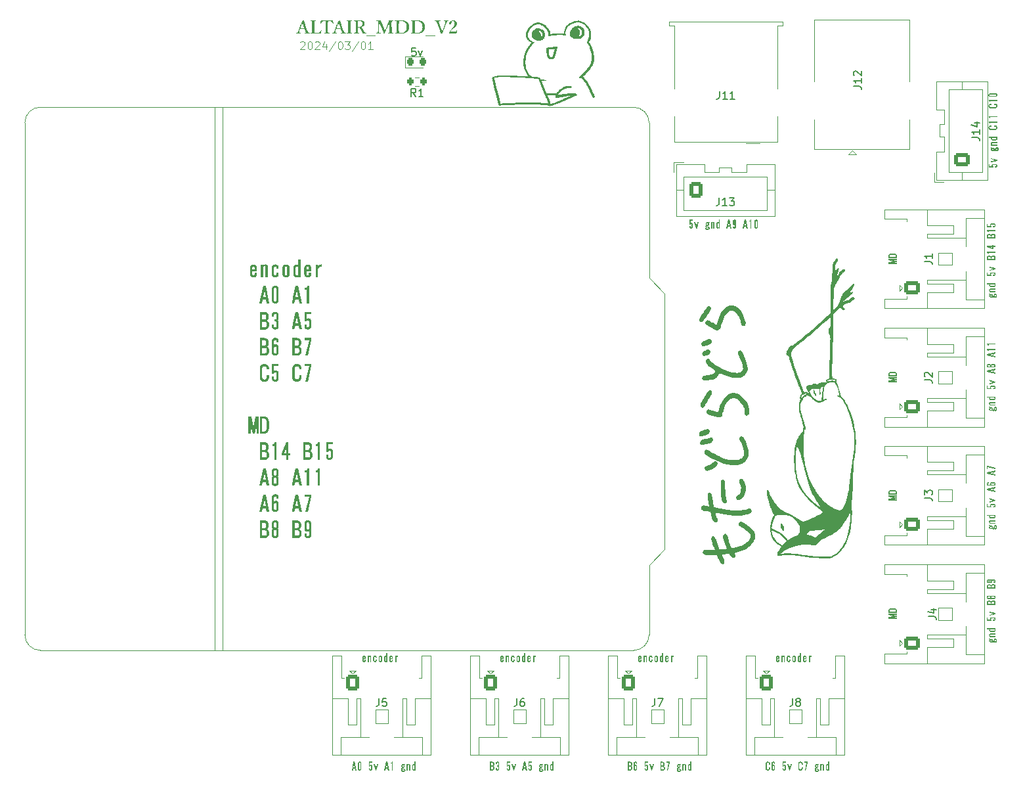
<source format=gto>
%TF.GenerationSoftware,KiCad,Pcbnew,7.0.7*%
%TF.CreationDate,2024-03-01T22:45:43+09:00*%
%TF.ProjectId,ALTAIR_MDD_V2-backups,414c5441-4952-45f4-9d44-445f56322d62,rev?*%
%TF.SameCoordinates,Original*%
%TF.FileFunction,Legend,Top*%
%TF.FilePolarity,Positive*%
%FSLAX46Y46*%
G04 Gerber Fmt 4.6, Leading zero omitted, Abs format (unit mm)*
G04 Created by KiCad (PCBNEW 7.0.7) date 2024-03-01 22:45:43*
%MOMM*%
%LPD*%
G01*
G04 APERTURE LIST*
G04 Aperture macros list*
%AMRoundRect*
0 Rectangle with rounded corners*
0 $1 Rounding radius*
0 $2 $3 $4 $5 $6 $7 $8 $9 X,Y pos of 4 corners*
0 Add a 4 corners polygon primitive as box body*
4,1,4,$2,$3,$4,$5,$6,$7,$8,$9,$2,$3,0*
0 Add four circle primitives for the rounded corners*
1,1,$1+$1,$2,$3*
1,1,$1+$1,$4,$5*
1,1,$1+$1,$6,$7*
1,1,$1+$1,$8,$9*
0 Add four rect primitives between the rounded corners*
20,1,$1+$1,$2,$3,$4,$5,0*
20,1,$1+$1,$4,$5,$6,$7,0*
20,1,$1+$1,$6,$7,$8,$9,0*
20,1,$1+$1,$8,$9,$2,$3,0*%
G04 Aperture macros list end*
%ADD10C,0.100000*%
%ADD11C,0.300000*%
%ADD12C,0.150000*%
%ADD13C,0.120000*%
%ADD14C,1.700000*%
%ADD15O,2.000000X2.800000*%
%ADD16RoundRect,0.250000X0.725000X-0.600000X0.725000X0.600000X-0.725000X0.600000X-0.725000X-0.600000X0*%
%ADD17O,1.950000X1.700000*%
%ADD18C,3.200000*%
%ADD19O,2.800000X2.000000*%
%ADD20RoundRect,0.250000X-0.600000X-0.725000X0.600000X-0.725000X0.600000X0.725000X-0.600000X0.725000X0*%
%ADD21O,1.700000X1.950000*%
%ADD22R,1.600000X1.500000*%
%ADD23C,1.600000*%
%ADD24C,3.000000*%
%ADD25R,1.600000X1.600000*%
%ADD26C,4.000000*%
%ADD27RoundRect,0.200000X0.200000X0.275000X-0.200000X0.275000X-0.200000X-0.275000X0.200000X-0.275000X0*%
%ADD28RoundRect,0.218750X-0.218750X-0.256250X0.218750X-0.256250X0.218750X0.256250X-0.218750X0.256250X0*%
G04 APERTURE END LIST*
D10*
G36*
X108037100Y-78156544D02*
G01*
X108060925Y-78157964D01*
X108084148Y-78160330D01*
X108106767Y-78163642D01*
X108128783Y-78167901D01*
X108150196Y-78173107D01*
X108171006Y-78179258D01*
X108191214Y-78186357D01*
X108210818Y-78194402D01*
X108229819Y-78203393D01*
X108248218Y-78213330D01*
X108266013Y-78224214D01*
X108283206Y-78236045D01*
X108299795Y-78248822D01*
X108315781Y-78262545D01*
X108331165Y-78277215D01*
X108347136Y-78293959D01*
X108362077Y-78311218D01*
X108375987Y-78328993D01*
X108388867Y-78347282D01*
X108400717Y-78366087D01*
X108411536Y-78385407D01*
X108421325Y-78405242D01*
X108430083Y-78425593D01*
X108437811Y-78446458D01*
X108444509Y-78467839D01*
X108450176Y-78489735D01*
X108454813Y-78512146D01*
X108458419Y-78535073D01*
X108460995Y-78558514D01*
X108462541Y-78582471D01*
X108463056Y-78606943D01*
X108463056Y-79035345D01*
X107869546Y-79035345D01*
X107869546Y-79398290D01*
X107870619Y-79418361D01*
X107874741Y-79441030D01*
X107881954Y-79462153D01*
X107892258Y-79481731D01*
X107905653Y-79499763D01*
X107913510Y-79508199D01*
X107929608Y-79520952D01*
X107948839Y-79530572D01*
X107967815Y-79536325D01*
X107989093Y-79539777D01*
X108012672Y-79540928D01*
X108032469Y-79540129D01*
X108054085Y-79537060D01*
X108073365Y-79531691D01*
X108092906Y-79522518D01*
X108109268Y-79510213D01*
X108111346Y-79508199D01*
X108126287Y-79490940D01*
X108138137Y-79472135D01*
X108146895Y-79451785D01*
X108152562Y-79429889D01*
X108154924Y-79410461D01*
X108155310Y-79398290D01*
X108155310Y-79222435D01*
X108463056Y-79222435D01*
X108463056Y-79376308D01*
X108462585Y-79402039D01*
X108461171Y-79427088D01*
X108458814Y-79451453D01*
X108455515Y-79475135D01*
X108451273Y-79498134D01*
X108446089Y-79520449D01*
X108439962Y-79542082D01*
X108432892Y-79563032D01*
X108424880Y-79583298D01*
X108415925Y-79602881D01*
X108406027Y-79621782D01*
X108395187Y-79639999D01*
X108383404Y-79657533D01*
X108370679Y-79674383D01*
X108357011Y-79690551D01*
X108342400Y-79706036D01*
X108322652Y-79725678D01*
X108300594Y-79743388D01*
X108276227Y-79759166D01*
X108258699Y-79768611D01*
X108240144Y-79777198D01*
X108220562Y-79784926D01*
X108199954Y-79791795D01*
X108178320Y-79797806D01*
X108155659Y-79802958D01*
X108131971Y-79807251D01*
X108107257Y-79810686D01*
X108081516Y-79813262D01*
X108054748Y-79814979D01*
X108026954Y-79815838D01*
X108012672Y-79815945D01*
X107985624Y-79815516D01*
X107959435Y-79814228D01*
X107934104Y-79812081D01*
X107909632Y-79809076D01*
X107886019Y-79805212D01*
X107863264Y-79800489D01*
X107841368Y-79794908D01*
X107820331Y-79788468D01*
X107800152Y-79781169D01*
X107780832Y-79773012D01*
X107762371Y-79763996D01*
X107744768Y-79754121D01*
X107728024Y-79743388D01*
X107712139Y-79731796D01*
X107689921Y-79712798D01*
X107682944Y-79706036D01*
X107668275Y-79690551D01*
X107654551Y-79674383D01*
X107641774Y-79657533D01*
X107629944Y-79639999D01*
X107619060Y-79621782D01*
X107609122Y-79602881D01*
X107600131Y-79583298D01*
X107592086Y-79563032D01*
X107584988Y-79542082D01*
X107578836Y-79520449D01*
X107573630Y-79498134D01*
X107569371Y-79475135D01*
X107566059Y-79451453D01*
X107563693Y-79427088D01*
X107562273Y-79402039D01*
X107561800Y-79376308D01*
X107561800Y-78771563D01*
X107869546Y-78771563D01*
X108155310Y-78771563D01*
X108155310Y-78573726D01*
X108154237Y-78553655D01*
X108150115Y-78530986D01*
X108142902Y-78509863D01*
X108132598Y-78490285D01*
X108119203Y-78472253D01*
X108111346Y-78463817D01*
X108095438Y-78451064D01*
X108076351Y-78441444D01*
X108057460Y-78435691D01*
X108036234Y-78432239D01*
X108012672Y-78431088D01*
X107992863Y-78431887D01*
X107971202Y-78434955D01*
X107951842Y-78440325D01*
X107932164Y-78449498D01*
X107915618Y-78461803D01*
X107913510Y-78463817D01*
X107898569Y-78480698D01*
X107886719Y-78498369D01*
X107877961Y-78516831D01*
X107872294Y-78536082D01*
X107869718Y-78556123D01*
X107869546Y-78562979D01*
X107869546Y-78771563D01*
X107561800Y-78771563D01*
X107561800Y-78606943D01*
X107562315Y-78582471D01*
X107563861Y-78558514D01*
X107566437Y-78535073D01*
X107570043Y-78512146D01*
X107574680Y-78489735D01*
X107580347Y-78467839D01*
X107587045Y-78446458D01*
X107594773Y-78425593D01*
X107603531Y-78405242D01*
X107613320Y-78385407D01*
X107624139Y-78366087D01*
X107635989Y-78347282D01*
X107648869Y-78328993D01*
X107662779Y-78311218D01*
X107677720Y-78293959D01*
X107693691Y-78277215D01*
X107709134Y-78262545D01*
X107725175Y-78248822D01*
X107741816Y-78236045D01*
X107759057Y-78224214D01*
X107776896Y-78213330D01*
X107795334Y-78203393D01*
X107814372Y-78194402D01*
X107834009Y-78186357D01*
X107854244Y-78179258D01*
X107875080Y-78173107D01*
X107896514Y-78167901D01*
X107918547Y-78163642D01*
X107941180Y-78160330D01*
X107964411Y-78157964D01*
X107988242Y-78156544D01*
X108012672Y-78156071D01*
X108037100Y-78156544D01*
G37*
G36*
X109873314Y-79793963D02*
G01*
X109565568Y-79793963D01*
X109565568Y-78497034D01*
X109564795Y-78477502D01*
X109561940Y-78457667D01*
X109556101Y-78438891D01*
X109544939Y-78421259D01*
X109543586Y-78419853D01*
X109528025Y-78407100D01*
X109510408Y-78397480D01*
X109490733Y-78390992D01*
X109469001Y-78387636D01*
X109455659Y-78387124D01*
X109430876Y-78388666D01*
X109406108Y-78393292D01*
X109381356Y-78401000D01*
X109362801Y-78408806D01*
X109344256Y-78418346D01*
X109325718Y-78429620D01*
X109307190Y-78442629D01*
X109288670Y-78457372D01*
X109270158Y-78473850D01*
X109257822Y-78485799D01*
X109257822Y-79793963D01*
X108950076Y-79793963D01*
X108950076Y-78167306D01*
X109257822Y-78167306D01*
X109257822Y-78243998D01*
X109277012Y-78232049D01*
X109296115Y-78220871D01*
X109315130Y-78210464D01*
X109334057Y-78200828D01*
X109352896Y-78191963D01*
X109371647Y-78183869D01*
X109390311Y-78176545D01*
X109408886Y-78169993D01*
X109436586Y-78161609D01*
X109464087Y-78154960D01*
X109491391Y-78150046D01*
X109518498Y-78146866D01*
X109545407Y-78145420D01*
X109554333Y-78145324D01*
X109580585Y-78145998D01*
X109605670Y-78148020D01*
X109629587Y-78151390D01*
X109652336Y-78156109D01*
X109673917Y-78162175D01*
X109694330Y-78169590D01*
X109713576Y-78178353D01*
X109731653Y-78188463D01*
X109748563Y-78199922D01*
X109764306Y-78212729D01*
X109774152Y-78222016D01*
X109791873Y-78241185D01*
X109807851Y-78261503D01*
X109822087Y-78282973D01*
X109834579Y-78305593D01*
X109845328Y-78329364D01*
X109854334Y-78354285D01*
X109861597Y-78380357D01*
X109867117Y-78407580D01*
X109870893Y-78435953D01*
X109872443Y-78455508D01*
X109873217Y-78475574D01*
X109873314Y-78485799D01*
X109873314Y-79793963D01*
G37*
G36*
X111261102Y-78672889D02*
G01*
X110953356Y-78672889D01*
X110953356Y-78562979D01*
X110952557Y-78543170D01*
X110949489Y-78521509D01*
X110944119Y-78502149D01*
X110934946Y-78482471D01*
X110922641Y-78465925D01*
X110920628Y-78463817D01*
X110903368Y-78448876D01*
X110884564Y-78437026D01*
X110864213Y-78428268D01*
X110842317Y-78422601D01*
X110822890Y-78420239D01*
X110810718Y-78419853D01*
X110790647Y-78420926D01*
X110767978Y-78425048D01*
X110746855Y-78432261D01*
X110727277Y-78442565D01*
X110709245Y-78455960D01*
X110700809Y-78463817D01*
X110687866Y-78479915D01*
X110678102Y-78499146D01*
X110672263Y-78518123D01*
X110668760Y-78539400D01*
X110667592Y-78562979D01*
X110667592Y-79398290D01*
X110668403Y-79418087D01*
X110671517Y-79439702D01*
X110676967Y-79458982D01*
X110686277Y-79478524D01*
X110698765Y-79494886D01*
X110700809Y-79496964D01*
X110718068Y-79511905D01*
X110736873Y-79523754D01*
X110757223Y-79532513D01*
X110779119Y-79538180D01*
X110798547Y-79540541D01*
X110810718Y-79540928D01*
X110830790Y-79539854D01*
X110853458Y-79535733D01*
X110874582Y-79528520D01*
X110894159Y-79518216D01*
X110912191Y-79504821D01*
X110920628Y-79496964D01*
X110933380Y-79481056D01*
X110943001Y-79461968D01*
X110948754Y-79443078D01*
X110952205Y-79421852D01*
X110953356Y-79398290D01*
X110953356Y-79233182D01*
X111261102Y-79233182D01*
X111261102Y-79387055D01*
X111260631Y-79411485D01*
X111259217Y-79435315D01*
X111256860Y-79458547D01*
X111253561Y-79481180D01*
X111249319Y-79503213D01*
X111244135Y-79524647D01*
X111238008Y-79545482D01*
X111230938Y-79565718D01*
X111222926Y-79585355D01*
X111213971Y-79604393D01*
X111204073Y-79622831D01*
X111193233Y-79640670D01*
X111181450Y-79657910D01*
X111168725Y-79674551D01*
X111155057Y-79690593D01*
X111140446Y-79706036D01*
X111118872Y-79725678D01*
X111103416Y-79737699D01*
X111087101Y-79748862D01*
X111069928Y-79759166D01*
X111051896Y-79768611D01*
X111033005Y-79777198D01*
X111013256Y-79784926D01*
X110992648Y-79791795D01*
X110971182Y-79797806D01*
X110948856Y-79802958D01*
X110925672Y-79807251D01*
X110901630Y-79810686D01*
X110876728Y-79813262D01*
X110850968Y-79814979D01*
X110824350Y-79815838D01*
X110810718Y-79815945D01*
X110787548Y-79815430D01*
X110764808Y-79813884D01*
X110742500Y-79811308D01*
X110720623Y-79807702D01*
X110699178Y-79803065D01*
X110678163Y-79797398D01*
X110657580Y-79790700D01*
X110637428Y-79782972D01*
X110617707Y-79774214D01*
X110598418Y-79764425D01*
X110579560Y-79753606D01*
X110561133Y-79741756D01*
X110543137Y-79728876D01*
X110525572Y-79714966D01*
X110508439Y-79700025D01*
X110491737Y-79684054D01*
X110475766Y-79667438D01*
X110460825Y-79650562D01*
X110446915Y-79633427D01*
X110434035Y-79616032D01*
X110422185Y-79598378D01*
X110411366Y-79580464D01*
X110401577Y-79562291D01*
X110392819Y-79543859D01*
X110385091Y-79525166D01*
X110378393Y-79506215D01*
X110372726Y-79487003D01*
X110368089Y-79467533D01*
X110364483Y-79447802D01*
X110361907Y-79427813D01*
X110360361Y-79407563D01*
X110359846Y-79387055D01*
X110359846Y-78573726D01*
X110360361Y-78551916D01*
X110361907Y-78530449D01*
X110364483Y-78509326D01*
X110368089Y-78488546D01*
X110372726Y-78468110D01*
X110378393Y-78448017D01*
X110385091Y-78428268D01*
X110392819Y-78408862D01*
X110401577Y-78389800D01*
X110411366Y-78371081D01*
X110422185Y-78352705D01*
X110434035Y-78334673D01*
X110446915Y-78316985D01*
X110460825Y-78299640D01*
X110475766Y-78282638D01*
X110491737Y-78265980D01*
X110507180Y-78251369D01*
X110523222Y-78237701D01*
X110539862Y-78224976D01*
X110557103Y-78213193D01*
X110574942Y-78202353D01*
X110593380Y-78192455D01*
X110612418Y-78183500D01*
X110632055Y-78175488D01*
X110652291Y-78168418D01*
X110673126Y-78162291D01*
X110694560Y-78157107D01*
X110716593Y-78152865D01*
X110739226Y-78149566D01*
X110762457Y-78147209D01*
X110786288Y-78145795D01*
X110810718Y-78145324D01*
X110836450Y-78145795D01*
X110861498Y-78147209D01*
X110885863Y-78149566D01*
X110909545Y-78152865D01*
X110932544Y-78157107D01*
X110954860Y-78162291D01*
X110976492Y-78168418D01*
X110997442Y-78175488D01*
X111017708Y-78183500D01*
X111037292Y-78192455D01*
X111056192Y-78202353D01*
X111074409Y-78213193D01*
X111091943Y-78224976D01*
X111108794Y-78237701D01*
X111124962Y-78251369D01*
X111140446Y-78265980D01*
X111155057Y-78281379D01*
X111168725Y-78297289D01*
X111181450Y-78313710D01*
X111193233Y-78330643D01*
X111204073Y-78348088D01*
X111213971Y-78366043D01*
X111222926Y-78384510D01*
X111230938Y-78403489D01*
X111238008Y-78422978D01*
X111244135Y-78442980D01*
X111249319Y-78463492D01*
X111253561Y-78484516D01*
X111256860Y-78506052D01*
X111259217Y-78528098D01*
X111260631Y-78550656D01*
X111261102Y-78573726D01*
X111261102Y-78672889D01*
G37*
G36*
X112236789Y-78156500D02*
G01*
X112262979Y-78157788D01*
X112288309Y-78159935D01*
X112312781Y-78162940D01*
X112336395Y-78166804D01*
X112359149Y-78171527D01*
X112381045Y-78177108D01*
X112402083Y-78183548D01*
X112422261Y-78190847D01*
X112441581Y-78199004D01*
X112460043Y-78208020D01*
X112477645Y-78217895D01*
X112494389Y-78228628D01*
X112510274Y-78240220D01*
X112532492Y-78259218D01*
X112539469Y-78265980D01*
X112554080Y-78281465D01*
X112567748Y-78297632D01*
X112580473Y-78314483D01*
X112592256Y-78332017D01*
X112603096Y-78350234D01*
X112612994Y-78369134D01*
X112621949Y-78388718D01*
X112629961Y-78408984D01*
X112637031Y-78429934D01*
X112643158Y-78451566D01*
X112648342Y-78473882D01*
X112652584Y-78496881D01*
X112655883Y-78520563D01*
X112658240Y-78544928D01*
X112659654Y-78569976D01*
X112660125Y-78595708D01*
X112660125Y-79376308D01*
X112659654Y-79402039D01*
X112658240Y-79427088D01*
X112655883Y-79451453D01*
X112652584Y-79475135D01*
X112648342Y-79498134D01*
X112643158Y-79520449D01*
X112637031Y-79542082D01*
X112629961Y-79563032D01*
X112621949Y-79583298D01*
X112612994Y-79602881D01*
X112603096Y-79621782D01*
X112592256Y-79639999D01*
X112580473Y-79657533D01*
X112567748Y-79674383D01*
X112554080Y-79690551D01*
X112539469Y-79706036D01*
X112517895Y-79725678D01*
X112502439Y-79737699D01*
X112486125Y-79748862D01*
X112468951Y-79759166D01*
X112450919Y-79768611D01*
X112432029Y-79777198D01*
X112412279Y-79784926D01*
X112391671Y-79791795D01*
X112370205Y-79797806D01*
X112347879Y-79802958D01*
X112324695Y-79807251D01*
X112300653Y-79810686D01*
X112275751Y-79813262D01*
X112249991Y-79814979D01*
X112223373Y-79815838D01*
X112209741Y-79815945D01*
X112182693Y-79815516D01*
X112156504Y-79814228D01*
X112131173Y-79812081D01*
X112106701Y-79809076D01*
X112083088Y-79805212D01*
X112060333Y-79800489D01*
X112038437Y-79794908D01*
X112017400Y-79788468D01*
X111997221Y-79781169D01*
X111977901Y-79773012D01*
X111959440Y-79763996D01*
X111941837Y-79754121D01*
X111925093Y-79743388D01*
X111909208Y-79731796D01*
X111886990Y-79712798D01*
X111880013Y-79706036D01*
X111865344Y-79690551D01*
X111851620Y-79674383D01*
X111838843Y-79657533D01*
X111827013Y-79639999D01*
X111816129Y-79621782D01*
X111806191Y-79602881D01*
X111797200Y-79583298D01*
X111789155Y-79563032D01*
X111782057Y-79542082D01*
X111775905Y-79520449D01*
X111770700Y-79498134D01*
X111766441Y-79475135D01*
X111763128Y-79451453D01*
X111760762Y-79427088D01*
X111759739Y-79409036D01*
X112066615Y-79409036D01*
X112067688Y-79429108D01*
X112071810Y-79451777D01*
X112079023Y-79472900D01*
X112089327Y-79492477D01*
X112102722Y-79510509D01*
X112110579Y-79518946D01*
X112126677Y-79531889D01*
X112145908Y-79541653D01*
X112164885Y-79547492D01*
X112186162Y-79550995D01*
X112209741Y-79552163D01*
X112229538Y-79551352D01*
X112251154Y-79548238D01*
X112270434Y-79542788D01*
X112289975Y-79533478D01*
X112306337Y-79520989D01*
X112308415Y-79518946D01*
X112323356Y-79501687D01*
X112335206Y-79482882D01*
X112343964Y-79462531D01*
X112349631Y-79440635D01*
X112351993Y-79421208D01*
X112352379Y-79409036D01*
X112352379Y-78562979D01*
X112351306Y-78542908D01*
X112347184Y-78520239D01*
X112339971Y-78499116D01*
X112329667Y-78479538D01*
X112316272Y-78461506D01*
X112308415Y-78453070D01*
X112292507Y-78440127D01*
X112273420Y-78430363D01*
X112254529Y-78424524D01*
X112233303Y-78421021D01*
X112209741Y-78419853D01*
X112189932Y-78420664D01*
X112168271Y-78423778D01*
X112148911Y-78429228D01*
X112129233Y-78438538D01*
X112112687Y-78451026D01*
X112110579Y-78453070D01*
X112095638Y-78470329D01*
X112083788Y-78489134D01*
X112075030Y-78509484D01*
X112069363Y-78531380D01*
X112067001Y-78550808D01*
X112066615Y-78562979D01*
X112066615Y-79409036D01*
X111759739Y-79409036D01*
X111759342Y-79402039D01*
X111758869Y-79376308D01*
X111758869Y-78595708D01*
X111759342Y-78569976D01*
X111760762Y-78544928D01*
X111763128Y-78520563D01*
X111766441Y-78496881D01*
X111770700Y-78473882D01*
X111775905Y-78451566D01*
X111782057Y-78429934D01*
X111789155Y-78408984D01*
X111797200Y-78388718D01*
X111806191Y-78369134D01*
X111816129Y-78350234D01*
X111827013Y-78332017D01*
X111838843Y-78314483D01*
X111851620Y-78297632D01*
X111865344Y-78281465D01*
X111880013Y-78265980D01*
X111901587Y-78246338D01*
X111917043Y-78234317D01*
X111933358Y-78223154D01*
X111950531Y-78212850D01*
X111968563Y-78203405D01*
X111987454Y-78194818D01*
X112007203Y-78187090D01*
X112027811Y-78180221D01*
X112049278Y-78174210D01*
X112071603Y-78169058D01*
X112094787Y-78164765D01*
X112118830Y-78161330D01*
X112143731Y-78158754D01*
X112169491Y-78157037D01*
X112196110Y-78156178D01*
X112209741Y-78156071D01*
X112236789Y-78156500D01*
G37*
G36*
X114070383Y-79793963D02*
G01*
X113762637Y-79793963D01*
X113762637Y-79706036D01*
X113747784Y-79727686D01*
X113732166Y-79747206D01*
X113715784Y-79764597D01*
X113698638Y-79779858D01*
X113680728Y-79792990D01*
X113662053Y-79803992D01*
X113642614Y-79812865D01*
X113622411Y-79819609D01*
X113601444Y-79824223D01*
X113579713Y-79826707D01*
X113564801Y-79827180D01*
X113543076Y-79826749D01*
X113521867Y-79825455D01*
X113501173Y-79823299D01*
X113480995Y-79820280D01*
X113461331Y-79816399D01*
X113442183Y-79811656D01*
X113414427Y-79802923D01*
X113387830Y-79792250D01*
X113362392Y-79779636D01*
X113338113Y-79765081D01*
X113314993Y-79748587D01*
X113293033Y-79730151D01*
X113279036Y-79716782D01*
X113263065Y-79700082D01*
X113248125Y-79682955D01*
X113234214Y-79665400D01*
X113221334Y-79647418D01*
X113209485Y-79629008D01*
X113198665Y-79610170D01*
X113188877Y-79590906D01*
X113180118Y-79571214D01*
X113172390Y-79551094D01*
X113165693Y-79530547D01*
X113160025Y-79509573D01*
X113155389Y-79488171D01*
X113151782Y-79466342D01*
X113149206Y-79444085D01*
X113148316Y-79431018D01*
X113454891Y-79431018D01*
X113456937Y-79452329D01*
X113463073Y-79472295D01*
X113473301Y-79490919D01*
X113485606Y-79506113D01*
X113487620Y-79508199D01*
X113503718Y-79520952D01*
X113522949Y-79530572D01*
X113541926Y-79536325D01*
X113563203Y-79539777D01*
X113586782Y-79540928D01*
X113607004Y-79540447D01*
X113632764Y-79538310D01*
X113657150Y-79534463D01*
X113680162Y-79528906D01*
X113701801Y-79521640D01*
X113722065Y-79512664D01*
X113740956Y-79501979D01*
X113758473Y-79489583D01*
X113762637Y-79486217D01*
X113762637Y-78475052D01*
X113740655Y-78462115D01*
X113718674Y-78450902D01*
X113696692Y-78441415D01*
X113674710Y-78433653D01*
X113652728Y-78427615D01*
X113630746Y-78423303D01*
X113608764Y-78420715D01*
X113586782Y-78419853D01*
X113566974Y-78420664D01*
X113545312Y-78423778D01*
X113525952Y-78429228D01*
X113506274Y-78438538D01*
X113489728Y-78451026D01*
X113487620Y-78453070D01*
X113474867Y-78468978D01*
X113465247Y-78488065D01*
X113459494Y-78506956D01*
X113456042Y-78528182D01*
X113454891Y-78551744D01*
X113454891Y-79431018D01*
X113148316Y-79431018D01*
X113147661Y-79421401D01*
X113147145Y-79398290D01*
X113147145Y-78584961D01*
X113147661Y-78563151D01*
X113149206Y-78541684D01*
X113151782Y-78520561D01*
X113155389Y-78499781D01*
X113160025Y-78479345D01*
X113165693Y-78459252D01*
X113172390Y-78439503D01*
X113180118Y-78420097D01*
X113188877Y-78401035D01*
X113198665Y-78382316D01*
X113209485Y-78363940D01*
X113221334Y-78345908D01*
X113234214Y-78328220D01*
X113248125Y-78310875D01*
X113263065Y-78293873D01*
X113279036Y-78277215D01*
X113294334Y-78262545D01*
X113310063Y-78248822D01*
X113326223Y-78236045D01*
X113342814Y-78224214D01*
X113359837Y-78213330D01*
X113377291Y-78203393D01*
X113395176Y-78194402D01*
X113413492Y-78186357D01*
X113432240Y-78179258D01*
X113451419Y-78173107D01*
X113471029Y-78167901D01*
X113491070Y-78163642D01*
X113511542Y-78160330D01*
X113532446Y-78157964D01*
X113553781Y-78156544D01*
X113575547Y-78156071D01*
X113600162Y-78156933D01*
X113624426Y-78159521D01*
X113648339Y-78163833D01*
X113671901Y-78169870D01*
X113695112Y-78177633D01*
X113717971Y-78187120D01*
X113740480Y-78198332D01*
X113762637Y-78211270D01*
X113762637Y-77551814D01*
X114070383Y-77551814D01*
X114070383Y-79793963D01*
G37*
G36*
X115032215Y-78156544D02*
G01*
X115056041Y-78157964D01*
X115079263Y-78160330D01*
X115101882Y-78163642D01*
X115123898Y-78167901D01*
X115145311Y-78173107D01*
X115166122Y-78179258D01*
X115186329Y-78186357D01*
X115205933Y-78194402D01*
X115224935Y-78203393D01*
X115243333Y-78213330D01*
X115261128Y-78224214D01*
X115278321Y-78236045D01*
X115294910Y-78248822D01*
X115310897Y-78262545D01*
X115326280Y-78277215D01*
X115342251Y-78293959D01*
X115357192Y-78311218D01*
X115371102Y-78328993D01*
X115383982Y-78347282D01*
X115395832Y-78366087D01*
X115406651Y-78385407D01*
X115416440Y-78405242D01*
X115425198Y-78425593D01*
X115432926Y-78446458D01*
X115439624Y-78467839D01*
X115445291Y-78489735D01*
X115449928Y-78512146D01*
X115453534Y-78535073D01*
X115456110Y-78558514D01*
X115457656Y-78582471D01*
X115458171Y-78606943D01*
X115458171Y-79035345D01*
X114864661Y-79035345D01*
X114864661Y-79398290D01*
X114865734Y-79418361D01*
X114869856Y-79441030D01*
X114877069Y-79462153D01*
X114887373Y-79481731D01*
X114900768Y-79499763D01*
X114908625Y-79508199D01*
X114924723Y-79520952D01*
X114943954Y-79530572D01*
X114962931Y-79536325D01*
X114984208Y-79539777D01*
X115007787Y-79540928D01*
X115027584Y-79540129D01*
X115049200Y-79537060D01*
X115068480Y-79531691D01*
X115088021Y-79522518D01*
X115104383Y-79510213D01*
X115106461Y-79508199D01*
X115121402Y-79490940D01*
X115133252Y-79472135D01*
X115142010Y-79451785D01*
X115147677Y-79429889D01*
X115150039Y-79410461D01*
X115150425Y-79398290D01*
X115150425Y-79222435D01*
X115458171Y-79222435D01*
X115458171Y-79376308D01*
X115457700Y-79402039D01*
X115456286Y-79427088D01*
X115453929Y-79451453D01*
X115450630Y-79475135D01*
X115446388Y-79498134D01*
X115441204Y-79520449D01*
X115435077Y-79542082D01*
X115428007Y-79563032D01*
X115419995Y-79583298D01*
X115411040Y-79602881D01*
X115401142Y-79621782D01*
X115390302Y-79639999D01*
X115378519Y-79657533D01*
X115365794Y-79674383D01*
X115352126Y-79690551D01*
X115337515Y-79706036D01*
X115317767Y-79725678D01*
X115295710Y-79743388D01*
X115271342Y-79759166D01*
X115253814Y-79768611D01*
X115235259Y-79777198D01*
X115215678Y-79784926D01*
X115195070Y-79791795D01*
X115173435Y-79797806D01*
X115150774Y-79802958D01*
X115127086Y-79807251D01*
X115102372Y-79810686D01*
X115076631Y-79813262D01*
X115049863Y-79814979D01*
X115022069Y-79815838D01*
X115007787Y-79815945D01*
X114980739Y-79815516D01*
X114954550Y-79814228D01*
X114929219Y-79812081D01*
X114904747Y-79809076D01*
X114881134Y-79805212D01*
X114858379Y-79800489D01*
X114836483Y-79794908D01*
X114815446Y-79788468D01*
X114795267Y-79781169D01*
X114775947Y-79773012D01*
X114757486Y-79763996D01*
X114739883Y-79754121D01*
X114723139Y-79743388D01*
X114707254Y-79731796D01*
X114685036Y-79712798D01*
X114678060Y-79706036D01*
X114663390Y-79690551D01*
X114649666Y-79674383D01*
X114636889Y-79657533D01*
X114625059Y-79639999D01*
X114614175Y-79621782D01*
X114604237Y-79602881D01*
X114595246Y-79583298D01*
X114587201Y-79563032D01*
X114580103Y-79542082D01*
X114573951Y-79520449D01*
X114568746Y-79498134D01*
X114564487Y-79475135D01*
X114561174Y-79451453D01*
X114558808Y-79427088D01*
X114557388Y-79402039D01*
X114556915Y-79376308D01*
X114556915Y-78771563D01*
X114864661Y-78771563D01*
X115150425Y-78771563D01*
X115150425Y-78573726D01*
X115149352Y-78553655D01*
X115145230Y-78530986D01*
X115138017Y-78509863D01*
X115127713Y-78490285D01*
X115114318Y-78472253D01*
X115106461Y-78463817D01*
X115090553Y-78451064D01*
X115071466Y-78441444D01*
X115052575Y-78435691D01*
X115031349Y-78432239D01*
X115007787Y-78431088D01*
X114987978Y-78431887D01*
X114966317Y-78434955D01*
X114946957Y-78440325D01*
X114927279Y-78449498D01*
X114910733Y-78461803D01*
X114908625Y-78463817D01*
X114893684Y-78480698D01*
X114881834Y-78498369D01*
X114873076Y-78516831D01*
X114867409Y-78536082D01*
X114864833Y-78556123D01*
X114864661Y-78562979D01*
X114864661Y-78771563D01*
X114556915Y-78771563D01*
X114556915Y-78606943D01*
X114557430Y-78582471D01*
X114558976Y-78558514D01*
X114561552Y-78535073D01*
X114565158Y-78512146D01*
X114569795Y-78489735D01*
X114575462Y-78467839D01*
X114582160Y-78446458D01*
X114589888Y-78425593D01*
X114598646Y-78405242D01*
X114608435Y-78385407D01*
X114619254Y-78366087D01*
X114631104Y-78347282D01*
X114643984Y-78328993D01*
X114657894Y-78311218D01*
X114672835Y-78293959D01*
X114688806Y-78277215D01*
X114704249Y-78262545D01*
X114720291Y-78248822D01*
X114736932Y-78236045D01*
X114754172Y-78224214D01*
X114772011Y-78213330D01*
X114790449Y-78203393D01*
X114809487Y-78194402D01*
X114829124Y-78186357D01*
X114849360Y-78179258D01*
X114870195Y-78173107D01*
X114891629Y-78167901D01*
X114913662Y-78163642D01*
X114936295Y-78160330D01*
X114959526Y-78157964D01*
X114983357Y-78156544D01*
X115007787Y-78156071D01*
X115032215Y-78156544D01*
G37*
G36*
X116813230Y-78441835D02*
G01*
X116779170Y-78442737D01*
X116745621Y-78445445D01*
X116712583Y-78449958D01*
X116680057Y-78456276D01*
X116648042Y-78464399D01*
X116616539Y-78474327D01*
X116585547Y-78486060D01*
X116555066Y-78499598D01*
X116525096Y-78514942D01*
X116495638Y-78532090D01*
X116466692Y-78551044D01*
X116438257Y-78571803D01*
X116410333Y-78594366D01*
X116382920Y-78618735D01*
X116356019Y-78644909D01*
X116329630Y-78672889D01*
X116329630Y-79793963D01*
X116021884Y-79793963D01*
X116021884Y-78167306D01*
X116329630Y-78167306D01*
X116329630Y-78365143D01*
X116354703Y-78338524D01*
X116380463Y-78313623D01*
X116406910Y-78290439D01*
X116434043Y-78268972D01*
X116461864Y-78249223D01*
X116490372Y-78231191D01*
X116519567Y-78214876D01*
X116549448Y-78200279D01*
X116580017Y-78187399D01*
X116611272Y-78176236D01*
X116643215Y-78166791D01*
X116675844Y-78159063D01*
X116709160Y-78153052D01*
X116743163Y-78148759D01*
X116777853Y-78146183D01*
X116813230Y-78145324D01*
X116813230Y-78441835D01*
G37*
G36*
X110059916Y-83153963D02*
G01*
X109730188Y-83153963D01*
X109631514Y-82685505D01*
X109191877Y-82685505D01*
X109092714Y-83153963D01*
X108762986Y-83153963D01*
X108927609Y-82373363D01*
X109246587Y-82373363D01*
X109576315Y-82373363D01*
X109411695Y-81527306D01*
X109246587Y-82373363D01*
X108927609Y-82373363D01*
X109235840Y-80911814D01*
X109587550Y-80911814D01*
X110059916Y-83153963D01*
G37*
G36*
X110835104Y-80890261D02*
G01*
X110858804Y-80891549D01*
X110881816Y-80893696D01*
X110904141Y-80896701D01*
X110925780Y-80900565D01*
X110946731Y-80905288D01*
X110966996Y-80910869D01*
X110986573Y-80917309D01*
X111005464Y-80924608D01*
X111023668Y-80932765D01*
X111041184Y-80941781D01*
X111066171Y-80956915D01*
X111089613Y-80973981D01*
X111111509Y-80992979D01*
X111118464Y-80999741D01*
X111133075Y-81015125D01*
X111146743Y-81031111D01*
X111159468Y-81047701D01*
X111171251Y-81064893D01*
X111182091Y-81082688D01*
X111191989Y-81101087D01*
X111200944Y-81120088D01*
X111208956Y-81139692D01*
X111216026Y-81159900D01*
X111222153Y-81180710D01*
X111227337Y-81202123D01*
X111231579Y-81224139D01*
X111234878Y-81246759D01*
X111237235Y-81269981D01*
X111238649Y-81293806D01*
X111239120Y-81318234D01*
X111239120Y-82747055D01*
X111238691Y-82772801D01*
X111237403Y-82797773D01*
X111235256Y-82821970D01*
X111232251Y-82845393D01*
X111228387Y-82868041D01*
X111223664Y-82889914D01*
X111218083Y-82911012D01*
X111211643Y-82931336D01*
X111204344Y-82950885D01*
X111196187Y-82969659D01*
X111187171Y-82987659D01*
X111177296Y-83004883D01*
X111166563Y-83021334D01*
X111148853Y-83044556D01*
X111129211Y-83066036D01*
X111107736Y-83085678D01*
X111084526Y-83103388D01*
X111068089Y-83114121D01*
X111050882Y-83123996D01*
X111032903Y-83133012D01*
X111014153Y-83141169D01*
X110994633Y-83148468D01*
X110974342Y-83154908D01*
X110953280Y-83160489D01*
X110931447Y-83165212D01*
X110908843Y-83169076D01*
X110885468Y-83172081D01*
X110861322Y-83174228D01*
X110836406Y-83175516D01*
X110810718Y-83175945D01*
X110784972Y-83175516D01*
X110760000Y-83174228D01*
X110735803Y-83172081D01*
X110712380Y-83169076D01*
X110689732Y-83165212D01*
X110667859Y-83160489D01*
X110646761Y-83154908D01*
X110626437Y-83148468D01*
X110606888Y-83141169D01*
X110588114Y-83133012D01*
X110570114Y-83123996D01*
X110552889Y-83114121D01*
X110536439Y-83103388D01*
X110513217Y-83085678D01*
X110491737Y-83066036D01*
X110472095Y-83044556D01*
X110454385Y-83021334D01*
X110443652Y-83004883D01*
X110433777Y-82987659D01*
X110424761Y-82969659D01*
X110416604Y-82950885D01*
X110409305Y-82931336D01*
X110402865Y-82911012D01*
X110397284Y-82889914D01*
X110392561Y-82868041D01*
X110388697Y-82845393D01*
X110385692Y-82821970D01*
X110383545Y-82797773D01*
X110382257Y-82772801D01*
X110381828Y-82747055D01*
X110645610Y-82747055D01*
X110646683Y-82770363D01*
X110649903Y-82792049D01*
X110655270Y-82812113D01*
X110662783Y-82830555D01*
X110674633Y-82850545D01*
X110689574Y-82868199D01*
X110707228Y-82883140D01*
X110727218Y-82894989D01*
X110745660Y-82902503D01*
X110765724Y-82907869D01*
X110787410Y-82911089D01*
X110810718Y-82912163D01*
X110833886Y-82911089D01*
X110855455Y-82907869D01*
X110875426Y-82902503D01*
X110893799Y-82894989D01*
X110913737Y-82883140D01*
X110931374Y-82868199D01*
X110946315Y-82850545D01*
X110958165Y-82830555D01*
X110965678Y-82812113D01*
X110971045Y-82792049D01*
X110974265Y-82770363D01*
X110975338Y-82747055D01*
X110975338Y-81318234D01*
X110974265Y-81295067D01*
X110971045Y-81273497D01*
X110965678Y-81253526D01*
X110958165Y-81235153D01*
X110946315Y-81215215D01*
X110931374Y-81197578D01*
X110913737Y-81182637D01*
X110893799Y-81170788D01*
X110875426Y-81163274D01*
X110855455Y-81157908D01*
X110833886Y-81154688D01*
X110810718Y-81153614D01*
X110787410Y-81154688D01*
X110765724Y-81157908D01*
X110745660Y-81163274D01*
X110727218Y-81170788D01*
X110707228Y-81182637D01*
X110689574Y-81197578D01*
X110674633Y-81215215D01*
X110662783Y-81235153D01*
X110655270Y-81253526D01*
X110649903Y-81273497D01*
X110646683Y-81295067D01*
X110645610Y-81318234D01*
X110645610Y-82747055D01*
X110381828Y-82747055D01*
X110381828Y-81318234D01*
X110382301Y-81293806D01*
X110383721Y-81269981D01*
X110386087Y-81246759D01*
X110389399Y-81224139D01*
X110393658Y-81202123D01*
X110398864Y-81180710D01*
X110405016Y-81159900D01*
X110412114Y-81139692D01*
X110420159Y-81120088D01*
X110429150Y-81101087D01*
X110439088Y-81082688D01*
X110449972Y-81064893D01*
X110461802Y-81047701D01*
X110474579Y-81031111D01*
X110488302Y-81015125D01*
X110502972Y-80999741D01*
X110524353Y-80980099D01*
X110547279Y-80962389D01*
X110571751Y-80946611D01*
X110588925Y-80937166D01*
X110606785Y-80928579D01*
X110625332Y-80920851D01*
X110644566Y-80913982D01*
X110664487Y-80907971D01*
X110685095Y-80902819D01*
X110706390Y-80898526D01*
X110728372Y-80895091D01*
X110751041Y-80892515D01*
X110774397Y-80890798D01*
X110798439Y-80889939D01*
X110810718Y-80889832D01*
X110835104Y-80890261D01*
G37*
G36*
X114256985Y-83153963D02*
G01*
X113927257Y-83153963D01*
X113828583Y-82685505D01*
X113388946Y-82685505D01*
X113289783Y-83153963D01*
X112960055Y-83153963D01*
X113124678Y-82373363D01*
X113443656Y-82373363D01*
X113773384Y-82373363D01*
X113608764Y-81527306D01*
X113443656Y-82373363D01*
X113124678Y-82373363D01*
X113432909Y-80911814D01*
X113784619Y-80911814D01*
X114256985Y-83153963D01*
G37*
G36*
X115183642Y-83153963D02*
G01*
X114897878Y-83153963D01*
X114897878Y-81395415D01*
X114634096Y-81395415D01*
X114634096Y-81175596D01*
X114660265Y-81174918D01*
X114685284Y-81172883D01*
X114709152Y-81169491D01*
X114731869Y-81164743D01*
X114753436Y-81158637D01*
X114773852Y-81151176D01*
X114793118Y-81142357D01*
X114811233Y-81132182D01*
X114828197Y-81120650D01*
X114844011Y-81107762D01*
X114853914Y-81098415D01*
X114867620Y-81083744D01*
X114879978Y-81068488D01*
X114894358Y-81047239D01*
X114906341Y-81024952D01*
X114915927Y-81001627D01*
X114923117Y-80977263D01*
X114927910Y-80951862D01*
X114929933Y-80932130D01*
X114930607Y-80911814D01*
X115183642Y-80911814D01*
X115183642Y-83153963D01*
G37*
G36*
X109482879Y-84272415D02*
G01*
X109509583Y-84274218D01*
X109535773Y-84277223D01*
X109561447Y-84281431D01*
X109586606Y-84286841D01*
X109611249Y-84293452D01*
X109635378Y-84301266D01*
X109658991Y-84310282D01*
X109682089Y-84320500D01*
X109704672Y-84331921D01*
X109726740Y-84344543D01*
X109748292Y-84358367D01*
X109769330Y-84373394D01*
X109789852Y-84389623D01*
X109809859Y-84407054D01*
X109829351Y-84425687D01*
X109846623Y-84444162D01*
X109862781Y-84463926D01*
X109877825Y-84484981D01*
X109891755Y-84507325D01*
X109904570Y-84530959D01*
X109916270Y-84555884D01*
X109926857Y-84582098D01*
X109936329Y-84609602D01*
X109944687Y-84638396D01*
X109951930Y-84668480D01*
X109958059Y-84699853D01*
X109963073Y-84732517D01*
X109966974Y-84766471D01*
X109969760Y-84801714D01*
X109971431Y-84838247D01*
X109971988Y-84876071D01*
X109971689Y-84904479D01*
X109970790Y-84931941D01*
X109969292Y-84958457D01*
X109967195Y-84984026D01*
X109964499Y-85008649D01*
X109961203Y-85032325D01*
X109957309Y-85055055D01*
X109952815Y-85076838D01*
X109947722Y-85097675D01*
X109942030Y-85117566D01*
X109935739Y-85136510D01*
X109925179Y-85163151D01*
X109913271Y-85187663D01*
X109900014Y-85210046D01*
X109895296Y-85217034D01*
X109882738Y-85235153D01*
X109869794Y-85252508D01*
X109856463Y-85269099D01*
X109842746Y-85284926D01*
X109828642Y-85299988D01*
X109814152Y-85314286D01*
X109799276Y-85327820D01*
X109784013Y-85340590D01*
X109768364Y-85352596D01*
X109752328Y-85363837D01*
X109741423Y-85370907D01*
X109758103Y-85381942D01*
X109775169Y-85394531D01*
X109792621Y-85408675D01*
X109810460Y-85424373D01*
X109828685Y-85441625D01*
X109847297Y-85460431D01*
X109866295Y-85480792D01*
X109885679Y-85502706D01*
X109898817Y-85518179D01*
X109912126Y-85534343D01*
X109925607Y-85551198D01*
X109939260Y-85568743D01*
X109954973Y-85590511D01*
X109969141Y-85614596D01*
X109981764Y-85641000D01*
X109989320Y-85659891D01*
X109996189Y-85679812D01*
X110002372Y-85700763D01*
X110007867Y-85722745D01*
X110012676Y-85745757D01*
X110016797Y-85769800D01*
X110020232Y-85794873D01*
X110022980Y-85820977D01*
X110025041Y-85848110D01*
X110026414Y-85876275D01*
X110027101Y-85905469D01*
X110027187Y-85920453D01*
X110026542Y-85954342D01*
X110024607Y-85987376D01*
X110021383Y-86019555D01*
X110016868Y-86050879D01*
X110011063Y-86081348D01*
X110003969Y-86110963D01*
X109995584Y-86139722D01*
X109985910Y-86167627D01*
X109974946Y-86194677D01*
X109962692Y-86220872D01*
X109949148Y-86246212D01*
X109934314Y-86270697D01*
X109918190Y-86294328D01*
X109900776Y-86317103D01*
X109882073Y-86339024D01*
X109862079Y-86360090D01*
X109842759Y-86381918D01*
X109823267Y-86402337D01*
X109803604Y-86421347D01*
X109783769Y-86438950D01*
X109763762Y-86455145D01*
X109743583Y-86469931D01*
X109723233Y-86483309D01*
X109702711Y-86495279D01*
X109682017Y-86505840D01*
X109661151Y-86514994D01*
X109640114Y-86522739D01*
X109618905Y-86529076D01*
X109597524Y-86534004D01*
X109575971Y-86537525D01*
X109554247Y-86539637D01*
X109532351Y-86540341D01*
X108828932Y-86540341D01*
X108828932Y-85551158D01*
X109136678Y-85551158D01*
X109136678Y-86228199D01*
X109455659Y-86228199D01*
X109477707Y-86227714D01*
X109498604Y-86226258D01*
X109518350Y-86223833D01*
X109542889Y-86219089D01*
X109565382Y-86212620D01*
X109585830Y-86204427D01*
X109604232Y-86194508D01*
X109620589Y-86182865D01*
X109631514Y-86173000D01*
X109645220Y-86157362D01*
X109657577Y-86139209D01*
X109668587Y-86118539D01*
X109678248Y-86095354D01*
X109686561Y-86069653D01*
X109693527Y-86041435D01*
X109697421Y-86021226D01*
X109700717Y-85999899D01*
X109703413Y-85977453D01*
X109705510Y-85953890D01*
X109707008Y-85929208D01*
X109707906Y-85903408D01*
X109708206Y-85876489D01*
X109707948Y-85850914D01*
X109707176Y-85826458D01*
X109705888Y-85803119D01*
X109704084Y-85780899D01*
X109701766Y-85759797D01*
X109698932Y-85739813D01*
X109693716Y-85711933D01*
X109687340Y-85686570D01*
X109679806Y-85663722D01*
X109671112Y-85643390D01*
X109661258Y-85625574D01*
X109646318Y-85605733D01*
X109642260Y-85601472D01*
X109622568Y-85589680D01*
X109601838Y-85579460D01*
X109580070Y-85570812D01*
X109557264Y-85563736D01*
X109533420Y-85558233D01*
X109508538Y-85554303D01*
X109482617Y-85551944D01*
X109462496Y-85551207D01*
X109455659Y-85551158D01*
X109136678Y-85551158D01*
X108828932Y-85551158D01*
X108828932Y-84583956D01*
X109136678Y-84583956D01*
X109136678Y-85239016D01*
X109400460Y-85239016D01*
X109420780Y-85238337D01*
X109440525Y-85236302D01*
X109465957Y-85231478D01*
X109490366Y-85224243D01*
X109513752Y-85214595D01*
X109536116Y-85202536D01*
X109557457Y-85188064D01*
X109572791Y-85175628D01*
X109587550Y-85161835D01*
X109603006Y-85143288D01*
X109616401Y-85120619D01*
X109625095Y-85100912D01*
X109632630Y-85078888D01*
X109639006Y-85054544D01*
X109644222Y-85027883D01*
X109648279Y-84998903D01*
X109650340Y-84978295D01*
X109651886Y-84956657D01*
X109652916Y-84933988D01*
X109653431Y-84910289D01*
X109653496Y-84898053D01*
X109653238Y-84873838D01*
X109652465Y-84850654D01*
X109651177Y-84828501D01*
X109649374Y-84807377D01*
X109647056Y-84787285D01*
X109642612Y-84759077D01*
X109637009Y-84733189D01*
X109630247Y-84709618D01*
X109622326Y-84688366D01*
X109613246Y-84669433D01*
X109599335Y-84647794D01*
X109587550Y-84634270D01*
X109567744Y-84622478D01*
X109546914Y-84612258D01*
X109525062Y-84603610D01*
X109502187Y-84596535D01*
X109478290Y-84591032D01*
X109453369Y-84587101D01*
X109427426Y-84584742D01*
X109407297Y-84584005D01*
X109400460Y-84583956D01*
X109136678Y-84583956D01*
X108828932Y-84583956D01*
X108828932Y-84271814D01*
X109455659Y-84271814D01*
X109482879Y-84272415D01*
G37*
G36*
X110810718Y-84249832D02*
G01*
X110836406Y-84250261D01*
X110861322Y-84251549D01*
X110885468Y-84253696D01*
X110908843Y-84256701D01*
X110931447Y-84260565D01*
X110953280Y-84265288D01*
X110974342Y-84270869D01*
X110994633Y-84277309D01*
X111014153Y-84284608D01*
X111032903Y-84292765D01*
X111050882Y-84301781D01*
X111068089Y-84311656D01*
X111084526Y-84322389D01*
X111107736Y-84340099D01*
X111129211Y-84359741D01*
X111143881Y-84375083D01*
X111157604Y-84390943D01*
X111170381Y-84407323D01*
X111182212Y-84424221D01*
X111193096Y-84441639D01*
X111203033Y-84459576D01*
X111212025Y-84478031D01*
X111220069Y-84497006D01*
X111227168Y-84516499D01*
X111233319Y-84536512D01*
X111238525Y-84557044D01*
X111242784Y-84578094D01*
X111246096Y-84599664D01*
X111248463Y-84621753D01*
X111249882Y-84644361D01*
X111250355Y-84667487D01*
X111250355Y-85161835D01*
X111249493Y-85183305D01*
X111246905Y-85203753D01*
X111242593Y-85223178D01*
X111234777Y-85246021D01*
X111224265Y-85267266D01*
X111211059Y-85286912D01*
X111195157Y-85304961D01*
X111180300Y-85319303D01*
X111164369Y-85333692D01*
X111147362Y-85348128D01*
X111131929Y-85360538D01*
X111118464Y-85370907D01*
X111134951Y-85383575D01*
X111151437Y-85397033D01*
X111167923Y-85411281D01*
X111184410Y-85426319D01*
X111200896Y-85442147D01*
X111206392Y-85447599D01*
X111222153Y-85465373D01*
X111235243Y-85484197D01*
X111245661Y-85504071D01*
X111253408Y-85524993D01*
X111258484Y-85546966D01*
X111260888Y-85569988D01*
X111261102Y-85579490D01*
X111261102Y-86107055D01*
X111260631Y-86130181D01*
X111259217Y-86152789D01*
X111256860Y-86174878D01*
X111253561Y-86196448D01*
X111249319Y-86217498D01*
X111244135Y-86238030D01*
X111238008Y-86258043D01*
X111230938Y-86277536D01*
X111222926Y-86296511D01*
X111213971Y-86314966D01*
X111204073Y-86332903D01*
X111193233Y-86350321D01*
X111181450Y-86367219D01*
X111168725Y-86383599D01*
X111155057Y-86399459D01*
X111140446Y-86414801D01*
X111124962Y-86429470D01*
X111108794Y-86443194D01*
X111091943Y-86455971D01*
X111074409Y-86467801D01*
X111056192Y-86478685D01*
X111037292Y-86488623D01*
X111017708Y-86497614D01*
X110997442Y-86505659D01*
X110976492Y-86512757D01*
X110954860Y-86518909D01*
X110932544Y-86524115D01*
X110909545Y-86528374D01*
X110885863Y-86531686D01*
X110861498Y-86534052D01*
X110836450Y-86535472D01*
X110810718Y-86535945D01*
X110784930Y-86535472D01*
X110759832Y-86534052D01*
X110735425Y-86531686D01*
X110711708Y-86528374D01*
X110688683Y-86524115D01*
X110666348Y-86518909D01*
X110644704Y-86512757D01*
X110623750Y-86505659D01*
X110603488Y-86497614D01*
X110583916Y-86488623D01*
X110565035Y-86478685D01*
X110546844Y-86467801D01*
X110529345Y-86455971D01*
X110512536Y-86443194D01*
X110496418Y-86429470D01*
X110480990Y-86414801D01*
X110466321Y-86399459D01*
X110452597Y-86383599D01*
X110439820Y-86367219D01*
X110427990Y-86350321D01*
X110417106Y-86332903D01*
X110407168Y-86314966D01*
X110398177Y-86296511D01*
X110390132Y-86277536D01*
X110383034Y-86258043D01*
X110376882Y-86238030D01*
X110371676Y-86217498D01*
X110367418Y-86196448D01*
X110364105Y-86174878D01*
X110361739Y-86152789D01*
X110360319Y-86130181D01*
X110359846Y-86107055D01*
X110359846Y-85920453D01*
X110645610Y-85920453D01*
X110645610Y-86107055D01*
X110646683Y-86130363D01*
X110649903Y-86152049D01*
X110655270Y-86172113D01*
X110662783Y-86190555D01*
X110674633Y-86210545D01*
X110689574Y-86228199D01*
X110707228Y-86243140D01*
X110727218Y-86254989D01*
X110745660Y-86262503D01*
X110765724Y-86267869D01*
X110787410Y-86271089D01*
X110810718Y-86272163D01*
X110833886Y-86271089D01*
X110855455Y-86267869D01*
X110875426Y-86262503D01*
X110893799Y-86254989D01*
X110913737Y-86243140D01*
X110931374Y-86228199D01*
X110946315Y-86210545D01*
X110958165Y-86190555D01*
X110965678Y-86172113D01*
X110971045Y-86152049D01*
X110974265Y-86130363D01*
X110975338Y-86107055D01*
X110975338Y-85656671D01*
X110974265Y-85636599D01*
X110970143Y-85613931D01*
X110962930Y-85592808D01*
X110952626Y-85573230D01*
X110939231Y-85555198D01*
X110931374Y-85546762D01*
X110915980Y-85533819D01*
X110898436Y-85524055D01*
X110878741Y-85517470D01*
X110856895Y-85514064D01*
X110843447Y-85513545D01*
X110722791Y-85513545D01*
X110722791Y-85249762D01*
X110832700Y-85249762D01*
X110852497Y-85248963D01*
X110874113Y-85245895D01*
X110893393Y-85240525D01*
X110912934Y-85231352D01*
X110929296Y-85219047D01*
X110931374Y-85217034D01*
X110944317Y-85200421D01*
X110954081Y-85179647D01*
X110959920Y-85158530D01*
X110963002Y-85138597D01*
X110964462Y-85116541D01*
X110964591Y-85107124D01*
X110964591Y-84667487D01*
X110963780Y-84644454D01*
X110961347Y-84623590D01*
X110956287Y-84601420D01*
X110948891Y-84582374D01*
X110937310Y-84564105D01*
X110931374Y-84557578D01*
X110913737Y-84542637D01*
X110893799Y-84530788D01*
X110875426Y-84523274D01*
X110855455Y-84517908D01*
X110833886Y-84514688D01*
X110810718Y-84513614D01*
X110790647Y-84514688D01*
X110767978Y-84518809D01*
X110746855Y-84526022D01*
X110727277Y-84536326D01*
X110709245Y-84549721D01*
X110700809Y-84557578D01*
X110685868Y-84574837D01*
X110674019Y-84593642D01*
X110665260Y-84613992D01*
X110659593Y-84635888D01*
X110657232Y-84655316D01*
X110656845Y-84667487D01*
X110656845Y-84865324D01*
X110371081Y-84865324D01*
X110371081Y-84667487D01*
X110371552Y-84644361D01*
X110372966Y-84621753D01*
X110375323Y-84599664D01*
X110378622Y-84578094D01*
X110382864Y-84557044D01*
X110388048Y-84536512D01*
X110394175Y-84516499D01*
X110401245Y-84497006D01*
X110409257Y-84478031D01*
X110418212Y-84459576D01*
X110428110Y-84441639D01*
X110438950Y-84424221D01*
X110450733Y-84407323D01*
X110463458Y-84390943D01*
X110477126Y-84375083D01*
X110491737Y-84359741D01*
X110513217Y-84340099D01*
X110536439Y-84322389D01*
X110552889Y-84311656D01*
X110570114Y-84301781D01*
X110588114Y-84292765D01*
X110606888Y-84284608D01*
X110626437Y-84277309D01*
X110646761Y-84270869D01*
X110667859Y-84265288D01*
X110689732Y-84260565D01*
X110712380Y-84256701D01*
X110735803Y-84253696D01*
X110760000Y-84251549D01*
X110784972Y-84250261D01*
X110810718Y-84249832D01*
G37*
G36*
X114256985Y-86513963D02*
G01*
X113927257Y-86513963D01*
X113828583Y-86045505D01*
X113388946Y-86045505D01*
X113289783Y-86513963D01*
X112960055Y-86513963D01*
X113124678Y-85733363D01*
X113443656Y-85733363D01*
X113773384Y-85733363D01*
X113608764Y-84887306D01*
X113443656Y-85733363D01*
X113124678Y-85733363D01*
X113432909Y-84271814D01*
X113784619Y-84271814D01*
X114256985Y-86513963D01*
G37*
G36*
X115414207Y-84535596D02*
G01*
X114864661Y-84535596D01*
X114864661Y-85161835D01*
X114879515Y-85148129D01*
X114895132Y-85135771D01*
X114911514Y-85124762D01*
X114928660Y-85115100D01*
X114946571Y-85106787D01*
X114965245Y-85099822D01*
X114984684Y-85094205D01*
X115004887Y-85089936D01*
X115025854Y-85087015D01*
X115047586Y-85085442D01*
X115062498Y-85085143D01*
X115085539Y-85085528D01*
X115107889Y-85086684D01*
X115129548Y-85088612D01*
X115150517Y-85091310D01*
X115170795Y-85094779D01*
X115190382Y-85099019D01*
X115209278Y-85104029D01*
X115236328Y-85112991D01*
X115261823Y-85123687D01*
X115285764Y-85136118D01*
X115308151Y-85150283D01*
X115328983Y-85166183D01*
X115348262Y-85183817D01*
X115365983Y-85203178D01*
X115381962Y-85224077D01*
X115396197Y-85246512D01*
X115408689Y-85270485D01*
X115419438Y-85295994D01*
X115428444Y-85323041D01*
X115433480Y-85341926D01*
X115437741Y-85361494D01*
X115441227Y-85381745D01*
X115443938Y-85402679D01*
X115445875Y-85424297D01*
X115447037Y-85446597D01*
X115447424Y-85469581D01*
X115447424Y-86107055D01*
X115446951Y-86131485D01*
X115445532Y-86155315D01*
X115443165Y-86178547D01*
X115439853Y-86201180D01*
X115435594Y-86223213D01*
X115430389Y-86244647D01*
X115424237Y-86265482D01*
X115417138Y-86285718D01*
X115409094Y-86305355D01*
X115400102Y-86324393D01*
X115390165Y-86342831D01*
X115379281Y-86360670D01*
X115367450Y-86377910D01*
X115354673Y-86394551D01*
X115340950Y-86410593D01*
X115326280Y-86426036D01*
X115304805Y-86445678D01*
X115281595Y-86463388D01*
X115265158Y-86474121D01*
X115247951Y-86483996D01*
X115229972Y-86493012D01*
X115211223Y-86501169D01*
X115191702Y-86508468D01*
X115171411Y-86514908D01*
X115150349Y-86520489D01*
X115128516Y-86525212D01*
X115105912Y-86529076D01*
X115082537Y-86532081D01*
X115058391Y-86534228D01*
X115033475Y-86535516D01*
X115007787Y-86535945D01*
X114982041Y-86535516D01*
X114957069Y-86534228D01*
X114932872Y-86532081D01*
X114909449Y-86529076D01*
X114886801Y-86525212D01*
X114864928Y-86520489D01*
X114843830Y-86514908D01*
X114823506Y-86508468D01*
X114803957Y-86501169D01*
X114785183Y-86493012D01*
X114767183Y-86483996D01*
X114749959Y-86474121D01*
X114733508Y-86463388D01*
X114710286Y-86445678D01*
X114688806Y-86426036D01*
X114674196Y-86410593D01*
X114660527Y-86394551D01*
X114647802Y-86377910D01*
X114636019Y-86360670D01*
X114625179Y-86342831D01*
X114615281Y-86324393D01*
X114606327Y-86305355D01*
X114598314Y-86285718D01*
X114591245Y-86265482D01*
X114585117Y-86244647D01*
X114579933Y-86223213D01*
X114575691Y-86201180D01*
X114572392Y-86178547D01*
X114570035Y-86155315D01*
X114568622Y-86131485D01*
X114568150Y-86107055D01*
X114568150Y-85898471D01*
X114853914Y-85898471D01*
X114853914Y-86107055D01*
X114854988Y-86130363D01*
X114858208Y-86152049D01*
X114863574Y-86172113D01*
X114871088Y-86190555D01*
X114882937Y-86210545D01*
X114897878Y-86228199D01*
X114915137Y-86243140D01*
X114933942Y-86254989D01*
X114954292Y-86263748D01*
X114976188Y-86269415D01*
X114995616Y-86271776D01*
X115007787Y-86272163D01*
X115030955Y-86271089D01*
X115052524Y-86267869D01*
X115072495Y-86262503D01*
X115090868Y-86254989D01*
X115110806Y-86243140D01*
X115128443Y-86228199D01*
X115141386Y-86211049D01*
X115149950Y-86192181D01*
X115156178Y-86169466D01*
X115159584Y-86147599D01*
X115161368Y-86123060D01*
X115161660Y-86107055D01*
X115161660Y-85524780D01*
X115160973Y-85500852D01*
X115158913Y-85478648D01*
X115155478Y-85458170D01*
X115149253Y-85434998D01*
X115140881Y-85414521D01*
X115130362Y-85396740D01*
X115117697Y-85381653D01*
X115100437Y-85366713D01*
X115081633Y-85354863D01*
X115061282Y-85346105D01*
X115039386Y-85340437D01*
X115019959Y-85338076D01*
X115007787Y-85337690D01*
X114987483Y-85339235D01*
X114967968Y-85343872D01*
X114949243Y-85351600D01*
X114931309Y-85362419D01*
X114914164Y-85376330D01*
X114908625Y-85381653D01*
X114893684Y-85398913D01*
X114881834Y-85417717D01*
X114873076Y-85438068D01*
X114867409Y-85459964D01*
X114865047Y-85479391D01*
X114864661Y-85491563D01*
X114578897Y-85491563D01*
X114578897Y-84271814D01*
X115414207Y-84271814D01*
X115414207Y-84535596D01*
G37*
G36*
X109482879Y-87632415D02*
G01*
X109509583Y-87634218D01*
X109535773Y-87637223D01*
X109561447Y-87641431D01*
X109586606Y-87646841D01*
X109611249Y-87653452D01*
X109635378Y-87661266D01*
X109658991Y-87670282D01*
X109682089Y-87680500D01*
X109704672Y-87691921D01*
X109726740Y-87704543D01*
X109748292Y-87718367D01*
X109769330Y-87733394D01*
X109789852Y-87749623D01*
X109809859Y-87767054D01*
X109829351Y-87785687D01*
X109846623Y-87804162D01*
X109862781Y-87823926D01*
X109877825Y-87844981D01*
X109891755Y-87867325D01*
X109904570Y-87890959D01*
X109916270Y-87915884D01*
X109926857Y-87942098D01*
X109936329Y-87969602D01*
X109944687Y-87998396D01*
X109951930Y-88028480D01*
X109958059Y-88059853D01*
X109963073Y-88092517D01*
X109966974Y-88126471D01*
X109969760Y-88161714D01*
X109971431Y-88198247D01*
X109971988Y-88236071D01*
X109971689Y-88264479D01*
X109970790Y-88291941D01*
X109969292Y-88318457D01*
X109967195Y-88344026D01*
X109964499Y-88368649D01*
X109961203Y-88392325D01*
X109957309Y-88415055D01*
X109952815Y-88436838D01*
X109947722Y-88457675D01*
X109942030Y-88477566D01*
X109935739Y-88496510D01*
X109925179Y-88523151D01*
X109913271Y-88547663D01*
X109900014Y-88570046D01*
X109895296Y-88577034D01*
X109882738Y-88595153D01*
X109869794Y-88612508D01*
X109856463Y-88629099D01*
X109842746Y-88644926D01*
X109828642Y-88659988D01*
X109814152Y-88674286D01*
X109799276Y-88687820D01*
X109784013Y-88700590D01*
X109768364Y-88712596D01*
X109752328Y-88723837D01*
X109741423Y-88730907D01*
X109758103Y-88741942D01*
X109775169Y-88754531D01*
X109792621Y-88768675D01*
X109810460Y-88784373D01*
X109828685Y-88801625D01*
X109847297Y-88820431D01*
X109866295Y-88840792D01*
X109885679Y-88862706D01*
X109898817Y-88878179D01*
X109912126Y-88894343D01*
X109925607Y-88911198D01*
X109939260Y-88928743D01*
X109954973Y-88950511D01*
X109969141Y-88974596D01*
X109981764Y-89001000D01*
X109989320Y-89019891D01*
X109996189Y-89039812D01*
X110002372Y-89060763D01*
X110007867Y-89082745D01*
X110012676Y-89105757D01*
X110016797Y-89129800D01*
X110020232Y-89154873D01*
X110022980Y-89180977D01*
X110025041Y-89208110D01*
X110026414Y-89236275D01*
X110027101Y-89265469D01*
X110027187Y-89280453D01*
X110026542Y-89314342D01*
X110024607Y-89347376D01*
X110021383Y-89379555D01*
X110016868Y-89410879D01*
X110011063Y-89441348D01*
X110003969Y-89470963D01*
X109995584Y-89499722D01*
X109985910Y-89527627D01*
X109974946Y-89554677D01*
X109962692Y-89580872D01*
X109949148Y-89606212D01*
X109934314Y-89630697D01*
X109918190Y-89654328D01*
X109900776Y-89677103D01*
X109882073Y-89699024D01*
X109862079Y-89720090D01*
X109842759Y-89741918D01*
X109823267Y-89762337D01*
X109803604Y-89781347D01*
X109783769Y-89798950D01*
X109763762Y-89815145D01*
X109743583Y-89829931D01*
X109723233Y-89843309D01*
X109702711Y-89855279D01*
X109682017Y-89865840D01*
X109661151Y-89874994D01*
X109640114Y-89882739D01*
X109618905Y-89889076D01*
X109597524Y-89894004D01*
X109575971Y-89897525D01*
X109554247Y-89899637D01*
X109532351Y-89900341D01*
X108828932Y-89900341D01*
X108828932Y-88911158D01*
X109136678Y-88911158D01*
X109136678Y-89588199D01*
X109455659Y-89588199D01*
X109477707Y-89587714D01*
X109498604Y-89586258D01*
X109518350Y-89583833D01*
X109542889Y-89579089D01*
X109565382Y-89572620D01*
X109585830Y-89564427D01*
X109604232Y-89554508D01*
X109620589Y-89542865D01*
X109631514Y-89533000D01*
X109645220Y-89517362D01*
X109657577Y-89499209D01*
X109668587Y-89478539D01*
X109678248Y-89455354D01*
X109686561Y-89429653D01*
X109693527Y-89401435D01*
X109697421Y-89381226D01*
X109700717Y-89359899D01*
X109703413Y-89337453D01*
X109705510Y-89313890D01*
X109707008Y-89289208D01*
X109707906Y-89263408D01*
X109708206Y-89236489D01*
X109707948Y-89210914D01*
X109707176Y-89186458D01*
X109705888Y-89163119D01*
X109704084Y-89140899D01*
X109701766Y-89119797D01*
X109698932Y-89099813D01*
X109693716Y-89071933D01*
X109687340Y-89046570D01*
X109679806Y-89023722D01*
X109671112Y-89003390D01*
X109661258Y-88985574D01*
X109646318Y-88965733D01*
X109642260Y-88961472D01*
X109622568Y-88949680D01*
X109601838Y-88939460D01*
X109580070Y-88930812D01*
X109557264Y-88923736D01*
X109533420Y-88918233D01*
X109508538Y-88914303D01*
X109482617Y-88911944D01*
X109462496Y-88911207D01*
X109455659Y-88911158D01*
X109136678Y-88911158D01*
X108828932Y-88911158D01*
X108828932Y-87943956D01*
X109136678Y-87943956D01*
X109136678Y-88599016D01*
X109400460Y-88599016D01*
X109420780Y-88598337D01*
X109440525Y-88596302D01*
X109465957Y-88591478D01*
X109490366Y-88584243D01*
X109513752Y-88574595D01*
X109536116Y-88562536D01*
X109557457Y-88548064D01*
X109572791Y-88535628D01*
X109587550Y-88521835D01*
X109603006Y-88503288D01*
X109616401Y-88480619D01*
X109625095Y-88460912D01*
X109632630Y-88438888D01*
X109639006Y-88414544D01*
X109644222Y-88387883D01*
X109648279Y-88358903D01*
X109650340Y-88338295D01*
X109651886Y-88316657D01*
X109652916Y-88293988D01*
X109653431Y-88270289D01*
X109653496Y-88258053D01*
X109653238Y-88233838D01*
X109652465Y-88210654D01*
X109651177Y-88188501D01*
X109649374Y-88167377D01*
X109647056Y-88147285D01*
X109642612Y-88119077D01*
X109637009Y-88093189D01*
X109630247Y-88069618D01*
X109622326Y-88048366D01*
X109613246Y-88029433D01*
X109599335Y-88007794D01*
X109587550Y-87994270D01*
X109567744Y-87982478D01*
X109546914Y-87972258D01*
X109525062Y-87963610D01*
X109502187Y-87956535D01*
X109478290Y-87951032D01*
X109453369Y-87947101D01*
X109427426Y-87944742D01*
X109407297Y-87944005D01*
X109400460Y-87943956D01*
X109136678Y-87943956D01*
X108828932Y-87943956D01*
X108828932Y-87631814D01*
X109455659Y-87631814D01*
X109482879Y-87632415D01*
G37*
G36*
X110837766Y-87610261D02*
G01*
X110863956Y-87611549D01*
X110889286Y-87613696D01*
X110913758Y-87616701D01*
X110937372Y-87620565D01*
X110960126Y-87625288D01*
X110982022Y-87630869D01*
X111003060Y-87637309D01*
X111023238Y-87644608D01*
X111042558Y-87652765D01*
X111061019Y-87661781D01*
X111078622Y-87671656D01*
X111095366Y-87682389D01*
X111111251Y-87693981D01*
X111133469Y-87712979D01*
X111140446Y-87719741D01*
X111160088Y-87741217D01*
X111177798Y-87764426D01*
X111188531Y-87780863D01*
X111198406Y-87798071D01*
X111207422Y-87816049D01*
X111215579Y-87834799D01*
X111222878Y-87854319D01*
X111229318Y-87874610D01*
X111234899Y-87895672D01*
X111239622Y-87917505D01*
X111243486Y-87940109D01*
X111246491Y-87963484D01*
X111248638Y-87987630D01*
X111249926Y-88012546D01*
X111250355Y-88038234D01*
X111250355Y-88170125D01*
X110964591Y-88170125D01*
X110964591Y-88049469D01*
X110963904Y-88028174D01*
X110961844Y-88008253D01*
X110957336Y-87985284D01*
X110950681Y-87964461D01*
X110941880Y-87945785D01*
X110930932Y-87929256D01*
X110920628Y-87917578D01*
X110903368Y-87902637D01*
X110884564Y-87890788D01*
X110864213Y-87882029D01*
X110842317Y-87876362D01*
X110822890Y-87874001D01*
X110810718Y-87873614D01*
X110790647Y-87874688D01*
X110767978Y-87878809D01*
X110746855Y-87886022D01*
X110727277Y-87896326D01*
X110709245Y-87909721D01*
X110700809Y-87917578D01*
X110685868Y-87935610D01*
X110675779Y-87952998D01*
X110667836Y-87972533D01*
X110662040Y-87994214D01*
X110658391Y-88018042D01*
X110657017Y-88038650D01*
X110656845Y-88049469D01*
X110656845Y-88533070D01*
X110673911Y-88517356D01*
X110692136Y-88503188D01*
X110711521Y-88490566D01*
X110732064Y-88479489D01*
X110753767Y-88469958D01*
X110776629Y-88461972D01*
X110800650Y-88455532D01*
X110825831Y-88450638D01*
X110852170Y-88447289D01*
X110879669Y-88445486D01*
X110898646Y-88445143D01*
X110927012Y-88446010D01*
X110954407Y-88448612D01*
X110980833Y-88452948D01*
X111006288Y-88459019D01*
X111030773Y-88466824D01*
X111054288Y-88476364D01*
X111076832Y-88487638D01*
X111098406Y-88500647D01*
X111119010Y-88515390D01*
X111138643Y-88531868D01*
X111151193Y-88543817D01*
X111168914Y-88563084D01*
X111184893Y-88583699D01*
X111199128Y-88605662D01*
X111211620Y-88628973D01*
X111222369Y-88653633D01*
X111231375Y-88679640D01*
X111238638Y-88706996D01*
X111244158Y-88735700D01*
X111246869Y-88755585D01*
X111248806Y-88776069D01*
X111249968Y-88797152D01*
X111250355Y-88818834D01*
X111250355Y-89467055D01*
X111249882Y-89491485D01*
X111248463Y-89515315D01*
X111246096Y-89538547D01*
X111242784Y-89561180D01*
X111238525Y-89583213D01*
X111233319Y-89604647D01*
X111227168Y-89625482D01*
X111220069Y-89645718D01*
X111212025Y-89665355D01*
X111203033Y-89684393D01*
X111193096Y-89702831D01*
X111182212Y-89720670D01*
X111170381Y-89737910D01*
X111157604Y-89754551D01*
X111143881Y-89770593D01*
X111129211Y-89786036D01*
X111107736Y-89805678D01*
X111084526Y-89823388D01*
X111068089Y-89834121D01*
X111050882Y-89843996D01*
X111032903Y-89853012D01*
X111014153Y-89861169D01*
X110994633Y-89868468D01*
X110974342Y-89874908D01*
X110953280Y-89880489D01*
X110931447Y-89885212D01*
X110908843Y-89889076D01*
X110885468Y-89892081D01*
X110861322Y-89894228D01*
X110836406Y-89895516D01*
X110810718Y-89895945D01*
X110783670Y-89895516D01*
X110757481Y-89894228D01*
X110732150Y-89892081D01*
X110707678Y-89889076D01*
X110684065Y-89885212D01*
X110661310Y-89880489D01*
X110639414Y-89874908D01*
X110618377Y-89868468D01*
X110598198Y-89861169D01*
X110578878Y-89853012D01*
X110560417Y-89843996D01*
X110542814Y-89834121D01*
X110526070Y-89823388D01*
X110510185Y-89811796D01*
X110487967Y-89792798D01*
X110480990Y-89786036D01*
X110461348Y-89764556D01*
X110443638Y-89741334D01*
X110432905Y-89724883D01*
X110423030Y-89707659D01*
X110414014Y-89689659D01*
X110405857Y-89670885D01*
X110398558Y-89651336D01*
X110392118Y-89631012D01*
X110386537Y-89609914D01*
X110381814Y-89588041D01*
X110377950Y-89565393D01*
X110374945Y-89541970D01*
X110372798Y-89517773D01*
X110371510Y-89492801D01*
X110371268Y-89478290D01*
X110656845Y-89478290D01*
X110657919Y-89498361D01*
X110662040Y-89521030D01*
X110669253Y-89542153D01*
X110679557Y-89561731D01*
X110692952Y-89579763D01*
X110700809Y-89588199D01*
X110718068Y-89603140D01*
X110736873Y-89614989D01*
X110757223Y-89623748D01*
X110779119Y-89629415D01*
X110798547Y-89631776D01*
X110810718Y-89632163D01*
X110830790Y-89631089D01*
X110853458Y-89626968D01*
X110874582Y-89619755D01*
X110894159Y-89609451D01*
X110912191Y-89596056D01*
X110920628Y-89588199D01*
X110935568Y-89570940D01*
X110947418Y-89552135D01*
X110956176Y-89531785D01*
X110961844Y-89509889D01*
X110964205Y-89490461D01*
X110964591Y-89478290D01*
X110964591Y-88906762D01*
X110964072Y-88883009D01*
X110962515Y-88861332D01*
X110959920Y-88841732D01*
X110955217Y-88820151D01*
X110947431Y-88798535D01*
X110937310Y-88781591D01*
X110931374Y-88774870D01*
X110913737Y-88759930D01*
X110893799Y-88748080D01*
X110875426Y-88740567D01*
X110855455Y-88735200D01*
X110833886Y-88731980D01*
X110810718Y-88730907D01*
X110790647Y-88731980D01*
X110767978Y-88736102D01*
X110746855Y-88743314D01*
X110727277Y-88753618D01*
X110709245Y-88767014D01*
X110700809Y-88774870D01*
X110685868Y-88792902D01*
X110675779Y-88810290D01*
X110667836Y-88829825D01*
X110662040Y-88851506D01*
X110658391Y-88875334D01*
X110657017Y-88895942D01*
X110656845Y-88906762D01*
X110656845Y-89478290D01*
X110371268Y-89478290D01*
X110371081Y-89467055D01*
X110371081Y-88038234D01*
X110371510Y-88012546D01*
X110372798Y-87987630D01*
X110374945Y-87963484D01*
X110377950Y-87940109D01*
X110381814Y-87917505D01*
X110386537Y-87895672D01*
X110392118Y-87874610D01*
X110398558Y-87854319D01*
X110405857Y-87834799D01*
X110414014Y-87816049D01*
X110423030Y-87798071D01*
X110432905Y-87780863D01*
X110443638Y-87764426D01*
X110461348Y-87741217D01*
X110480990Y-87719741D01*
X110502564Y-87700099D01*
X110518020Y-87688078D01*
X110534335Y-87676915D01*
X110551508Y-87666611D01*
X110569540Y-87657166D01*
X110588431Y-87648579D01*
X110608180Y-87640851D01*
X110628788Y-87633982D01*
X110650255Y-87627971D01*
X110672580Y-87622819D01*
X110695764Y-87618526D01*
X110719807Y-87615091D01*
X110744708Y-87612515D01*
X110770468Y-87610798D01*
X110797087Y-87609939D01*
X110810718Y-87609832D01*
X110837766Y-87610261D01*
G37*
G36*
X113679948Y-87632415D02*
G01*
X113706652Y-87634218D01*
X113732842Y-87637223D01*
X113758516Y-87641431D01*
X113783675Y-87646841D01*
X113808318Y-87653452D01*
X113832447Y-87661266D01*
X113856060Y-87670282D01*
X113879158Y-87680500D01*
X113901741Y-87691921D01*
X113923809Y-87704543D01*
X113945362Y-87718367D01*
X113966399Y-87733394D01*
X113986921Y-87749623D01*
X114006928Y-87767054D01*
X114026420Y-87785687D01*
X114043692Y-87804162D01*
X114059850Y-87823926D01*
X114074894Y-87844981D01*
X114088824Y-87867325D01*
X114101639Y-87890959D01*
X114113340Y-87915884D01*
X114123926Y-87942098D01*
X114133398Y-87969602D01*
X114141756Y-87998396D01*
X114148999Y-88028480D01*
X114155128Y-88059853D01*
X114160143Y-88092517D01*
X114164043Y-88126471D01*
X114166829Y-88161714D01*
X114168500Y-88198247D01*
X114169057Y-88236071D01*
X114168758Y-88264479D01*
X114167859Y-88291941D01*
X114166361Y-88318457D01*
X114164264Y-88344026D01*
X114161568Y-88368649D01*
X114158273Y-88392325D01*
X114154378Y-88415055D01*
X114149884Y-88436838D01*
X114144792Y-88457675D01*
X114139100Y-88477566D01*
X114132808Y-88496510D01*
X114122248Y-88523151D01*
X114110340Y-88547663D01*
X114097084Y-88570046D01*
X114092365Y-88577034D01*
X114079807Y-88595153D01*
X114066863Y-88612508D01*
X114053532Y-88629099D01*
X114039815Y-88644926D01*
X114025711Y-88659988D01*
X114011221Y-88674286D01*
X113996345Y-88687820D01*
X113981082Y-88700590D01*
X113965433Y-88712596D01*
X113949397Y-88723837D01*
X113938492Y-88730907D01*
X113955172Y-88741942D01*
X113972238Y-88754531D01*
X113989690Y-88768675D01*
X114007529Y-88784373D01*
X114025754Y-88801625D01*
X114044366Y-88820431D01*
X114063364Y-88840792D01*
X114082748Y-88862706D01*
X114095886Y-88878179D01*
X114109195Y-88894343D01*
X114122676Y-88911198D01*
X114136329Y-88928743D01*
X114152042Y-88950511D01*
X114166210Y-88974596D01*
X114178833Y-89001000D01*
X114186389Y-89019891D01*
X114193258Y-89039812D01*
X114199441Y-89060763D01*
X114204936Y-89082745D01*
X114209745Y-89105757D01*
X114213866Y-89129800D01*
X114217301Y-89154873D01*
X114220049Y-89180977D01*
X114222110Y-89208110D01*
X114223484Y-89236275D01*
X114224170Y-89265469D01*
X114224256Y-89280453D01*
X114223611Y-89314342D01*
X114221676Y-89347376D01*
X114218452Y-89379555D01*
X114213937Y-89410879D01*
X114208132Y-89441348D01*
X114201038Y-89470963D01*
X114192654Y-89499722D01*
X114182979Y-89527627D01*
X114172015Y-89554677D01*
X114159761Y-89580872D01*
X114146217Y-89606212D01*
X114131383Y-89630697D01*
X114115259Y-89654328D01*
X114097845Y-89677103D01*
X114079142Y-89699024D01*
X114059148Y-89720090D01*
X114039828Y-89741918D01*
X114020336Y-89762337D01*
X114000673Y-89781347D01*
X113980838Y-89798950D01*
X113960831Y-89815145D01*
X113940652Y-89829931D01*
X113920302Y-89843309D01*
X113899780Y-89855279D01*
X113879086Y-89865840D01*
X113858220Y-89874994D01*
X113837183Y-89882739D01*
X113815974Y-89889076D01*
X113794593Y-89894004D01*
X113773041Y-89897525D01*
X113751316Y-89899637D01*
X113729420Y-89900341D01*
X113026001Y-89900341D01*
X113026001Y-88911158D01*
X113333747Y-88911158D01*
X113333747Y-89588199D01*
X113652728Y-89588199D01*
X113674776Y-89587714D01*
X113695673Y-89586258D01*
X113715419Y-89583833D01*
X113739958Y-89579089D01*
X113762451Y-89572620D01*
X113782899Y-89564427D01*
X113801301Y-89554508D01*
X113817658Y-89542865D01*
X113828583Y-89533000D01*
X113842289Y-89517362D01*
X113854646Y-89499209D01*
X113865656Y-89478539D01*
X113875317Y-89455354D01*
X113883631Y-89429653D01*
X113890596Y-89401435D01*
X113894490Y-89381226D01*
X113897786Y-89359899D01*
X113900482Y-89337453D01*
X113902579Y-89313890D01*
X113904077Y-89289208D01*
X113904976Y-89263408D01*
X113905275Y-89236489D01*
X113905018Y-89210914D01*
X113904245Y-89186458D01*
X113902957Y-89163119D01*
X113901154Y-89140899D01*
X113898835Y-89119797D01*
X113896002Y-89099813D01*
X113890785Y-89071933D01*
X113884410Y-89046570D01*
X113876875Y-89023722D01*
X113868181Y-89003390D01*
X113858328Y-88985574D01*
X113843387Y-88965733D01*
X113839330Y-88961472D01*
X113819637Y-88949680D01*
X113798907Y-88939460D01*
X113777139Y-88930812D01*
X113754333Y-88923736D01*
X113730489Y-88918233D01*
X113705607Y-88914303D01*
X113679686Y-88911944D01*
X113659565Y-88911207D01*
X113652728Y-88911158D01*
X113333747Y-88911158D01*
X113026001Y-88911158D01*
X113026001Y-87943956D01*
X113333747Y-87943956D01*
X113333747Y-88599016D01*
X113597529Y-88599016D01*
X113617849Y-88598337D01*
X113637595Y-88596302D01*
X113663026Y-88591478D01*
X113687435Y-88584243D01*
X113710822Y-88574595D01*
X113733185Y-88562536D01*
X113754526Y-88548064D01*
X113769860Y-88535628D01*
X113784619Y-88521835D01*
X113800075Y-88503288D01*
X113813470Y-88480619D01*
X113822164Y-88460912D01*
X113829699Y-88438888D01*
X113836075Y-88414544D01*
X113841291Y-88387883D01*
X113845348Y-88358903D01*
X113847409Y-88338295D01*
X113848955Y-88316657D01*
X113849985Y-88293988D01*
X113850500Y-88270289D01*
X113850565Y-88258053D01*
X113850307Y-88233838D01*
X113849534Y-88210654D01*
X113848246Y-88188501D01*
X113846443Y-88167377D01*
X113844125Y-88147285D01*
X113839681Y-88119077D01*
X113834078Y-88093189D01*
X113827316Y-88069618D01*
X113819395Y-88048366D01*
X113810315Y-88029433D01*
X113796404Y-88007794D01*
X113784619Y-87994270D01*
X113764813Y-87982478D01*
X113743983Y-87972258D01*
X113722131Y-87963610D01*
X113699256Y-87956535D01*
X113675359Y-87951032D01*
X113650438Y-87947101D01*
X113624495Y-87944742D01*
X113604367Y-87944005D01*
X113597529Y-87943956D01*
X113333747Y-87943956D01*
X113026001Y-87943956D01*
X113026001Y-87631814D01*
X113652728Y-87631814D01*
X113679948Y-87632415D01*
G37*
G36*
X115458171Y-87906343D02*
G01*
X115007787Y-89873963D01*
X114722023Y-89873963D01*
X115172407Y-87895596D01*
X114590132Y-87895596D01*
X114590132Y-87631814D01*
X115458171Y-87631814D01*
X115458171Y-87906343D01*
G37*
G36*
X109400460Y-90969832D02*
G01*
X109434450Y-90970519D01*
X109467665Y-90972580D01*
X109500105Y-90976014D01*
X109531771Y-90980823D01*
X109562662Y-90987005D01*
X109592778Y-90994562D01*
X109622120Y-91003492D01*
X109650687Y-91013796D01*
X109678479Y-91025474D01*
X109705496Y-91038525D01*
X109731739Y-91052951D01*
X109757207Y-91068750D01*
X109781901Y-91085924D01*
X109805819Y-91104471D01*
X109828963Y-91124392D01*
X109851332Y-91145687D01*
X109869965Y-91165179D01*
X109887396Y-91185186D01*
X109903625Y-91205708D01*
X109918652Y-91226745D01*
X109932476Y-91248297D01*
X109945099Y-91270365D01*
X109956519Y-91292948D01*
X109966737Y-91316046D01*
X109975753Y-91339660D01*
X109983567Y-91363788D01*
X109990179Y-91388432D01*
X109995588Y-91413591D01*
X109999796Y-91439265D01*
X110002801Y-91465454D01*
X110004604Y-91492159D01*
X110005205Y-91519378D01*
X110005205Y-91695233D01*
X109697459Y-91695233D01*
X109697459Y-91585324D01*
X109697158Y-91565031D01*
X109696253Y-91545428D01*
X109693766Y-91517320D01*
X109689922Y-91490766D01*
X109684722Y-91465766D01*
X109678164Y-91442320D01*
X109670250Y-91420428D01*
X109660979Y-91400091D01*
X109650352Y-91381307D01*
X109638368Y-91364078D01*
X109625027Y-91348403D01*
X109620279Y-91343524D01*
X109605508Y-91329731D01*
X109589956Y-91317294D01*
X109573623Y-91306215D01*
X109556508Y-91296492D01*
X109538612Y-91288125D01*
X109519935Y-91281116D01*
X109500476Y-91275463D01*
X109480236Y-91271167D01*
X109459214Y-91268227D01*
X109437411Y-91266644D01*
X109422442Y-91266343D01*
X109398197Y-91267021D01*
X109374923Y-91269056D01*
X109352619Y-91272448D01*
X109331286Y-91277196D01*
X109310923Y-91283301D01*
X109291530Y-91290763D01*
X109273107Y-91299582D01*
X109255655Y-91309757D01*
X109239172Y-91321289D01*
X109223661Y-91334177D01*
X109213859Y-91343524D01*
X109198145Y-91360590D01*
X109183977Y-91378815D01*
X109171355Y-91398199D01*
X109160278Y-91418743D01*
X109150747Y-91440446D01*
X109142761Y-91463308D01*
X109136321Y-91487329D01*
X109131427Y-91512509D01*
X109128078Y-91538849D01*
X109126275Y-91566347D01*
X109125931Y-91585324D01*
X109125931Y-92640453D01*
X109126275Y-92660731D01*
X109127305Y-92680410D01*
X109130139Y-92708804D01*
X109134518Y-92735851D01*
X109140443Y-92761549D01*
X109147913Y-92785900D01*
X109156929Y-92808902D01*
X109167491Y-92830556D01*
X109179598Y-92850862D01*
X109193251Y-92869820D01*
X109208449Y-92887430D01*
X109213859Y-92893000D01*
X109228723Y-92906793D01*
X109244559Y-92919230D01*
X109261364Y-92930309D01*
X109279140Y-92940032D01*
X109297886Y-92948398D01*
X109317603Y-92955408D01*
X109338289Y-92961061D01*
X109359946Y-92965357D01*
X109382574Y-92968297D01*
X109406171Y-92969879D01*
X109422442Y-92970181D01*
X109446691Y-92969503D01*
X109469978Y-92967468D01*
X109492303Y-92964076D01*
X109513667Y-92959327D01*
X109534069Y-92953222D01*
X109553509Y-92945760D01*
X109571987Y-92936942D01*
X109589504Y-92926767D01*
X109606059Y-92915235D01*
X109621653Y-92902346D01*
X109631514Y-92893000D01*
X109646970Y-92874629D01*
X109660365Y-92852486D01*
X109669059Y-92833405D01*
X109676594Y-92812204D01*
X109682969Y-92788881D01*
X109688186Y-92763437D01*
X109692243Y-92735872D01*
X109694304Y-92716318D01*
X109695849Y-92695820D01*
X109696880Y-92674380D01*
X109697395Y-92651998D01*
X109697459Y-92640453D01*
X109697459Y-92453363D01*
X110005205Y-92453363D01*
X110005205Y-92640453D01*
X110004604Y-92678320D01*
X110002801Y-92714985D01*
X109999796Y-92750448D01*
X109995588Y-92784709D01*
X109990179Y-92817768D01*
X109983567Y-92849624D01*
X109975753Y-92880279D01*
X109966737Y-92909731D01*
X109956519Y-92937981D01*
X109945099Y-92965029D01*
X109932476Y-92990875D01*
X109918652Y-93015519D01*
X109903625Y-93038960D01*
X109887396Y-93061200D01*
X109869965Y-93082237D01*
X109851332Y-93102072D01*
X109831669Y-93120705D01*
X109811147Y-93138136D01*
X109789766Y-93154365D01*
X109767527Y-93169392D01*
X109744428Y-93183216D01*
X109720472Y-93195838D01*
X109695656Y-93207259D01*
X109669982Y-93217477D01*
X109643449Y-93226493D01*
X109616058Y-93234307D01*
X109587808Y-93240918D01*
X109558699Y-93246328D01*
X109528731Y-93250535D01*
X109497905Y-93253541D01*
X109466221Y-93255344D01*
X109433677Y-93255945D01*
X109413913Y-93255805D01*
X109375418Y-93254687D01*
X109338301Y-93252451D01*
X109302561Y-93249096D01*
X109268199Y-93244624D01*
X109235215Y-93239033D01*
X109203608Y-93232324D01*
X109173380Y-93224496D01*
X109144528Y-93215551D01*
X109117055Y-93205487D01*
X109090959Y-93194306D01*
X109066241Y-93182006D01*
X109042900Y-93168588D01*
X109020938Y-93154051D01*
X109000353Y-93138397D01*
X108981145Y-93121624D01*
X108972058Y-93112819D01*
X108953425Y-93092942D01*
X108935994Y-93071778D01*
X108919765Y-93049329D01*
X108904739Y-93025594D01*
X108890914Y-93000572D01*
X108878292Y-92974264D01*
X108866872Y-92946671D01*
X108856653Y-92917791D01*
X108847637Y-92887625D01*
X108839824Y-92856173D01*
X108833212Y-92823435D01*
X108827802Y-92789411D01*
X108823595Y-92754100D01*
X108820589Y-92717504D01*
X108818786Y-92679622D01*
X108818185Y-92640453D01*
X108818185Y-91519378D01*
X108818786Y-91492159D01*
X108820589Y-91465454D01*
X108823595Y-91439265D01*
X108827802Y-91413591D01*
X108833212Y-91388432D01*
X108839824Y-91363788D01*
X108847637Y-91339660D01*
X108856653Y-91316046D01*
X108866872Y-91292948D01*
X108878292Y-91270365D01*
X108890914Y-91248297D01*
X108904739Y-91226745D01*
X108919765Y-91205708D01*
X108935994Y-91185186D01*
X108953425Y-91165179D01*
X108972058Y-91145687D01*
X108994340Y-91124392D01*
X109017220Y-91104471D01*
X109040700Y-91085924D01*
X109064779Y-91068750D01*
X109089457Y-91052951D01*
X109114734Y-91038525D01*
X109140610Y-91025474D01*
X109167086Y-91013796D01*
X109194161Y-91003492D01*
X109221835Y-90994562D01*
X109250108Y-90987005D01*
X109278980Y-90980823D01*
X109308451Y-90976014D01*
X109338522Y-90972580D01*
X109369191Y-90970519D01*
X109400460Y-90969832D01*
G37*
G36*
X111217138Y-91255596D02*
G01*
X110667592Y-91255596D01*
X110667592Y-91881835D01*
X110682445Y-91868129D01*
X110698063Y-91855771D01*
X110714445Y-91844762D01*
X110731591Y-91835100D01*
X110749502Y-91826787D01*
X110768176Y-91819822D01*
X110787615Y-91814205D01*
X110807818Y-91809936D01*
X110828785Y-91807015D01*
X110850516Y-91805442D01*
X110865429Y-91805143D01*
X110888470Y-91805528D01*
X110910820Y-91806684D01*
X110932479Y-91808612D01*
X110953448Y-91811310D01*
X110973726Y-91814779D01*
X110993313Y-91819019D01*
X111012209Y-91824029D01*
X111039258Y-91832991D01*
X111064754Y-91843687D01*
X111088695Y-91856118D01*
X111111082Y-91870283D01*
X111131914Y-91886183D01*
X111151193Y-91903817D01*
X111168914Y-91923178D01*
X111184893Y-91944077D01*
X111199128Y-91966512D01*
X111211620Y-91990485D01*
X111222369Y-92015994D01*
X111231375Y-92043041D01*
X111236411Y-92061926D01*
X111240672Y-92081494D01*
X111244158Y-92101745D01*
X111246869Y-92122679D01*
X111248806Y-92144297D01*
X111249968Y-92166597D01*
X111250355Y-92189581D01*
X111250355Y-92827055D01*
X111249882Y-92851485D01*
X111248463Y-92875315D01*
X111246096Y-92898547D01*
X111242784Y-92921180D01*
X111238525Y-92943213D01*
X111233319Y-92964647D01*
X111227168Y-92985482D01*
X111220069Y-93005718D01*
X111212025Y-93025355D01*
X111203033Y-93044393D01*
X111193096Y-93062831D01*
X111182212Y-93080670D01*
X111170381Y-93097910D01*
X111157604Y-93114551D01*
X111143881Y-93130593D01*
X111129211Y-93146036D01*
X111107736Y-93165678D01*
X111084526Y-93183388D01*
X111068089Y-93194121D01*
X111050882Y-93203996D01*
X111032903Y-93213012D01*
X111014153Y-93221169D01*
X110994633Y-93228468D01*
X110974342Y-93234908D01*
X110953280Y-93240489D01*
X110931447Y-93245212D01*
X110908843Y-93249076D01*
X110885468Y-93252081D01*
X110861322Y-93254228D01*
X110836406Y-93255516D01*
X110810718Y-93255945D01*
X110784972Y-93255516D01*
X110760000Y-93254228D01*
X110735803Y-93252081D01*
X110712380Y-93249076D01*
X110689732Y-93245212D01*
X110667859Y-93240489D01*
X110646761Y-93234908D01*
X110626437Y-93228468D01*
X110606888Y-93221169D01*
X110588114Y-93213012D01*
X110570114Y-93203996D01*
X110552889Y-93194121D01*
X110536439Y-93183388D01*
X110513217Y-93165678D01*
X110491737Y-93146036D01*
X110477126Y-93130593D01*
X110463458Y-93114551D01*
X110450733Y-93097910D01*
X110438950Y-93080670D01*
X110428110Y-93062831D01*
X110418212Y-93044393D01*
X110409257Y-93025355D01*
X110401245Y-93005718D01*
X110394175Y-92985482D01*
X110388048Y-92964647D01*
X110382864Y-92943213D01*
X110378622Y-92921180D01*
X110375323Y-92898547D01*
X110372966Y-92875315D01*
X110371552Y-92851485D01*
X110371081Y-92827055D01*
X110371081Y-92618471D01*
X110656845Y-92618471D01*
X110656845Y-92827055D01*
X110657919Y-92850363D01*
X110661139Y-92872049D01*
X110666505Y-92892113D01*
X110674019Y-92910555D01*
X110685868Y-92930545D01*
X110700809Y-92948199D01*
X110718068Y-92963140D01*
X110736873Y-92974989D01*
X110757223Y-92983748D01*
X110779119Y-92989415D01*
X110798547Y-92991776D01*
X110810718Y-92992163D01*
X110833886Y-92991089D01*
X110855455Y-92987869D01*
X110875426Y-92982503D01*
X110893799Y-92974989D01*
X110913737Y-92963140D01*
X110931374Y-92948199D01*
X110944317Y-92931049D01*
X110952881Y-92912181D01*
X110959109Y-92889466D01*
X110962515Y-92867599D01*
X110964299Y-92843060D01*
X110964591Y-92827055D01*
X110964591Y-92244780D01*
X110963904Y-92220852D01*
X110961844Y-92198648D01*
X110958409Y-92178170D01*
X110952184Y-92154998D01*
X110943812Y-92134521D01*
X110933293Y-92116740D01*
X110920628Y-92101653D01*
X110903368Y-92086713D01*
X110884564Y-92074863D01*
X110864213Y-92066105D01*
X110842317Y-92060437D01*
X110822890Y-92058076D01*
X110810718Y-92057690D01*
X110790414Y-92059235D01*
X110770899Y-92063872D01*
X110752174Y-92071600D01*
X110734240Y-92082419D01*
X110717095Y-92096330D01*
X110711556Y-92101653D01*
X110696615Y-92118913D01*
X110684765Y-92137717D01*
X110676007Y-92158068D01*
X110670340Y-92179964D01*
X110667978Y-92199391D01*
X110667592Y-92211563D01*
X110381828Y-92211563D01*
X110381828Y-90991814D01*
X111217138Y-90991814D01*
X111217138Y-91255596D01*
G37*
G36*
X113597529Y-90969832D02*
G01*
X113631519Y-90970519D01*
X113664734Y-90972580D01*
X113697175Y-90976014D01*
X113728840Y-90980823D01*
X113759731Y-90987005D01*
X113789848Y-90994562D01*
X113819189Y-91003492D01*
X113847756Y-91013796D01*
X113875548Y-91025474D01*
X113902566Y-91038525D01*
X113928808Y-91052951D01*
X113954276Y-91068750D01*
X113978970Y-91085924D01*
X114002888Y-91104471D01*
X114026032Y-91124392D01*
X114048401Y-91145687D01*
X114067035Y-91165179D01*
X114084465Y-91185186D01*
X114100694Y-91205708D01*
X114115721Y-91226745D01*
X114129545Y-91248297D01*
X114142168Y-91270365D01*
X114153588Y-91292948D01*
X114163806Y-91316046D01*
X114172822Y-91339660D01*
X114180636Y-91363788D01*
X114187248Y-91388432D01*
X114192657Y-91413591D01*
X114196865Y-91439265D01*
X114199870Y-91465454D01*
X114201673Y-91492159D01*
X114202274Y-91519378D01*
X114202274Y-91695233D01*
X113894528Y-91695233D01*
X113894528Y-91585324D01*
X113894227Y-91565031D01*
X113893323Y-91545428D01*
X113890835Y-91517320D01*
X113886991Y-91490766D01*
X113881791Y-91465766D01*
X113875233Y-91442320D01*
X113867319Y-91420428D01*
X113858049Y-91400091D01*
X113847421Y-91381307D01*
X113835437Y-91364078D01*
X113822096Y-91348403D01*
X113817348Y-91343524D01*
X113802577Y-91329731D01*
X113787025Y-91317294D01*
X113770692Y-91306215D01*
X113753577Y-91296492D01*
X113735681Y-91288125D01*
X113717004Y-91281116D01*
X113697545Y-91275463D01*
X113677305Y-91271167D01*
X113656283Y-91268227D01*
X113634480Y-91266644D01*
X113619511Y-91266343D01*
X113595267Y-91267021D01*
X113571992Y-91269056D01*
X113549689Y-91272448D01*
X113528355Y-91277196D01*
X113507992Y-91283301D01*
X113488599Y-91290763D01*
X113470176Y-91299582D01*
X113452724Y-91309757D01*
X113436242Y-91321289D01*
X113420730Y-91334177D01*
X113410928Y-91343524D01*
X113395214Y-91360590D01*
X113381046Y-91378815D01*
X113368424Y-91398199D01*
X113357347Y-91418743D01*
X113347816Y-91440446D01*
X113339830Y-91463308D01*
X113333390Y-91487329D01*
X113328496Y-91512509D01*
X113325147Y-91538849D01*
X113323344Y-91566347D01*
X113323000Y-91585324D01*
X113323000Y-92640453D01*
X113323344Y-92660731D01*
X113324374Y-92680410D01*
X113327208Y-92708804D01*
X113331587Y-92735851D01*
X113337512Y-92761549D01*
X113344982Y-92785900D01*
X113353998Y-92808902D01*
X113364560Y-92830556D01*
X113376667Y-92850862D01*
X113390320Y-92869820D01*
X113405518Y-92887430D01*
X113410928Y-92893000D01*
X113425793Y-92906793D01*
X113441628Y-92919230D01*
X113458433Y-92930309D01*
X113476209Y-92940032D01*
X113494955Y-92948398D01*
X113514672Y-92955408D01*
X113535358Y-92961061D01*
X113557015Y-92965357D01*
X113579643Y-92968297D01*
X113603240Y-92969879D01*
X113619511Y-92970181D01*
X113643760Y-92969503D01*
X113667047Y-92967468D01*
X113689372Y-92964076D01*
X113710736Y-92959327D01*
X113731138Y-92953222D01*
X113750578Y-92945760D01*
X113769056Y-92936942D01*
X113786573Y-92926767D01*
X113803128Y-92915235D01*
X113818722Y-92902346D01*
X113828583Y-92893000D01*
X113844039Y-92874629D01*
X113857434Y-92852486D01*
X113866128Y-92833405D01*
X113873663Y-92812204D01*
X113880038Y-92788881D01*
X113885255Y-92763437D01*
X113889312Y-92735872D01*
X113891373Y-92716318D01*
X113892918Y-92695820D01*
X113893949Y-92674380D01*
X113894464Y-92651998D01*
X113894528Y-92640453D01*
X113894528Y-92453363D01*
X114202274Y-92453363D01*
X114202274Y-92640453D01*
X114201673Y-92678320D01*
X114199870Y-92714985D01*
X114196865Y-92750448D01*
X114192657Y-92784709D01*
X114187248Y-92817768D01*
X114180636Y-92849624D01*
X114172822Y-92880279D01*
X114163806Y-92909731D01*
X114153588Y-92937981D01*
X114142168Y-92965029D01*
X114129545Y-92990875D01*
X114115721Y-93015519D01*
X114100694Y-93038960D01*
X114084465Y-93061200D01*
X114067035Y-93082237D01*
X114048401Y-93102072D01*
X114028738Y-93120705D01*
X114008216Y-93138136D01*
X113986835Y-93154365D01*
X113964596Y-93169392D01*
X113941498Y-93183216D01*
X113917541Y-93195838D01*
X113892725Y-93207259D01*
X113867051Y-93217477D01*
X113840518Y-93226493D01*
X113813127Y-93234307D01*
X113784877Y-93240918D01*
X113755768Y-93246328D01*
X113725801Y-93250535D01*
X113694974Y-93253541D01*
X113663290Y-93255344D01*
X113630746Y-93255945D01*
X113610982Y-93255805D01*
X113572487Y-93254687D01*
X113535370Y-93252451D01*
X113499630Y-93249096D01*
X113465268Y-93244624D01*
X113432284Y-93239033D01*
X113400678Y-93232324D01*
X113370449Y-93224496D01*
X113341597Y-93215551D01*
X113314124Y-93205487D01*
X113288028Y-93194306D01*
X113263310Y-93182006D01*
X113239970Y-93168588D01*
X113218007Y-93154051D01*
X113197422Y-93138397D01*
X113178214Y-93121624D01*
X113169127Y-93112819D01*
X113150494Y-93092942D01*
X113133063Y-93071778D01*
X113116834Y-93049329D01*
X113101808Y-93025594D01*
X113087983Y-93000572D01*
X113075361Y-92974264D01*
X113063941Y-92946671D01*
X113053722Y-92917791D01*
X113044706Y-92887625D01*
X113036893Y-92856173D01*
X113030281Y-92823435D01*
X113024871Y-92789411D01*
X113020664Y-92754100D01*
X113017658Y-92717504D01*
X113015855Y-92679622D01*
X113015254Y-92640453D01*
X113015254Y-91519378D01*
X113015855Y-91492159D01*
X113017658Y-91465454D01*
X113020664Y-91439265D01*
X113024871Y-91413591D01*
X113030281Y-91388432D01*
X113036893Y-91363788D01*
X113044706Y-91339660D01*
X113053722Y-91316046D01*
X113063941Y-91292948D01*
X113075361Y-91270365D01*
X113087983Y-91248297D01*
X113101808Y-91226745D01*
X113116834Y-91205708D01*
X113133063Y-91185186D01*
X113150494Y-91165179D01*
X113169127Y-91145687D01*
X113191409Y-91124392D01*
X113214289Y-91104471D01*
X113237769Y-91085924D01*
X113261848Y-91068750D01*
X113286526Y-91052951D01*
X113311803Y-91038525D01*
X113337680Y-91025474D01*
X113364155Y-91013796D01*
X113391230Y-91003492D01*
X113418904Y-90994562D01*
X113447177Y-90987005D01*
X113476049Y-90980823D01*
X113505520Y-90976014D01*
X113535591Y-90972580D01*
X113566260Y-90970519D01*
X113597529Y-90969832D01*
G37*
G36*
X115458171Y-91266343D02*
G01*
X115007787Y-93233963D01*
X114722023Y-93233963D01*
X115172407Y-91255596D01*
X114590132Y-91255596D01*
X114590132Y-90991814D01*
X115458171Y-90991814D01*
X115458171Y-91266343D01*
G37*
G36*
X108023419Y-99118653D02*
G01*
X108287201Y-97711814D01*
X108694110Y-97711814D01*
X108694110Y-99953963D01*
X108386364Y-99953963D01*
X108386364Y-98821653D01*
X108155310Y-99953963D01*
X107891528Y-99953963D01*
X107660963Y-98821653D01*
X107660963Y-99953963D01*
X107353217Y-99953963D01*
X107353217Y-97711814D01*
X107759637Y-97711814D01*
X108023419Y-99118653D01*
G37*
G36*
X109359187Y-97712629D02*
G01*
X109394003Y-97715073D01*
X109428216Y-97719147D01*
X109461826Y-97724850D01*
X109494833Y-97732183D01*
X109527237Y-97741146D01*
X109559039Y-97751738D01*
X109590237Y-97763960D01*
X109620832Y-97777811D01*
X109650824Y-97793292D01*
X109680214Y-97810402D01*
X109709000Y-97829142D01*
X109737183Y-97849512D01*
X109764764Y-97871511D01*
X109791741Y-97895139D01*
X109818115Y-97920397D01*
X109840771Y-97944255D01*
X109861965Y-97969055D01*
X109881697Y-97994798D01*
X109899967Y-98021483D01*
X109916776Y-98049111D01*
X109932123Y-98077682D01*
X109946009Y-98107195D01*
X109958433Y-98137651D01*
X109969395Y-98169050D01*
X109978896Y-98201391D01*
X109986935Y-98234675D01*
X109993512Y-98268901D01*
X109998628Y-98304070D01*
X110002282Y-98340182D01*
X110004475Y-98377236D01*
X110005205Y-98415233D01*
X110005205Y-99184598D01*
X110005023Y-99207771D01*
X110004475Y-99230579D01*
X110003561Y-99253021D01*
X110002282Y-99275098D01*
X110000638Y-99296809D01*
X109998628Y-99318155D01*
X109996253Y-99339136D01*
X109993512Y-99359751D01*
X109990406Y-99380001D01*
X109986935Y-99399885D01*
X109983098Y-99419404D01*
X109978896Y-99438557D01*
X109969395Y-99475768D01*
X109958433Y-99511517D01*
X109946009Y-99545805D01*
X109932123Y-99578631D01*
X109916776Y-99609995D01*
X109899967Y-99639897D01*
X109881697Y-99668338D01*
X109861965Y-99695318D01*
X109840771Y-99720835D01*
X109818115Y-99744891D01*
X109804907Y-99759377D01*
X109777456Y-99786969D01*
X109748628Y-99812721D01*
X109718422Y-99836634D01*
X109686838Y-99858708D01*
X109653877Y-99878942D01*
X109619538Y-99897336D01*
X109601852Y-99905844D01*
X109583821Y-99913891D01*
X109565446Y-99921479D01*
X109546727Y-99928607D01*
X109527663Y-99935275D01*
X109508255Y-99941483D01*
X109488502Y-99947231D01*
X109468405Y-99952520D01*
X109447963Y-99957348D01*
X109427177Y-99961717D01*
X109406047Y-99965626D01*
X109384572Y-99969075D01*
X109362753Y-99972064D01*
X109340590Y-99974593D01*
X109318082Y-99976663D01*
X109295229Y-99978272D01*
X109272032Y-99979422D01*
X109248491Y-99980112D01*
X109224605Y-99980341D01*
X108818185Y-99980341D01*
X108818185Y-98023956D01*
X109125931Y-98023956D01*
X109125931Y-99668199D01*
X109290551Y-99668199D01*
X109314895Y-99667812D01*
X109338468Y-99666650D01*
X109361271Y-99664713D01*
X109383302Y-99662001D01*
X109404563Y-99658515D01*
X109425052Y-99654254D01*
X109444771Y-99649219D01*
X109463719Y-99643408D01*
X109490695Y-99633240D01*
X109515937Y-99621329D01*
X109539445Y-99607675D01*
X109561218Y-99592278D01*
X109581256Y-99575137D01*
X109587550Y-99569036D01*
X109607192Y-99547269D01*
X109619213Y-99531470D01*
X109630376Y-99514640D01*
X109640680Y-99496780D01*
X109650125Y-99477889D01*
X109658712Y-99457968D01*
X109666440Y-99437017D01*
X109673309Y-99415035D01*
X109679320Y-99392022D01*
X109684472Y-99367980D01*
X109688765Y-99342907D01*
X109692200Y-99316803D01*
X109694776Y-99289669D01*
X109696493Y-99261505D01*
X109697352Y-99232311D01*
X109697459Y-99217327D01*
X109697459Y-98415233D01*
X109697030Y-98390847D01*
X109695742Y-98367148D01*
X109693595Y-98344136D01*
X109690590Y-98321810D01*
X109686726Y-98300172D01*
X109682003Y-98279221D01*
X109676422Y-98258956D01*
X109669982Y-98239378D01*
X109662683Y-98220488D01*
X109654526Y-98202284D01*
X109645510Y-98184767D01*
X109630376Y-98159780D01*
X109613310Y-98136338D01*
X109594312Y-98114442D01*
X109587550Y-98107487D01*
X109566363Y-98092559D01*
X109544016Y-98079100D01*
X109520510Y-98067109D01*
X109495845Y-98056586D01*
X109470020Y-98047531D01*
X109443037Y-98039945D01*
X109414894Y-98033827D01*
X109395488Y-98030564D01*
X109375567Y-98027953D01*
X109355131Y-98025996D01*
X109334179Y-98024690D01*
X109312712Y-98024038D01*
X109301786Y-98023956D01*
X109125931Y-98023956D01*
X108818185Y-98023956D01*
X108818185Y-97711814D01*
X109323768Y-97711814D01*
X109359187Y-97712629D01*
G37*
G36*
X109482879Y-101072415D02*
G01*
X109509583Y-101074218D01*
X109535773Y-101077223D01*
X109561447Y-101081431D01*
X109586606Y-101086841D01*
X109611249Y-101093452D01*
X109635378Y-101101266D01*
X109658991Y-101110282D01*
X109682089Y-101120500D01*
X109704672Y-101131921D01*
X109726740Y-101144543D01*
X109748292Y-101158367D01*
X109769330Y-101173394D01*
X109789852Y-101189623D01*
X109809859Y-101207054D01*
X109829351Y-101225687D01*
X109846623Y-101244162D01*
X109862781Y-101263926D01*
X109877825Y-101284981D01*
X109891755Y-101307325D01*
X109904570Y-101330959D01*
X109916270Y-101355884D01*
X109926857Y-101382098D01*
X109936329Y-101409602D01*
X109944687Y-101438396D01*
X109951930Y-101468480D01*
X109958059Y-101499853D01*
X109963073Y-101532517D01*
X109966974Y-101566471D01*
X109969760Y-101601714D01*
X109971431Y-101638247D01*
X109971988Y-101676071D01*
X109971689Y-101704479D01*
X109970790Y-101731941D01*
X109969292Y-101758457D01*
X109967195Y-101784026D01*
X109964499Y-101808649D01*
X109961203Y-101832325D01*
X109957309Y-101855055D01*
X109952815Y-101876838D01*
X109947722Y-101897675D01*
X109942030Y-101917566D01*
X109935739Y-101936510D01*
X109925179Y-101963151D01*
X109913271Y-101987663D01*
X109900014Y-102010046D01*
X109895296Y-102017034D01*
X109882738Y-102035153D01*
X109869794Y-102052508D01*
X109856463Y-102069099D01*
X109842746Y-102084926D01*
X109828642Y-102099988D01*
X109814152Y-102114286D01*
X109799276Y-102127820D01*
X109784013Y-102140590D01*
X109768364Y-102152596D01*
X109752328Y-102163837D01*
X109741423Y-102170907D01*
X109758103Y-102181942D01*
X109775169Y-102194531D01*
X109792621Y-102208675D01*
X109810460Y-102224373D01*
X109828685Y-102241625D01*
X109847297Y-102260431D01*
X109866295Y-102280792D01*
X109885679Y-102302706D01*
X109898817Y-102318179D01*
X109912126Y-102334343D01*
X109925607Y-102351198D01*
X109939260Y-102368743D01*
X109954973Y-102390511D01*
X109969141Y-102414596D01*
X109981764Y-102441000D01*
X109989320Y-102459891D01*
X109996189Y-102479812D01*
X110002372Y-102500763D01*
X110007867Y-102522745D01*
X110012676Y-102545757D01*
X110016797Y-102569800D01*
X110020232Y-102594873D01*
X110022980Y-102620977D01*
X110025041Y-102648110D01*
X110026414Y-102676275D01*
X110027101Y-102705469D01*
X110027187Y-102720453D01*
X110026542Y-102754342D01*
X110024607Y-102787376D01*
X110021383Y-102819555D01*
X110016868Y-102850879D01*
X110011063Y-102881348D01*
X110003969Y-102910963D01*
X109995584Y-102939722D01*
X109985910Y-102967627D01*
X109974946Y-102994677D01*
X109962692Y-103020872D01*
X109949148Y-103046212D01*
X109934314Y-103070697D01*
X109918190Y-103094328D01*
X109900776Y-103117103D01*
X109882073Y-103139024D01*
X109862079Y-103160090D01*
X109842759Y-103181918D01*
X109823267Y-103202337D01*
X109803604Y-103221347D01*
X109783769Y-103238950D01*
X109763762Y-103255145D01*
X109743583Y-103269931D01*
X109723233Y-103283309D01*
X109702711Y-103295279D01*
X109682017Y-103305840D01*
X109661151Y-103314994D01*
X109640114Y-103322739D01*
X109618905Y-103329076D01*
X109597524Y-103334004D01*
X109575971Y-103337525D01*
X109554247Y-103339637D01*
X109532351Y-103340341D01*
X108828932Y-103340341D01*
X108828932Y-102351158D01*
X109136678Y-102351158D01*
X109136678Y-103028199D01*
X109455659Y-103028199D01*
X109477707Y-103027714D01*
X109498604Y-103026258D01*
X109518350Y-103023833D01*
X109542889Y-103019089D01*
X109565382Y-103012620D01*
X109585830Y-103004427D01*
X109604232Y-102994508D01*
X109620589Y-102982865D01*
X109631514Y-102973000D01*
X109645220Y-102957362D01*
X109657577Y-102939209D01*
X109668587Y-102918539D01*
X109678248Y-102895354D01*
X109686561Y-102869653D01*
X109693527Y-102841435D01*
X109697421Y-102821226D01*
X109700717Y-102799899D01*
X109703413Y-102777453D01*
X109705510Y-102753890D01*
X109707008Y-102729208D01*
X109707906Y-102703408D01*
X109708206Y-102676489D01*
X109707948Y-102650914D01*
X109707176Y-102626458D01*
X109705888Y-102603119D01*
X109704084Y-102580899D01*
X109701766Y-102559797D01*
X109698932Y-102539813D01*
X109693716Y-102511933D01*
X109687340Y-102486570D01*
X109679806Y-102463722D01*
X109671112Y-102443390D01*
X109661258Y-102425574D01*
X109646318Y-102405733D01*
X109642260Y-102401472D01*
X109622568Y-102389680D01*
X109601838Y-102379460D01*
X109580070Y-102370812D01*
X109557264Y-102363736D01*
X109533420Y-102358233D01*
X109508538Y-102354303D01*
X109482617Y-102351944D01*
X109462496Y-102351207D01*
X109455659Y-102351158D01*
X109136678Y-102351158D01*
X108828932Y-102351158D01*
X108828932Y-101383956D01*
X109136678Y-101383956D01*
X109136678Y-102039016D01*
X109400460Y-102039016D01*
X109420780Y-102038337D01*
X109440525Y-102036302D01*
X109465957Y-102031478D01*
X109490366Y-102024243D01*
X109513752Y-102014595D01*
X109536116Y-102002536D01*
X109557457Y-101988064D01*
X109572791Y-101975628D01*
X109587550Y-101961835D01*
X109603006Y-101943288D01*
X109616401Y-101920619D01*
X109625095Y-101900912D01*
X109632630Y-101878888D01*
X109639006Y-101854544D01*
X109644222Y-101827883D01*
X109648279Y-101798903D01*
X109650340Y-101778295D01*
X109651886Y-101756657D01*
X109652916Y-101733988D01*
X109653431Y-101710289D01*
X109653496Y-101698053D01*
X109653238Y-101673838D01*
X109652465Y-101650654D01*
X109651177Y-101628501D01*
X109649374Y-101607377D01*
X109647056Y-101587285D01*
X109642612Y-101559077D01*
X109637009Y-101533189D01*
X109630247Y-101509618D01*
X109622326Y-101488366D01*
X109613246Y-101469433D01*
X109599335Y-101447794D01*
X109587550Y-101434270D01*
X109567744Y-101422478D01*
X109546914Y-101412258D01*
X109525062Y-101403610D01*
X109502187Y-101396535D01*
X109478290Y-101391032D01*
X109453369Y-101387101D01*
X109427426Y-101384742D01*
X109407297Y-101384005D01*
X109400460Y-101383956D01*
X109136678Y-101383956D01*
X108828932Y-101383956D01*
X108828932Y-101071814D01*
X109455659Y-101071814D01*
X109482879Y-101072415D01*
G37*
G36*
X110986573Y-103313963D02*
G01*
X110700809Y-103313963D01*
X110700809Y-101555415D01*
X110437027Y-101555415D01*
X110437027Y-101335596D01*
X110463196Y-101334918D01*
X110488215Y-101332883D01*
X110512083Y-101329491D01*
X110534800Y-101324743D01*
X110556367Y-101318637D01*
X110576783Y-101311176D01*
X110596049Y-101302357D01*
X110614164Y-101292182D01*
X110631128Y-101280650D01*
X110646942Y-101267762D01*
X110656845Y-101258415D01*
X110670551Y-101243744D01*
X110682909Y-101228488D01*
X110697288Y-101207239D01*
X110709272Y-101184952D01*
X110718858Y-101161627D01*
X110726048Y-101137263D01*
X110730841Y-101111862D01*
X110732863Y-101092130D01*
X110733538Y-101071814D01*
X110986573Y-101071814D01*
X110986573Y-103313963D01*
G37*
G36*
X112528234Y-102500635D02*
G01*
X112704089Y-102500635D01*
X112704089Y-102764417D01*
X112528234Y-102764417D01*
X112528234Y-103313963D01*
X112242470Y-103313963D01*
X112242470Y-102764417D01*
X111682177Y-102764417D01*
X111682177Y-102500635D01*
X111967941Y-102500635D01*
X112242470Y-102500635D01*
X112242470Y-101698053D01*
X111967941Y-102500635D01*
X111682177Y-102500635D01*
X112209741Y-101071814D01*
X112528234Y-101071814D01*
X112528234Y-102500635D01*
G37*
G36*
X115078971Y-101072415D02*
G01*
X115105675Y-101074218D01*
X115131865Y-101077223D01*
X115157539Y-101081431D01*
X115182698Y-101086841D01*
X115207341Y-101093452D01*
X115231470Y-101101266D01*
X115255083Y-101110282D01*
X115278181Y-101120500D01*
X115300764Y-101131921D01*
X115322832Y-101144543D01*
X115344385Y-101158367D01*
X115365422Y-101173394D01*
X115385944Y-101189623D01*
X115405951Y-101207054D01*
X115425443Y-101225687D01*
X115442715Y-101244162D01*
X115458873Y-101263926D01*
X115473917Y-101284981D01*
X115487847Y-101307325D01*
X115500662Y-101330959D01*
X115512363Y-101355884D01*
X115522949Y-101382098D01*
X115532421Y-101409602D01*
X115540779Y-101438396D01*
X115548022Y-101468480D01*
X115554151Y-101499853D01*
X115559166Y-101532517D01*
X115563066Y-101566471D01*
X115565852Y-101601714D01*
X115567523Y-101638247D01*
X115568080Y-101676071D01*
X115567781Y-101704479D01*
X115566882Y-101731941D01*
X115565384Y-101758457D01*
X115563287Y-101784026D01*
X115560591Y-101808649D01*
X115557296Y-101832325D01*
X115553401Y-101855055D01*
X115548907Y-101876838D01*
X115543815Y-101897675D01*
X115538123Y-101917566D01*
X115531831Y-101936510D01*
X115521271Y-101963151D01*
X115509363Y-101987663D01*
X115496107Y-102010046D01*
X115491388Y-102017034D01*
X115478830Y-102035153D01*
X115465886Y-102052508D01*
X115452555Y-102069099D01*
X115438838Y-102084926D01*
X115424734Y-102099988D01*
X115410244Y-102114286D01*
X115395368Y-102127820D01*
X115380105Y-102140590D01*
X115364456Y-102152596D01*
X115348420Y-102163837D01*
X115337515Y-102170907D01*
X115354195Y-102181942D01*
X115371261Y-102194531D01*
X115388713Y-102208675D01*
X115406552Y-102224373D01*
X115424777Y-102241625D01*
X115443389Y-102260431D01*
X115462387Y-102280792D01*
X115481771Y-102302706D01*
X115494909Y-102318179D01*
X115508218Y-102334343D01*
X115521699Y-102351198D01*
X115535352Y-102368743D01*
X115551066Y-102390511D01*
X115565233Y-102414596D01*
X115577856Y-102441000D01*
X115585412Y-102459891D01*
X115592281Y-102479812D01*
X115598464Y-102500763D01*
X115603959Y-102522745D01*
X115608768Y-102545757D01*
X115612889Y-102569800D01*
X115616324Y-102594873D01*
X115619072Y-102620977D01*
X115621133Y-102648110D01*
X115622507Y-102676275D01*
X115623193Y-102705469D01*
X115623279Y-102720453D01*
X115622634Y-102754342D01*
X115620700Y-102787376D01*
X115617475Y-102819555D01*
X115612960Y-102850879D01*
X115607155Y-102881348D01*
X115600061Y-102910963D01*
X115591677Y-102939722D01*
X115582002Y-102967627D01*
X115571038Y-102994677D01*
X115558784Y-103020872D01*
X115545240Y-103046212D01*
X115530406Y-103070697D01*
X115514282Y-103094328D01*
X115496868Y-103117103D01*
X115478165Y-103139024D01*
X115458171Y-103160090D01*
X115438851Y-103181918D01*
X115419359Y-103202337D01*
X115399696Y-103221347D01*
X115379861Y-103238950D01*
X115359854Y-103255145D01*
X115339675Y-103269931D01*
X115319325Y-103283309D01*
X115298803Y-103295279D01*
X115278109Y-103305840D01*
X115257243Y-103314994D01*
X115236206Y-103322739D01*
X115214997Y-103329076D01*
X115193616Y-103334004D01*
X115172064Y-103337525D01*
X115150339Y-103339637D01*
X115128443Y-103340341D01*
X114425024Y-103340341D01*
X114425024Y-102351158D01*
X114732770Y-102351158D01*
X114732770Y-103028199D01*
X115051751Y-103028199D01*
X115073799Y-103027714D01*
X115094696Y-103026258D01*
X115114442Y-103023833D01*
X115138981Y-103019089D01*
X115161474Y-103012620D01*
X115181922Y-103004427D01*
X115200324Y-102994508D01*
X115216681Y-102982865D01*
X115227606Y-102973000D01*
X115241312Y-102957362D01*
X115253669Y-102939209D01*
X115264679Y-102918539D01*
X115274340Y-102895354D01*
X115282654Y-102869653D01*
X115289619Y-102841435D01*
X115293513Y-102821226D01*
X115296809Y-102799899D01*
X115299505Y-102777453D01*
X115301602Y-102753890D01*
X115303100Y-102729208D01*
X115303999Y-102703408D01*
X115304298Y-102676489D01*
X115304041Y-102650914D01*
X115303268Y-102626458D01*
X115301980Y-102603119D01*
X115300177Y-102580899D01*
X115297858Y-102559797D01*
X115295025Y-102539813D01*
X115289808Y-102511933D01*
X115283433Y-102486570D01*
X115275898Y-102463722D01*
X115267204Y-102443390D01*
X115257351Y-102425574D01*
X115242410Y-102405733D01*
X115238353Y-102401472D01*
X115218661Y-102389680D01*
X115197930Y-102379460D01*
X115176162Y-102370812D01*
X115153356Y-102363736D01*
X115129512Y-102358233D01*
X115104630Y-102354303D01*
X115078709Y-102351944D01*
X115058588Y-102351207D01*
X115051751Y-102351158D01*
X114732770Y-102351158D01*
X114425024Y-102351158D01*
X114425024Y-101383956D01*
X114732770Y-101383956D01*
X114732770Y-102039016D01*
X114996552Y-102039016D01*
X115016873Y-102038337D01*
X115036618Y-102036302D01*
X115062049Y-102031478D01*
X115086458Y-102024243D01*
X115109845Y-102014595D01*
X115132208Y-102002536D01*
X115153549Y-101988064D01*
X115168883Y-101975628D01*
X115183642Y-101961835D01*
X115199098Y-101943288D01*
X115212493Y-101920619D01*
X115221187Y-101900912D01*
X115228722Y-101878888D01*
X115235098Y-101854544D01*
X115240314Y-101827883D01*
X115244371Y-101798903D01*
X115246432Y-101778295D01*
X115247978Y-101756657D01*
X115249008Y-101733988D01*
X115249523Y-101710289D01*
X115249588Y-101698053D01*
X115249330Y-101673838D01*
X115248557Y-101650654D01*
X115247269Y-101628501D01*
X115245466Y-101607377D01*
X115243148Y-101587285D01*
X115238704Y-101559077D01*
X115233101Y-101533189D01*
X115226339Y-101509618D01*
X115218418Y-101488366D01*
X115209338Y-101469433D01*
X115195427Y-101447794D01*
X115183642Y-101434270D01*
X115163836Y-101422478D01*
X115143006Y-101412258D01*
X115121154Y-101403610D01*
X115098279Y-101396535D01*
X115074382Y-101391032D01*
X115049461Y-101387101D01*
X115023518Y-101384742D01*
X115003390Y-101384005D01*
X114996552Y-101383956D01*
X114732770Y-101383956D01*
X114425024Y-101383956D01*
X114425024Y-101071814D01*
X115051751Y-101071814D01*
X115078971Y-101072415D01*
G37*
G36*
X116582665Y-103313963D02*
G01*
X116296901Y-103313963D01*
X116296901Y-101555415D01*
X116033119Y-101555415D01*
X116033119Y-101335596D01*
X116059288Y-101334918D01*
X116084307Y-101332883D01*
X116108175Y-101329491D01*
X116130892Y-101324743D01*
X116152459Y-101318637D01*
X116172875Y-101311176D01*
X116192141Y-101302357D01*
X116210256Y-101292182D01*
X116227220Y-101280650D01*
X116243034Y-101267762D01*
X116252937Y-101258415D01*
X116266643Y-101243744D01*
X116279001Y-101228488D01*
X116293381Y-101207239D01*
X116305364Y-101184952D01*
X116314950Y-101161627D01*
X116322140Y-101137263D01*
X116326933Y-101111862D01*
X116328956Y-101092130D01*
X116329630Y-101071814D01*
X116582665Y-101071814D01*
X116582665Y-103313963D01*
G37*
G36*
X118212254Y-101335596D02*
G01*
X117662707Y-101335596D01*
X117662707Y-101961835D01*
X117677561Y-101948129D01*
X117693178Y-101935771D01*
X117709560Y-101924762D01*
X117726706Y-101915100D01*
X117744617Y-101906787D01*
X117763291Y-101899822D01*
X117782730Y-101894205D01*
X117802933Y-101889936D01*
X117823900Y-101887015D01*
X117845632Y-101885442D01*
X117860544Y-101885143D01*
X117883585Y-101885528D01*
X117905935Y-101886684D01*
X117927594Y-101888612D01*
X117948563Y-101891310D01*
X117968841Y-101894779D01*
X117988428Y-101899019D01*
X118007324Y-101904029D01*
X118034374Y-101912991D01*
X118059869Y-101923687D01*
X118083810Y-101936118D01*
X118106197Y-101950283D01*
X118127029Y-101966183D01*
X118146308Y-101983817D01*
X118164029Y-102003178D01*
X118180008Y-102024077D01*
X118194243Y-102046512D01*
X118206735Y-102070485D01*
X118217484Y-102095994D01*
X118226490Y-102123041D01*
X118231526Y-102141926D01*
X118235787Y-102161494D01*
X118239273Y-102181745D01*
X118241984Y-102202679D01*
X118243921Y-102224297D01*
X118245083Y-102246597D01*
X118245471Y-102269581D01*
X118245471Y-102907055D01*
X118244997Y-102931485D01*
X118243578Y-102955315D01*
X118241212Y-102978547D01*
X118237899Y-103001180D01*
X118233640Y-103023213D01*
X118228435Y-103044647D01*
X118222283Y-103065482D01*
X118215184Y-103085718D01*
X118207140Y-103105355D01*
X118198148Y-103124393D01*
X118188211Y-103142831D01*
X118177327Y-103160670D01*
X118165496Y-103177910D01*
X118152719Y-103194551D01*
X118138996Y-103210593D01*
X118124326Y-103226036D01*
X118102851Y-103245678D01*
X118079641Y-103263388D01*
X118063204Y-103274121D01*
X118045997Y-103283996D01*
X118028018Y-103293012D01*
X118009269Y-103301169D01*
X117989748Y-103308468D01*
X117969457Y-103314908D01*
X117948395Y-103320489D01*
X117926562Y-103325212D01*
X117903958Y-103329076D01*
X117880583Y-103332081D01*
X117856437Y-103334228D01*
X117831521Y-103335516D01*
X117805833Y-103335945D01*
X117780087Y-103335516D01*
X117755115Y-103334228D01*
X117730918Y-103332081D01*
X117707495Y-103329076D01*
X117684847Y-103325212D01*
X117662974Y-103320489D01*
X117641876Y-103314908D01*
X117621552Y-103308468D01*
X117602003Y-103301169D01*
X117583229Y-103293012D01*
X117565229Y-103283996D01*
X117548005Y-103274121D01*
X117531554Y-103263388D01*
X117508332Y-103245678D01*
X117486852Y-103226036D01*
X117472242Y-103210593D01*
X117458574Y-103194551D01*
X117445848Y-103177910D01*
X117434065Y-103160670D01*
X117423225Y-103142831D01*
X117413328Y-103124393D01*
X117404373Y-103105355D01*
X117396360Y-103085718D01*
X117389291Y-103065482D01*
X117383164Y-103044647D01*
X117377979Y-103023213D01*
X117373737Y-103001180D01*
X117370438Y-102978547D01*
X117368082Y-102955315D01*
X117366668Y-102931485D01*
X117366196Y-102907055D01*
X117366196Y-102698471D01*
X117651960Y-102698471D01*
X117651960Y-102907055D01*
X117653034Y-102930363D01*
X117656254Y-102952049D01*
X117661620Y-102972113D01*
X117669134Y-102990555D01*
X117680983Y-103010545D01*
X117695924Y-103028199D01*
X117713183Y-103043140D01*
X117731988Y-103054989D01*
X117752339Y-103063748D01*
X117774234Y-103069415D01*
X117793662Y-103071776D01*
X117805833Y-103072163D01*
X117829001Y-103071089D01*
X117850570Y-103067869D01*
X117870541Y-103062503D01*
X117888914Y-103054989D01*
X117908852Y-103043140D01*
X117926489Y-103028199D01*
X117939432Y-103011049D01*
X117947996Y-102992181D01*
X117954224Y-102969466D01*
X117957630Y-102947599D01*
X117959414Y-102923060D01*
X117959706Y-102907055D01*
X117959706Y-102324780D01*
X117959019Y-102300852D01*
X117956959Y-102278648D01*
X117953524Y-102258170D01*
X117947299Y-102234998D01*
X117938927Y-102214521D01*
X117928408Y-102196740D01*
X117915743Y-102181653D01*
X117898484Y-102166713D01*
X117879679Y-102154863D01*
X117859328Y-102146105D01*
X117837432Y-102140437D01*
X117818005Y-102138076D01*
X117805833Y-102137690D01*
X117785529Y-102139235D01*
X117766014Y-102143872D01*
X117747290Y-102151600D01*
X117729355Y-102162419D01*
X117712210Y-102176330D01*
X117706671Y-102181653D01*
X117691730Y-102198913D01*
X117679880Y-102217717D01*
X117671122Y-102238068D01*
X117665455Y-102259964D01*
X117663094Y-102279391D01*
X117662707Y-102291563D01*
X117376943Y-102291563D01*
X117376943Y-101071814D01*
X118212254Y-101071814D01*
X118212254Y-101335596D01*
G37*
G36*
X110059916Y-106673963D02*
G01*
X109730188Y-106673963D01*
X109631514Y-106205505D01*
X109191877Y-106205505D01*
X109092714Y-106673963D01*
X108762986Y-106673963D01*
X108927609Y-105893363D01*
X109246587Y-105893363D01*
X109576315Y-105893363D01*
X109411695Y-105047306D01*
X109246587Y-105893363D01*
X108927609Y-105893363D01*
X109235840Y-104431814D01*
X109587550Y-104431814D01*
X110059916Y-106673963D01*
G37*
G36*
X110836406Y-104410261D02*
G01*
X110861322Y-104411549D01*
X110885468Y-104413696D01*
X110908843Y-104416701D01*
X110931447Y-104420565D01*
X110953280Y-104425288D01*
X110974342Y-104430869D01*
X110994633Y-104437309D01*
X111014153Y-104444608D01*
X111032903Y-104452765D01*
X111050882Y-104461781D01*
X111068089Y-104471656D01*
X111084526Y-104482389D01*
X111107736Y-104500099D01*
X111129211Y-104519741D01*
X111143881Y-104535125D01*
X111157604Y-104551111D01*
X111170381Y-104567701D01*
X111182212Y-104584893D01*
X111193096Y-104602688D01*
X111203033Y-104621087D01*
X111212025Y-104640088D01*
X111220069Y-104659692D01*
X111227168Y-104679900D01*
X111233319Y-104700710D01*
X111238525Y-104722123D01*
X111242784Y-104744139D01*
X111246096Y-104766759D01*
X111248463Y-104789981D01*
X111249882Y-104813806D01*
X111250355Y-104838234D01*
X111250355Y-105189944D01*
X111249840Y-105212985D01*
X111248295Y-105235335D01*
X111245719Y-105256994D01*
X111242112Y-105277963D01*
X111237475Y-105298241D01*
X111231808Y-105317828D01*
X111225111Y-105336724D01*
X111217383Y-105354930D01*
X111208624Y-105372445D01*
X111193555Y-105397422D01*
X111176167Y-105420845D01*
X111163287Y-105435597D01*
X111149376Y-105449658D01*
X111134435Y-105463028D01*
X111118464Y-105475708D01*
X111135737Y-105487258D01*
X111151895Y-105499926D01*
X111166939Y-105513712D01*
X111180868Y-105528617D01*
X111193683Y-105544640D01*
X111205384Y-105561781D01*
X111215971Y-105580040D01*
X111225443Y-105599417D01*
X111233800Y-105619912D01*
X111241044Y-105641526D01*
X111247173Y-105664258D01*
X111252187Y-105688107D01*
X111256087Y-105713076D01*
X111258873Y-105739162D01*
X111260545Y-105766366D01*
X111261102Y-105794689D01*
X111261102Y-106245073D01*
X111260673Y-106273481D01*
X111259385Y-106300943D01*
X111257238Y-106327459D01*
X111254233Y-106353028D01*
X111250369Y-106377651D01*
X111245646Y-106401327D01*
X111240065Y-106424057D01*
X111233625Y-106445840D01*
X111226326Y-106466677D01*
X111218169Y-106486568D01*
X111209153Y-106505512D01*
X111199278Y-106523510D01*
X111188545Y-106540561D01*
X111176953Y-106556666D01*
X111164502Y-106571824D01*
X111151193Y-106586036D01*
X111129524Y-106605678D01*
X111113900Y-106617699D01*
X111097334Y-106628862D01*
X111079825Y-106639166D01*
X111061373Y-106648611D01*
X111041979Y-106657198D01*
X111021642Y-106664926D01*
X111000362Y-106671795D01*
X110978140Y-106677806D01*
X110954975Y-106682958D01*
X110930867Y-106687251D01*
X110905817Y-106690686D01*
X110879824Y-106693262D01*
X110852889Y-106694979D01*
X110825011Y-106695838D01*
X110810718Y-106695945D01*
X110782310Y-106695516D01*
X110754848Y-106694228D01*
X110728332Y-106692081D01*
X110702763Y-106689076D01*
X110678140Y-106685212D01*
X110654464Y-106680489D01*
X110631734Y-106674908D01*
X110609951Y-106668468D01*
X110589114Y-106661169D01*
X110569223Y-106653012D01*
X110550279Y-106643996D01*
X110532281Y-106634121D01*
X110515230Y-106623388D01*
X110499125Y-106611796D01*
X110483967Y-106599345D01*
X110469755Y-106586036D01*
X110450113Y-106564363D01*
X110438092Y-106548732D01*
X110426929Y-106532154D01*
X110416625Y-106514629D01*
X110407180Y-106496158D01*
X110398593Y-106476741D01*
X110390865Y-106456377D01*
X110383996Y-106435067D01*
X110377985Y-106412810D01*
X110372833Y-106389607D01*
X110368540Y-106365458D01*
X110365105Y-106340362D01*
X110362529Y-106314319D01*
X110360812Y-106287331D01*
X110359953Y-106259395D01*
X110359846Y-106245073D01*
X110645610Y-106245073D01*
X110646683Y-106268381D01*
X110649903Y-106290067D01*
X110655270Y-106310131D01*
X110662783Y-106328573D01*
X110674633Y-106348563D01*
X110689574Y-106366217D01*
X110707228Y-106381158D01*
X110727218Y-106393008D01*
X110745660Y-106400521D01*
X110765724Y-106405888D01*
X110787410Y-106409108D01*
X110810718Y-106410181D01*
X110833886Y-106409108D01*
X110855455Y-106405888D01*
X110875426Y-106400521D01*
X110893799Y-106393008D01*
X110913737Y-106381158D01*
X110931374Y-106366217D01*
X110946315Y-106348563D01*
X110958165Y-106328573D01*
X110965678Y-106310131D01*
X110971045Y-106290067D01*
X110974265Y-106268381D01*
X110975338Y-106245073D01*
X110975338Y-105794689D01*
X110974265Y-105774343D01*
X110971045Y-105754522D01*
X110965678Y-105735226D01*
X110958165Y-105716455D01*
X110948505Y-105698208D01*
X110936698Y-105680486D01*
X110931374Y-105673545D01*
X110917160Y-105658604D01*
X110899065Y-105646754D01*
X110881022Y-105639241D01*
X110860282Y-105633874D01*
X110836848Y-105630654D01*
X110816160Y-105629624D01*
X110810718Y-105629581D01*
X110787410Y-105630654D01*
X110765724Y-105633874D01*
X110745660Y-105639241D01*
X110727218Y-105646754D01*
X110707228Y-105658604D01*
X110689574Y-105673545D01*
X110674633Y-105691199D01*
X110662783Y-105711188D01*
X110655270Y-105729631D01*
X110649903Y-105749695D01*
X110646683Y-105771381D01*
X110645610Y-105794689D01*
X110645610Y-106245073D01*
X110359846Y-106245073D01*
X110359846Y-105794689D01*
X110360405Y-105766366D01*
X110362082Y-105739162D01*
X110364878Y-105713076D01*
X110368791Y-105688107D01*
X110373823Y-105664258D01*
X110379973Y-105641526D01*
X110387241Y-105619912D01*
X110395628Y-105599417D01*
X110405132Y-105580040D01*
X110415755Y-105561781D01*
X110427496Y-105544640D01*
X110440355Y-105528617D01*
X110454332Y-105513712D01*
X110469427Y-105499926D01*
X110485641Y-105487258D01*
X110502972Y-105475708D01*
X110487001Y-105463028D01*
X110472060Y-105449658D01*
X110458150Y-105435597D01*
X110445270Y-105420845D01*
X110427882Y-105397422D01*
X110412812Y-105372445D01*
X110404054Y-105354930D01*
X110396326Y-105336724D01*
X110389628Y-105317828D01*
X110383961Y-105298241D01*
X110379324Y-105277963D01*
X110375718Y-105256994D01*
X110373142Y-105235335D01*
X110371596Y-105212985D01*
X110371081Y-105189944D01*
X110656845Y-105189944D01*
X110657919Y-105213252D01*
X110661139Y-105234938D01*
X110666505Y-105255002D01*
X110674019Y-105273444D01*
X110685868Y-105293434D01*
X110700809Y-105311088D01*
X110718068Y-105326029D01*
X110736873Y-105337879D01*
X110757223Y-105346637D01*
X110779119Y-105352304D01*
X110798547Y-105354665D01*
X110810718Y-105355052D01*
X110833886Y-105353979D01*
X110855455Y-105350759D01*
X110875426Y-105345392D01*
X110893799Y-105337879D01*
X110913737Y-105326029D01*
X110931374Y-105311088D01*
X110944317Y-105293938D01*
X110952881Y-105275070D01*
X110959109Y-105252355D01*
X110962515Y-105230488D01*
X110964299Y-105205949D01*
X110964591Y-105189944D01*
X110964591Y-104838234D01*
X110964072Y-104817115D01*
X110961964Y-104793141D01*
X110958233Y-104771863D01*
X110951616Y-104749887D01*
X110942663Y-104731792D01*
X110931374Y-104717578D01*
X110913737Y-104702637D01*
X110893799Y-104690788D01*
X110875426Y-104683274D01*
X110855455Y-104677908D01*
X110833886Y-104674688D01*
X110810718Y-104673614D01*
X110790647Y-104674688D01*
X110767978Y-104678809D01*
X110746855Y-104686022D01*
X110727277Y-104696326D01*
X110709245Y-104709721D01*
X110700809Y-104717578D01*
X110685868Y-104735215D01*
X110674019Y-104755153D01*
X110666505Y-104773526D01*
X110661139Y-104793497D01*
X110657919Y-104815067D01*
X110656845Y-104838234D01*
X110656845Y-105189944D01*
X110371081Y-105189944D01*
X110371081Y-104838234D01*
X110371552Y-104813806D01*
X110372966Y-104789981D01*
X110375323Y-104766759D01*
X110378622Y-104744139D01*
X110382864Y-104722123D01*
X110388048Y-104700710D01*
X110394175Y-104679900D01*
X110401245Y-104659692D01*
X110409257Y-104640088D01*
X110418212Y-104621087D01*
X110428110Y-104602688D01*
X110438950Y-104584893D01*
X110450733Y-104567701D01*
X110463458Y-104551111D01*
X110477126Y-104535125D01*
X110491737Y-104519741D01*
X110513217Y-104500099D01*
X110536439Y-104482389D01*
X110552889Y-104471656D01*
X110570114Y-104461781D01*
X110588114Y-104452765D01*
X110606888Y-104444608D01*
X110626437Y-104437309D01*
X110646761Y-104430869D01*
X110667859Y-104425288D01*
X110689732Y-104420565D01*
X110712380Y-104416701D01*
X110735803Y-104413696D01*
X110760000Y-104411549D01*
X110784972Y-104410261D01*
X110810718Y-104409832D01*
X110836406Y-104410261D01*
G37*
G36*
X114256985Y-106673963D02*
G01*
X113927257Y-106673963D01*
X113828583Y-106205505D01*
X113388946Y-106205505D01*
X113289783Y-106673963D01*
X112960055Y-106673963D01*
X113124678Y-105893363D01*
X113443656Y-105893363D01*
X113773384Y-105893363D01*
X113608764Y-105047306D01*
X113443656Y-105893363D01*
X113124678Y-105893363D01*
X113432909Y-104431814D01*
X113784619Y-104431814D01*
X114256985Y-106673963D01*
G37*
G36*
X115183642Y-106673963D02*
G01*
X114897878Y-106673963D01*
X114897878Y-104915415D01*
X114634096Y-104915415D01*
X114634096Y-104695596D01*
X114660265Y-104694918D01*
X114685284Y-104692883D01*
X114709152Y-104689491D01*
X114731869Y-104684743D01*
X114753436Y-104678637D01*
X114773852Y-104671176D01*
X114793118Y-104662357D01*
X114811233Y-104652182D01*
X114828197Y-104640650D01*
X114844011Y-104627762D01*
X114853914Y-104618415D01*
X114867620Y-104603744D01*
X114879978Y-104588488D01*
X114894358Y-104567239D01*
X114906341Y-104544952D01*
X114915927Y-104521627D01*
X114923117Y-104497263D01*
X114927910Y-104471862D01*
X114929933Y-104452130D01*
X114930607Y-104431814D01*
X115183642Y-104431814D01*
X115183642Y-106673963D01*
G37*
G36*
X116582665Y-106673963D02*
G01*
X116296901Y-106673963D01*
X116296901Y-104915415D01*
X116033119Y-104915415D01*
X116033119Y-104695596D01*
X116059288Y-104694918D01*
X116084307Y-104692883D01*
X116108175Y-104689491D01*
X116130892Y-104684743D01*
X116152459Y-104678637D01*
X116172875Y-104671176D01*
X116192141Y-104662357D01*
X116210256Y-104652182D01*
X116227220Y-104640650D01*
X116243034Y-104627762D01*
X116252937Y-104618415D01*
X116266643Y-104603744D01*
X116279001Y-104588488D01*
X116293381Y-104567239D01*
X116305364Y-104544952D01*
X116314950Y-104521627D01*
X116322140Y-104497263D01*
X116326933Y-104471862D01*
X116328956Y-104452130D01*
X116329630Y-104431814D01*
X116582665Y-104431814D01*
X116582665Y-106673963D01*
G37*
G36*
X110059916Y-110033963D02*
G01*
X109730188Y-110033963D01*
X109631514Y-109565505D01*
X109191877Y-109565505D01*
X109092714Y-110033963D01*
X108762986Y-110033963D01*
X108927609Y-109253363D01*
X109246587Y-109253363D01*
X109576315Y-109253363D01*
X109411695Y-108407306D01*
X109246587Y-109253363D01*
X108927609Y-109253363D01*
X109235840Y-107791814D01*
X109587550Y-107791814D01*
X110059916Y-110033963D01*
G37*
G36*
X110837766Y-107770261D02*
G01*
X110863956Y-107771549D01*
X110889286Y-107773696D01*
X110913758Y-107776701D01*
X110937372Y-107780565D01*
X110960126Y-107785288D01*
X110982022Y-107790869D01*
X111003060Y-107797309D01*
X111023238Y-107804608D01*
X111042558Y-107812765D01*
X111061019Y-107821781D01*
X111078622Y-107831656D01*
X111095366Y-107842389D01*
X111111251Y-107853981D01*
X111133469Y-107872979D01*
X111140446Y-107879741D01*
X111160088Y-107901217D01*
X111177798Y-107924426D01*
X111188531Y-107940863D01*
X111198406Y-107958071D01*
X111207422Y-107976049D01*
X111215579Y-107994799D01*
X111222878Y-108014319D01*
X111229318Y-108034610D01*
X111234899Y-108055672D01*
X111239622Y-108077505D01*
X111243486Y-108100109D01*
X111246491Y-108123484D01*
X111248638Y-108147630D01*
X111249926Y-108172546D01*
X111250355Y-108198234D01*
X111250355Y-108330125D01*
X110964591Y-108330125D01*
X110964591Y-108209469D01*
X110963904Y-108188174D01*
X110961844Y-108168253D01*
X110957336Y-108145284D01*
X110950681Y-108124461D01*
X110941880Y-108105785D01*
X110930932Y-108089256D01*
X110920628Y-108077578D01*
X110903368Y-108062637D01*
X110884564Y-108050788D01*
X110864213Y-108042029D01*
X110842317Y-108036362D01*
X110822890Y-108034001D01*
X110810718Y-108033614D01*
X110790647Y-108034688D01*
X110767978Y-108038809D01*
X110746855Y-108046022D01*
X110727277Y-108056326D01*
X110709245Y-108069721D01*
X110700809Y-108077578D01*
X110685868Y-108095610D01*
X110675779Y-108112998D01*
X110667836Y-108132533D01*
X110662040Y-108154214D01*
X110658391Y-108178042D01*
X110657017Y-108198650D01*
X110656845Y-108209469D01*
X110656845Y-108693070D01*
X110673911Y-108677356D01*
X110692136Y-108663188D01*
X110711521Y-108650566D01*
X110732064Y-108639489D01*
X110753767Y-108629958D01*
X110776629Y-108621972D01*
X110800650Y-108615532D01*
X110825831Y-108610638D01*
X110852170Y-108607289D01*
X110879669Y-108605486D01*
X110898646Y-108605143D01*
X110927012Y-108606010D01*
X110954407Y-108608612D01*
X110980833Y-108612948D01*
X111006288Y-108619019D01*
X111030773Y-108626824D01*
X111054288Y-108636364D01*
X111076832Y-108647638D01*
X111098406Y-108660647D01*
X111119010Y-108675390D01*
X111138643Y-108691868D01*
X111151193Y-108703817D01*
X111168914Y-108723084D01*
X111184893Y-108743699D01*
X111199128Y-108765662D01*
X111211620Y-108788973D01*
X111222369Y-108813633D01*
X111231375Y-108839640D01*
X111238638Y-108866996D01*
X111244158Y-108895700D01*
X111246869Y-108915585D01*
X111248806Y-108936069D01*
X111249968Y-108957152D01*
X111250355Y-108978834D01*
X111250355Y-109627055D01*
X111249882Y-109651485D01*
X111248463Y-109675315D01*
X111246096Y-109698547D01*
X111242784Y-109721180D01*
X111238525Y-109743213D01*
X111233319Y-109764647D01*
X111227168Y-109785482D01*
X111220069Y-109805718D01*
X111212025Y-109825355D01*
X111203033Y-109844393D01*
X111193096Y-109862831D01*
X111182212Y-109880670D01*
X111170381Y-109897910D01*
X111157604Y-109914551D01*
X111143881Y-109930593D01*
X111129211Y-109946036D01*
X111107736Y-109965678D01*
X111084526Y-109983388D01*
X111068089Y-109994121D01*
X111050882Y-110003996D01*
X111032903Y-110013012D01*
X111014153Y-110021169D01*
X110994633Y-110028468D01*
X110974342Y-110034908D01*
X110953280Y-110040489D01*
X110931447Y-110045212D01*
X110908843Y-110049076D01*
X110885468Y-110052081D01*
X110861322Y-110054228D01*
X110836406Y-110055516D01*
X110810718Y-110055945D01*
X110783670Y-110055516D01*
X110757481Y-110054228D01*
X110732150Y-110052081D01*
X110707678Y-110049076D01*
X110684065Y-110045212D01*
X110661310Y-110040489D01*
X110639414Y-110034908D01*
X110618377Y-110028468D01*
X110598198Y-110021169D01*
X110578878Y-110013012D01*
X110560417Y-110003996D01*
X110542814Y-109994121D01*
X110526070Y-109983388D01*
X110510185Y-109971796D01*
X110487967Y-109952798D01*
X110480990Y-109946036D01*
X110461348Y-109924556D01*
X110443638Y-109901334D01*
X110432905Y-109884883D01*
X110423030Y-109867659D01*
X110414014Y-109849659D01*
X110405857Y-109830885D01*
X110398558Y-109811336D01*
X110392118Y-109791012D01*
X110386537Y-109769914D01*
X110381814Y-109748041D01*
X110377950Y-109725393D01*
X110374945Y-109701970D01*
X110372798Y-109677773D01*
X110371510Y-109652801D01*
X110371268Y-109638290D01*
X110656845Y-109638290D01*
X110657919Y-109658361D01*
X110662040Y-109681030D01*
X110669253Y-109702153D01*
X110679557Y-109721731D01*
X110692952Y-109739763D01*
X110700809Y-109748199D01*
X110718068Y-109763140D01*
X110736873Y-109774989D01*
X110757223Y-109783748D01*
X110779119Y-109789415D01*
X110798547Y-109791776D01*
X110810718Y-109792163D01*
X110830790Y-109791089D01*
X110853458Y-109786968D01*
X110874582Y-109779755D01*
X110894159Y-109769451D01*
X110912191Y-109756056D01*
X110920628Y-109748199D01*
X110935568Y-109730940D01*
X110947418Y-109712135D01*
X110956176Y-109691785D01*
X110961844Y-109669889D01*
X110964205Y-109650461D01*
X110964591Y-109638290D01*
X110964591Y-109066762D01*
X110964072Y-109043009D01*
X110962515Y-109021332D01*
X110959920Y-109001732D01*
X110955217Y-108980151D01*
X110947431Y-108958535D01*
X110937310Y-108941591D01*
X110931374Y-108934870D01*
X110913737Y-108919930D01*
X110893799Y-108908080D01*
X110875426Y-108900567D01*
X110855455Y-108895200D01*
X110833886Y-108891980D01*
X110810718Y-108890907D01*
X110790647Y-108891980D01*
X110767978Y-108896102D01*
X110746855Y-108903314D01*
X110727277Y-108913618D01*
X110709245Y-108927014D01*
X110700809Y-108934870D01*
X110685868Y-108952902D01*
X110675779Y-108970290D01*
X110667836Y-108989825D01*
X110662040Y-109011506D01*
X110658391Y-109035334D01*
X110657017Y-109055942D01*
X110656845Y-109066762D01*
X110656845Y-109638290D01*
X110371268Y-109638290D01*
X110371081Y-109627055D01*
X110371081Y-108198234D01*
X110371510Y-108172546D01*
X110372798Y-108147630D01*
X110374945Y-108123484D01*
X110377950Y-108100109D01*
X110381814Y-108077505D01*
X110386537Y-108055672D01*
X110392118Y-108034610D01*
X110398558Y-108014319D01*
X110405857Y-107994799D01*
X110414014Y-107976049D01*
X110423030Y-107958071D01*
X110432905Y-107940863D01*
X110443638Y-107924426D01*
X110461348Y-107901217D01*
X110480990Y-107879741D01*
X110502564Y-107860099D01*
X110518020Y-107848078D01*
X110534335Y-107836915D01*
X110551508Y-107826611D01*
X110569540Y-107817166D01*
X110588431Y-107808579D01*
X110608180Y-107800851D01*
X110628788Y-107793982D01*
X110650255Y-107787971D01*
X110672580Y-107782819D01*
X110695764Y-107778526D01*
X110719807Y-107775091D01*
X110744708Y-107772515D01*
X110770468Y-107770798D01*
X110797087Y-107769939D01*
X110810718Y-107769832D01*
X110837766Y-107770261D01*
G37*
G36*
X114256985Y-110033963D02*
G01*
X113927257Y-110033963D01*
X113828583Y-109565505D01*
X113388946Y-109565505D01*
X113289783Y-110033963D01*
X112960055Y-110033963D01*
X113124678Y-109253363D01*
X113443656Y-109253363D01*
X113773384Y-109253363D01*
X113608764Y-108407306D01*
X113443656Y-109253363D01*
X113124678Y-109253363D01*
X113432909Y-107791814D01*
X113784619Y-107791814D01*
X114256985Y-110033963D01*
G37*
G36*
X115458171Y-108066343D02*
G01*
X115007787Y-110033963D01*
X114722023Y-110033963D01*
X115172407Y-108055596D01*
X114590132Y-108055596D01*
X114590132Y-107791814D01*
X115458171Y-107791814D01*
X115458171Y-108066343D01*
G37*
G36*
X109482879Y-111152415D02*
G01*
X109509583Y-111154218D01*
X109535773Y-111157223D01*
X109561447Y-111161431D01*
X109586606Y-111166841D01*
X109611249Y-111173452D01*
X109635378Y-111181266D01*
X109658991Y-111190282D01*
X109682089Y-111200500D01*
X109704672Y-111211921D01*
X109726740Y-111224543D01*
X109748292Y-111238367D01*
X109769330Y-111253394D01*
X109789852Y-111269623D01*
X109809859Y-111287054D01*
X109829351Y-111305687D01*
X109846623Y-111324162D01*
X109862781Y-111343926D01*
X109877825Y-111364981D01*
X109891755Y-111387325D01*
X109904570Y-111410959D01*
X109916270Y-111435884D01*
X109926857Y-111462098D01*
X109936329Y-111489602D01*
X109944687Y-111518396D01*
X109951930Y-111548480D01*
X109958059Y-111579853D01*
X109963073Y-111612517D01*
X109966974Y-111646471D01*
X109969760Y-111681714D01*
X109971431Y-111718247D01*
X109971988Y-111756071D01*
X109971689Y-111784479D01*
X109970790Y-111811941D01*
X109969292Y-111838457D01*
X109967195Y-111864026D01*
X109964499Y-111888649D01*
X109961203Y-111912325D01*
X109957309Y-111935055D01*
X109952815Y-111956838D01*
X109947722Y-111977675D01*
X109942030Y-111997566D01*
X109935739Y-112016510D01*
X109925179Y-112043151D01*
X109913271Y-112067663D01*
X109900014Y-112090046D01*
X109895296Y-112097034D01*
X109882738Y-112115153D01*
X109869794Y-112132508D01*
X109856463Y-112149099D01*
X109842746Y-112164926D01*
X109828642Y-112179988D01*
X109814152Y-112194286D01*
X109799276Y-112207820D01*
X109784013Y-112220590D01*
X109768364Y-112232596D01*
X109752328Y-112243837D01*
X109741423Y-112250907D01*
X109758103Y-112261942D01*
X109775169Y-112274531D01*
X109792621Y-112288675D01*
X109810460Y-112304373D01*
X109828685Y-112321625D01*
X109847297Y-112340431D01*
X109866295Y-112360792D01*
X109885679Y-112382706D01*
X109898817Y-112398179D01*
X109912126Y-112414343D01*
X109925607Y-112431198D01*
X109939260Y-112448743D01*
X109954973Y-112470511D01*
X109969141Y-112494596D01*
X109981764Y-112521000D01*
X109989320Y-112539891D01*
X109996189Y-112559812D01*
X110002372Y-112580763D01*
X110007867Y-112602745D01*
X110012676Y-112625757D01*
X110016797Y-112649800D01*
X110020232Y-112674873D01*
X110022980Y-112700977D01*
X110025041Y-112728110D01*
X110026414Y-112756275D01*
X110027101Y-112785469D01*
X110027187Y-112800453D01*
X110026542Y-112834342D01*
X110024607Y-112867376D01*
X110021383Y-112899555D01*
X110016868Y-112930879D01*
X110011063Y-112961348D01*
X110003969Y-112990963D01*
X109995584Y-113019722D01*
X109985910Y-113047627D01*
X109974946Y-113074677D01*
X109962692Y-113100872D01*
X109949148Y-113126212D01*
X109934314Y-113150697D01*
X109918190Y-113174328D01*
X109900776Y-113197103D01*
X109882073Y-113219024D01*
X109862079Y-113240090D01*
X109842759Y-113261918D01*
X109823267Y-113282337D01*
X109803604Y-113301347D01*
X109783769Y-113318950D01*
X109763762Y-113335145D01*
X109743583Y-113349931D01*
X109723233Y-113363309D01*
X109702711Y-113375279D01*
X109682017Y-113385840D01*
X109661151Y-113394994D01*
X109640114Y-113402739D01*
X109618905Y-113409076D01*
X109597524Y-113414004D01*
X109575971Y-113417525D01*
X109554247Y-113419637D01*
X109532351Y-113420341D01*
X108828932Y-113420341D01*
X108828932Y-112431158D01*
X109136678Y-112431158D01*
X109136678Y-113108199D01*
X109455659Y-113108199D01*
X109477707Y-113107714D01*
X109498604Y-113106258D01*
X109518350Y-113103833D01*
X109542889Y-113099089D01*
X109565382Y-113092620D01*
X109585830Y-113084427D01*
X109604232Y-113074508D01*
X109620589Y-113062865D01*
X109631514Y-113053000D01*
X109645220Y-113037362D01*
X109657577Y-113019209D01*
X109668587Y-112998539D01*
X109678248Y-112975354D01*
X109686561Y-112949653D01*
X109693527Y-112921435D01*
X109697421Y-112901226D01*
X109700717Y-112879899D01*
X109703413Y-112857453D01*
X109705510Y-112833890D01*
X109707008Y-112809208D01*
X109707906Y-112783408D01*
X109708206Y-112756489D01*
X109707948Y-112730914D01*
X109707176Y-112706458D01*
X109705888Y-112683119D01*
X109704084Y-112660899D01*
X109701766Y-112639797D01*
X109698932Y-112619813D01*
X109693716Y-112591933D01*
X109687340Y-112566570D01*
X109679806Y-112543722D01*
X109671112Y-112523390D01*
X109661258Y-112505574D01*
X109646318Y-112485733D01*
X109642260Y-112481472D01*
X109622568Y-112469680D01*
X109601838Y-112459460D01*
X109580070Y-112450812D01*
X109557264Y-112443736D01*
X109533420Y-112438233D01*
X109508538Y-112434303D01*
X109482617Y-112431944D01*
X109462496Y-112431207D01*
X109455659Y-112431158D01*
X109136678Y-112431158D01*
X108828932Y-112431158D01*
X108828932Y-111463956D01*
X109136678Y-111463956D01*
X109136678Y-112119016D01*
X109400460Y-112119016D01*
X109420780Y-112118337D01*
X109440525Y-112116302D01*
X109465957Y-112111478D01*
X109490366Y-112104243D01*
X109513752Y-112094595D01*
X109536116Y-112082536D01*
X109557457Y-112068064D01*
X109572791Y-112055628D01*
X109587550Y-112041835D01*
X109603006Y-112023288D01*
X109616401Y-112000619D01*
X109625095Y-111980912D01*
X109632630Y-111958888D01*
X109639006Y-111934544D01*
X109644222Y-111907883D01*
X109648279Y-111878903D01*
X109650340Y-111858295D01*
X109651886Y-111836657D01*
X109652916Y-111813988D01*
X109653431Y-111790289D01*
X109653496Y-111778053D01*
X109653238Y-111753838D01*
X109652465Y-111730654D01*
X109651177Y-111708501D01*
X109649374Y-111687377D01*
X109647056Y-111667285D01*
X109642612Y-111639077D01*
X109637009Y-111613189D01*
X109630247Y-111589618D01*
X109622326Y-111568366D01*
X109613246Y-111549433D01*
X109599335Y-111527794D01*
X109587550Y-111514270D01*
X109567744Y-111502478D01*
X109546914Y-111492258D01*
X109525062Y-111483610D01*
X109502187Y-111476535D01*
X109478290Y-111471032D01*
X109453369Y-111467101D01*
X109427426Y-111464742D01*
X109407297Y-111464005D01*
X109400460Y-111463956D01*
X109136678Y-111463956D01*
X108828932Y-111463956D01*
X108828932Y-111151814D01*
X109455659Y-111151814D01*
X109482879Y-111152415D01*
G37*
G36*
X110836406Y-111130261D02*
G01*
X110861322Y-111131549D01*
X110885468Y-111133696D01*
X110908843Y-111136701D01*
X110931447Y-111140565D01*
X110953280Y-111145288D01*
X110974342Y-111150869D01*
X110994633Y-111157309D01*
X111014153Y-111164608D01*
X111032903Y-111172765D01*
X111050882Y-111181781D01*
X111068089Y-111191656D01*
X111084526Y-111202389D01*
X111107736Y-111220099D01*
X111129211Y-111239741D01*
X111143881Y-111255125D01*
X111157604Y-111271111D01*
X111170381Y-111287701D01*
X111182212Y-111304893D01*
X111193096Y-111322688D01*
X111203033Y-111341087D01*
X111212025Y-111360088D01*
X111220069Y-111379692D01*
X111227168Y-111399900D01*
X111233319Y-111420710D01*
X111238525Y-111442123D01*
X111242784Y-111464139D01*
X111246096Y-111486759D01*
X111248463Y-111509981D01*
X111249882Y-111533806D01*
X111250355Y-111558234D01*
X111250355Y-111909944D01*
X111249840Y-111932985D01*
X111248295Y-111955335D01*
X111245719Y-111976994D01*
X111242112Y-111997963D01*
X111237475Y-112018241D01*
X111231808Y-112037828D01*
X111225111Y-112056724D01*
X111217383Y-112074930D01*
X111208624Y-112092445D01*
X111193555Y-112117422D01*
X111176167Y-112140845D01*
X111163287Y-112155597D01*
X111149376Y-112169658D01*
X111134435Y-112183028D01*
X111118464Y-112195708D01*
X111135737Y-112207258D01*
X111151895Y-112219926D01*
X111166939Y-112233712D01*
X111180868Y-112248617D01*
X111193683Y-112264640D01*
X111205384Y-112281781D01*
X111215971Y-112300040D01*
X111225443Y-112319417D01*
X111233800Y-112339912D01*
X111241044Y-112361526D01*
X111247173Y-112384258D01*
X111252187Y-112408107D01*
X111256087Y-112433076D01*
X111258873Y-112459162D01*
X111260545Y-112486366D01*
X111261102Y-112514689D01*
X111261102Y-112965073D01*
X111260673Y-112993481D01*
X111259385Y-113020943D01*
X111257238Y-113047459D01*
X111254233Y-113073028D01*
X111250369Y-113097651D01*
X111245646Y-113121327D01*
X111240065Y-113144057D01*
X111233625Y-113165840D01*
X111226326Y-113186677D01*
X111218169Y-113206568D01*
X111209153Y-113225512D01*
X111199278Y-113243510D01*
X111188545Y-113260561D01*
X111176953Y-113276666D01*
X111164502Y-113291824D01*
X111151193Y-113306036D01*
X111129524Y-113325678D01*
X111113900Y-113337699D01*
X111097334Y-113348862D01*
X111079825Y-113359166D01*
X111061373Y-113368611D01*
X111041979Y-113377198D01*
X111021642Y-113384926D01*
X111000362Y-113391795D01*
X110978140Y-113397806D01*
X110954975Y-113402958D01*
X110930867Y-113407251D01*
X110905817Y-113410686D01*
X110879824Y-113413262D01*
X110852889Y-113414979D01*
X110825011Y-113415838D01*
X110810718Y-113415945D01*
X110782310Y-113415516D01*
X110754848Y-113414228D01*
X110728332Y-113412081D01*
X110702763Y-113409076D01*
X110678140Y-113405212D01*
X110654464Y-113400489D01*
X110631734Y-113394908D01*
X110609951Y-113388468D01*
X110589114Y-113381169D01*
X110569223Y-113373012D01*
X110550279Y-113363996D01*
X110532281Y-113354121D01*
X110515230Y-113343388D01*
X110499125Y-113331796D01*
X110483967Y-113319345D01*
X110469755Y-113306036D01*
X110450113Y-113284363D01*
X110438092Y-113268732D01*
X110426929Y-113252154D01*
X110416625Y-113234629D01*
X110407180Y-113216158D01*
X110398593Y-113196741D01*
X110390865Y-113176377D01*
X110383996Y-113155067D01*
X110377985Y-113132810D01*
X110372833Y-113109607D01*
X110368540Y-113085458D01*
X110365105Y-113060362D01*
X110362529Y-113034319D01*
X110360812Y-113007331D01*
X110359953Y-112979395D01*
X110359846Y-112965073D01*
X110645610Y-112965073D01*
X110646683Y-112988381D01*
X110649903Y-113010067D01*
X110655270Y-113030131D01*
X110662783Y-113048573D01*
X110674633Y-113068563D01*
X110689574Y-113086217D01*
X110707228Y-113101158D01*
X110727218Y-113113008D01*
X110745660Y-113120521D01*
X110765724Y-113125888D01*
X110787410Y-113129108D01*
X110810718Y-113130181D01*
X110833886Y-113129108D01*
X110855455Y-113125888D01*
X110875426Y-113120521D01*
X110893799Y-113113008D01*
X110913737Y-113101158D01*
X110931374Y-113086217D01*
X110946315Y-113068563D01*
X110958165Y-113048573D01*
X110965678Y-113030131D01*
X110971045Y-113010067D01*
X110974265Y-112988381D01*
X110975338Y-112965073D01*
X110975338Y-112514689D01*
X110974265Y-112494343D01*
X110971045Y-112474522D01*
X110965678Y-112455226D01*
X110958165Y-112436455D01*
X110948505Y-112418208D01*
X110936698Y-112400486D01*
X110931374Y-112393545D01*
X110917160Y-112378604D01*
X110899065Y-112366754D01*
X110881022Y-112359241D01*
X110860282Y-112353874D01*
X110836848Y-112350654D01*
X110816160Y-112349624D01*
X110810718Y-112349581D01*
X110787410Y-112350654D01*
X110765724Y-112353874D01*
X110745660Y-112359241D01*
X110727218Y-112366754D01*
X110707228Y-112378604D01*
X110689574Y-112393545D01*
X110674633Y-112411199D01*
X110662783Y-112431188D01*
X110655270Y-112449631D01*
X110649903Y-112469695D01*
X110646683Y-112491381D01*
X110645610Y-112514689D01*
X110645610Y-112965073D01*
X110359846Y-112965073D01*
X110359846Y-112514689D01*
X110360405Y-112486366D01*
X110362082Y-112459162D01*
X110364878Y-112433076D01*
X110368791Y-112408107D01*
X110373823Y-112384258D01*
X110379973Y-112361526D01*
X110387241Y-112339912D01*
X110395628Y-112319417D01*
X110405132Y-112300040D01*
X110415755Y-112281781D01*
X110427496Y-112264640D01*
X110440355Y-112248617D01*
X110454332Y-112233712D01*
X110469427Y-112219926D01*
X110485641Y-112207258D01*
X110502972Y-112195708D01*
X110487001Y-112183028D01*
X110472060Y-112169658D01*
X110458150Y-112155597D01*
X110445270Y-112140845D01*
X110427882Y-112117422D01*
X110412812Y-112092445D01*
X110404054Y-112074930D01*
X110396326Y-112056724D01*
X110389628Y-112037828D01*
X110383961Y-112018241D01*
X110379324Y-111997963D01*
X110375718Y-111976994D01*
X110373142Y-111955335D01*
X110371596Y-111932985D01*
X110371081Y-111909944D01*
X110656845Y-111909944D01*
X110657919Y-111933252D01*
X110661139Y-111954938D01*
X110666505Y-111975002D01*
X110674019Y-111993444D01*
X110685868Y-112013434D01*
X110700809Y-112031088D01*
X110718068Y-112046029D01*
X110736873Y-112057879D01*
X110757223Y-112066637D01*
X110779119Y-112072304D01*
X110798547Y-112074665D01*
X110810718Y-112075052D01*
X110833886Y-112073979D01*
X110855455Y-112070759D01*
X110875426Y-112065392D01*
X110893799Y-112057879D01*
X110913737Y-112046029D01*
X110931374Y-112031088D01*
X110944317Y-112013938D01*
X110952881Y-111995070D01*
X110959109Y-111972355D01*
X110962515Y-111950488D01*
X110964299Y-111925949D01*
X110964591Y-111909944D01*
X110964591Y-111558234D01*
X110964072Y-111537115D01*
X110961964Y-111513141D01*
X110958233Y-111491863D01*
X110951616Y-111469887D01*
X110942663Y-111451792D01*
X110931374Y-111437578D01*
X110913737Y-111422637D01*
X110893799Y-111410788D01*
X110875426Y-111403274D01*
X110855455Y-111397908D01*
X110833886Y-111394688D01*
X110810718Y-111393614D01*
X110790647Y-111394688D01*
X110767978Y-111398809D01*
X110746855Y-111406022D01*
X110727277Y-111416326D01*
X110709245Y-111429721D01*
X110700809Y-111437578D01*
X110685868Y-111455215D01*
X110674019Y-111475153D01*
X110666505Y-111493526D01*
X110661139Y-111513497D01*
X110657919Y-111535067D01*
X110656845Y-111558234D01*
X110656845Y-111909944D01*
X110371081Y-111909944D01*
X110371081Y-111558234D01*
X110371552Y-111533806D01*
X110372966Y-111509981D01*
X110375323Y-111486759D01*
X110378622Y-111464139D01*
X110382864Y-111442123D01*
X110388048Y-111420710D01*
X110394175Y-111399900D01*
X110401245Y-111379692D01*
X110409257Y-111360088D01*
X110418212Y-111341087D01*
X110428110Y-111322688D01*
X110438950Y-111304893D01*
X110450733Y-111287701D01*
X110463458Y-111271111D01*
X110477126Y-111255125D01*
X110491737Y-111239741D01*
X110513217Y-111220099D01*
X110536439Y-111202389D01*
X110552889Y-111191656D01*
X110570114Y-111181781D01*
X110588114Y-111172765D01*
X110606888Y-111164608D01*
X110626437Y-111157309D01*
X110646761Y-111150869D01*
X110667859Y-111145288D01*
X110689732Y-111140565D01*
X110712380Y-111136701D01*
X110735803Y-111133696D01*
X110760000Y-111131549D01*
X110784972Y-111130261D01*
X110810718Y-111129832D01*
X110836406Y-111130261D01*
G37*
G36*
X113679948Y-111152415D02*
G01*
X113706652Y-111154218D01*
X113732842Y-111157223D01*
X113758516Y-111161431D01*
X113783675Y-111166841D01*
X113808318Y-111173452D01*
X113832447Y-111181266D01*
X113856060Y-111190282D01*
X113879158Y-111200500D01*
X113901741Y-111211921D01*
X113923809Y-111224543D01*
X113945362Y-111238367D01*
X113966399Y-111253394D01*
X113986921Y-111269623D01*
X114006928Y-111287054D01*
X114026420Y-111305687D01*
X114043692Y-111324162D01*
X114059850Y-111343926D01*
X114074894Y-111364981D01*
X114088824Y-111387325D01*
X114101639Y-111410959D01*
X114113340Y-111435884D01*
X114123926Y-111462098D01*
X114133398Y-111489602D01*
X114141756Y-111518396D01*
X114148999Y-111548480D01*
X114155128Y-111579853D01*
X114160143Y-111612517D01*
X114164043Y-111646471D01*
X114166829Y-111681714D01*
X114168500Y-111718247D01*
X114169057Y-111756071D01*
X114168758Y-111784479D01*
X114167859Y-111811941D01*
X114166361Y-111838457D01*
X114164264Y-111864026D01*
X114161568Y-111888649D01*
X114158273Y-111912325D01*
X114154378Y-111935055D01*
X114149884Y-111956838D01*
X114144792Y-111977675D01*
X114139100Y-111997566D01*
X114132808Y-112016510D01*
X114122248Y-112043151D01*
X114110340Y-112067663D01*
X114097084Y-112090046D01*
X114092365Y-112097034D01*
X114079807Y-112115153D01*
X114066863Y-112132508D01*
X114053532Y-112149099D01*
X114039815Y-112164926D01*
X114025711Y-112179988D01*
X114011221Y-112194286D01*
X113996345Y-112207820D01*
X113981082Y-112220590D01*
X113965433Y-112232596D01*
X113949397Y-112243837D01*
X113938492Y-112250907D01*
X113955172Y-112261942D01*
X113972238Y-112274531D01*
X113989690Y-112288675D01*
X114007529Y-112304373D01*
X114025754Y-112321625D01*
X114044366Y-112340431D01*
X114063364Y-112360792D01*
X114082748Y-112382706D01*
X114095886Y-112398179D01*
X114109195Y-112414343D01*
X114122676Y-112431198D01*
X114136329Y-112448743D01*
X114152042Y-112470511D01*
X114166210Y-112494596D01*
X114178833Y-112521000D01*
X114186389Y-112539891D01*
X114193258Y-112559812D01*
X114199441Y-112580763D01*
X114204936Y-112602745D01*
X114209745Y-112625757D01*
X114213866Y-112649800D01*
X114217301Y-112674873D01*
X114220049Y-112700977D01*
X114222110Y-112728110D01*
X114223484Y-112756275D01*
X114224170Y-112785469D01*
X114224256Y-112800453D01*
X114223611Y-112834342D01*
X114221676Y-112867376D01*
X114218452Y-112899555D01*
X114213937Y-112930879D01*
X114208132Y-112961348D01*
X114201038Y-112990963D01*
X114192654Y-113019722D01*
X114182979Y-113047627D01*
X114172015Y-113074677D01*
X114159761Y-113100872D01*
X114146217Y-113126212D01*
X114131383Y-113150697D01*
X114115259Y-113174328D01*
X114097845Y-113197103D01*
X114079142Y-113219024D01*
X114059148Y-113240090D01*
X114039828Y-113261918D01*
X114020336Y-113282337D01*
X114000673Y-113301347D01*
X113980838Y-113318950D01*
X113960831Y-113335145D01*
X113940652Y-113349931D01*
X113920302Y-113363309D01*
X113899780Y-113375279D01*
X113879086Y-113385840D01*
X113858220Y-113394994D01*
X113837183Y-113402739D01*
X113815974Y-113409076D01*
X113794593Y-113414004D01*
X113773041Y-113417525D01*
X113751316Y-113419637D01*
X113729420Y-113420341D01*
X113026001Y-113420341D01*
X113026001Y-112431158D01*
X113333747Y-112431158D01*
X113333747Y-113108199D01*
X113652728Y-113108199D01*
X113674776Y-113107714D01*
X113695673Y-113106258D01*
X113715419Y-113103833D01*
X113739958Y-113099089D01*
X113762451Y-113092620D01*
X113782899Y-113084427D01*
X113801301Y-113074508D01*
X113817658Y-113062865D01*
X113828583Y-113053000D01*
X113842289Y-113037362D01*
X113854646Y-113019209D01*
X113865656Y-112998539D01*
X113875317Y-112975354D01*
X113883631Y-112949653D01*
X113890596Y-112921435D01*
X113894490Y-112901226D01*
X113897786Y-112879899D01*
X113900482Y-112857453D01*
X113902579Y-112833890D01*
X113904077Y-112809208D01*
X113904976Y-112783408D01*
X113905275Y-112756489D01*
X113905018Y-112730914D01*
X113904245Y-112706458D01*
X113902957Y-112683119D01*
X113901154Y-112660899D01*
X113898835Y-112639797D01*
X113896002Y-112619813D01*
X113890785Y-112591933D01*
X113884410Y-112566570D01*
X113876875Y-112543722D01*
X113868181Y-112523390D01*
X113858328Y-112505574D01*
X113843387Y-112485733D01*
X113839330Y-112481472D01*
X113819637Y-112469680D01*
X113798907Y-112459460D01*
X113777139Y-112450812D01*
X113754333Y-112443736D01*
X113730489Y-112438233D01*
X113705607Y-112434303D01*
X113679686Y-112431944D01*
X113659565Y-112431207D01*
X113652728Y-112431158D01*
X113333747Y-112431158D01*
X113026001Y-112431158D01*
X113026001Y-111463956D01*
X113333747Y-111463956D01*
X113333747Y-112119016D01*
X113597529Y-112119016D01*
X113617849Y-112118337D01*
X113637595Y-112116302D01*
X113663026Y-112111478D01*
X113687435Y-112104243D01*
X113710822Y-112094595D01*
X113733185Y-112082536D01*
X113754526Y-112068064D01*
X113769860Y-112055628D01*
X113784619Y-112041835D01*
X113800075Y-112023288D01*
X113813470Y-112000619D01*
X113822164Y-111980912D01*
X113829699Y-111958888D01*
X113836075Y-111934544D01*
X113841291Y-111907883D01*
X113845348Y-111878903D01*
X113847409Y-111858295D01*
X113848955Y-111836657D01*
X113849985Y-111813988D01*
X113850500Y-111790289D01*
X113850565Y-111778053D01*
X113850307Y-111753838D01*
X113849534Y-111730654D01*
X113848246Y-111708501D01*
X113846443Y-111687377D01*
X113844125Y-111667285D01*
X113839681Y-111639077D01*
X113834078Y-111613189D01*
X113827316Y-111589618D01*
X113819395Y-111568366D01*
X113810315Y-111549433D01*
X113796404Y-111527794D01*
X113784619Y-111514270D01*
X113764813Y-111502478D01*
X113743983Y-111492258D01*
X113722131Y-111483610D01*
X113699256Y-111476535D01*
X113675359Y-111471032D01*
X113650438Y-111467101D01*
X113624495Y-111464742D01*
X113604367Y-111464005D01*
X113597529Y-111463956D01*
X113333747Y-111463956D01*
X113026001Y-111463956D01*
X113026001Y-111151814D01*
X113652728Y-111151814D01*
X113679948Y-111152415D01*
G37*
G36*
X115034835Y-111130261D02*
G01*
X115061025Y-111131549D01*
X115086355Y-111133696D01*
X115110827Y-111136701D01*
X115134441Y-111140565D01*
X115157195Y-111145288D01*
X115179091Y-111150869D01*
X115200129Y-111157309D01*
X115220307Y-111164608D01*
X115239627Y-111172765D01*
X115258089Y-111181781D01*
X115275691Y-111191656D01*
X115292435Y-111202389D01*
X115308321Y-111213981D01*
X115330539Y-111232979D01*
X115337515Y-111239741D01*
X115357157Y-111261217D01*
X115374867Y-111284426D01*
X115385601Y-111300863D01*
X115395475Y-111318071D01*
X115404491Y-111336049D01*
X115412648Y-111354799D01*
X115419947Y-111374319D01*
X115426387Y-111394610D01*
X115431968Y-111415672D01*
X115436691Y-111437505D01*
X115440555Y-111460109D01*
X115443560Y-111483484D01*
X115445707Y-111507630D01*
X115446995Y-111532546D01*
X115447424Y-111558234D01*
X115447424Y-112987055D01*
X115446995Y-113012801D01*
X115445707Y-113037773D01*
X115443560Y-113061970D01*
X115440555Y-113085393D01*
X115436691Y-113108041D01*
X115431968Y-113129914D01*
X115426387Y-113151012D01*
X115419947Y-113171336D01*
X115412648Y-113190885D01*
X115404491Y-113209659D01*
X115395475Y-113227659D01*
X115385601Y-113244883D01*
X115374867Y-113261334D01*
X115357157Y-113284556D01*
X115337515Y-113306036D01*
X115316036Y-113325678D01*
X115292813Y-113343388D01*
X115276363Y-113354121D01*
X115259138Y-113363996D01*
X115241139Y-113373012D01*
X115222364Y-113381169D01*
X115202815Y-113388468D01*
X115182492Y-113394908D01*
X115161393Y-113400489D01*
X115139520Y-113405212D01*
X115116872Y-113409076D01*
X115093450Y-113412081D01*
X115069253Y-113414228D01*
X115044281Y-113415516D01*
X115018534Y-113415945D01*
X114990185Y-113415516D01*
X114962778Y-113414228D01*
X114936314Y-113412081D01*
X114910792Y-113409076D01*
X114886214Y-113405212D01*
X114862577Y-113400489D01*
X114839884Y-113394908D01*
X114818133Y-113388468D01*
X114797324Y-113381169D01*
X114777459Y-113373012D01*
X114758536Y-113363996D01*
X114740555Y-113354121D01*
X114723517Y-113343388D01*
X114707422Y-113331796D01*
X114692269Y-113319345D01*
X114678060Y-113306036D01*
X114658418Y-113284556D01*
X114640708Y-113261334D01*
X114629974Y-113244883D01*
X114620100Y-113227659D01*
X114611084Y-113209659D01*
X114602926Y-113190885D01*
X114595628Y-113171336D01*
X114589188Y-113151012D01*
X114583606Y-113129914D01*
X114578884Y-113108041D01*
X114575020Y-113085393D01*
X114572014Y-113061970D01*
X114569868Y-113037773D01*
X114568580Y-113012801D01*
X114568150Y-112987055D01*
X114568150Y-112855163D01*
X114853914Y-112855163D01*
X114853914Y-112987055D01*
X114854988Y-113010363D01*
X114858208Y-113032049D01*
X114863574Y-113052113D01*
X114871088Y-113070555D01*
X114882937Y-113090545D01*
X114897878Y-113108199D01*
X114915137Y-113123140D01*
X114933942Y-113134989D01*
X114954292Y-113143748D01*
X114976188Y-113149415D01*
X114995616Y-113151776D01*
X115007787Y-113152163D01*
X115027859Y-113151089D01*
X115050527Y-113146968D01*
X115071651Y-113139755D01*
X115091228Y-113129451D01*
X115109260Y-113116056D01*
X115117697Y-113108199D01*
X115132637Y-113090545D01*
X115144487Y-113070555D01*
X115152000Y-113052113D01*
X115157367Y-113032049D01*
X115160587Y-113010363D01*
X115161660Y-112987055D01*
X115161660Y-112492707D01*
X115144788Y-112508421D01*
X115127142Y-112522589D01*
X115108724Y-112535211D01*
X115089532Y-112546288D01*
X115069568Y-112555819D01*
X115048832Y-112563805D01*
X115027322Y-112570245D01*
X115005040Y-112575139D01*
X114981984Y-112578488D01*
X114958156Y-112580291D01*
X114941842Y-112580635D01*
X114921419Y-112580205D01*
X114901427Y-112578917D01*
X114881867Y-112576771D01*
X114853335Y-112571941D01*
X114825773Y-112565179D01*
X114799182Y-112556485D01*
X114773560Y-112545859D01*
X114748909Y-112533301D01*
X114725229Y-112518811D01*
X114702519Y-112502389D01*
X114680779Y-112484035D01*
X114666824Y-112470725D01*
X114649190Y-112451265D01*
X114633291Y-112430070D01*
X114619125Y-112407141D01*
X114606695Y-112382477D01*
X114595999Y-112356079D01*
X114589832Y-112337517D01*
X114584435Y-112318183D01*
X114579810Y-112298079D01*
X114575956Y-112277204D01*
X114572872Y-112255558D01*
X114570559Y-112233141D01*
X114569017Y-112209953D01*
X114568247Y-112185994D01*
X114568150Y-112173726D01*
X114568150Y-112129762D01*
X114853914Y-112129762D01*
X114854988Y-112153070D01*
X114858208Y-112174756D01*
X114863574Y-112194821D01*
X114871088Y-112213263D01*
X114882937Y-112233253D01*
X114897878Y-112250907D01*
X114915137Y-112265847D01*
X114933942Y-112277697D01*
X114954292Y-112286455D01*
X114976188Y-112292123D01*
X114995616Y-112294484D01*
X115007787Y-112294870D01*
X115030955Y-112293797D01*
X115052524Y-112290577D01*
X115072495Y-112285210D01*
X115090868Y-112277697D01*
X115110806Y-112265847D01*
X115128443Y-112250907D01*
X115141386Y-112233756D01*
X115149950Y-112214889D01*
X115156178Y-112192174D01*
X115159584Y-112170307D01*
X115161368Y-112145768D01*
X115161660Y-112129762D01*
X115161660Y-111558234D01*
X115161141Y-111537115D01*
X115159033Y-111513141D01*
X115155302Y-111491863D01*
X115148685Y-111469887D01*
X115139732Y-111451792D01*
X115128443Y-111437578D01*
X115110806Y-111422637D01*
X115090868Y-111410788D01*
X115072495Y-111403274D01*
X115052524Y-111397908D01*
X115030955Y-111394688D01*
X115007787Y-111393614D01*
X114987716Y-111394688D01*
X114965047Y-111398809D01*
X114943924Y-111406022D01*
X114924346Y-111416326D01*
X114906314Y-111429721D01*
X114897878Y-111437578D01*
X114882937Y-111455215D01*
X114871088Y-111475153D01*
X114863574Y-111493526D01*
X114858208Y-111513497D01*
X114854988Y-111535067D01*
X114853914Y-111558234D01*
X114853914Y-112129762D01*
X114568150Y-112129762D01*
X114568150Y-111558234D01*
X114568580Y-111532546D01*
X114569868Y-111507630D01*
X114572014Y-111483484D01*
X114575020Y-111460109D01*
X114578884Y-111437505D01*
X114583606Y-111415672D01*
X114589188Y-111394610D01*
X114595628Y-111374319D01*
X114602926Y-111354799D01*
X114611084Y-111336049D01*
X114620100Y-111318071D01*
X114629974Y-111300863D01*
X114640708Y-111284426D01*
X114658418Y-111261217D01*
X114678060Y-111239741D01*
X114699634Y-111220099D01*
X114715089Y-111208078D01*
X114731404Y-111196915D01*
X114748577Y-111186611D01*
X114766609Y-111177166D01*
X114785500Y-111168579D01*
X114805249Y-111160851D01*
X114825857Y-111153982D01*
X114847324Y-111147971D01*
X114869649Y-111142819D01*
X114892833Y-111138526D01*
X114916876Y-111135091D01*
X114941777Y-111132515D01*
X114967537Y-111130798D01*
X114994156Y-111129939D01*
X115007787Y-111129832D01*
X115034835Y-111130261D01*
G37*
G36*
X203667377Y-96496123D02*
G01*
X203680647Y-96497862D01*
X203693818Y-96500760D01*
X203706891Y-96504817D01*
X203719865Y-96510034D01*
X203732740Y-96516409D01*
X203741268Y-96521304D01*
X203749753Y-96526713D01*
X203758193Y-96532638D01*
X203766590Y-96539078D01*
X203774943Y-96546033D01*
X203783252Y-96553504D01*
X203791517Y-96561489D01*
X203799503Y-96570119D01*
X203806973Y-96579521D01*
X203813928Y-96589697D01*
X203820368Y-96600645D01*
X203826293Y-96612365D01*
X203831703Y-96624859D01*
X203836597Y-96638125D01*
X203840976Y-96652165D01*
X203844840Y-96666977D01*
X203848189Y-96682561D01*
X203851023Y-96698919D01*
X203853341Y-96716049D01*
X203855144Y-96733952D01*
X203856432Y-96752628D01*
X203857205Y-96772077D01*
X203857398Y-96782091D01*
X203857463Y-96792299D01*
X203857409Y-96802150D01*
X203856980Y-96821241D01*
X203856121Y-96839517D01*
X203854833Y-96856979D01*
X203853116Y-96873625D01*
X203850969Y-96889457D01*
X203848393Y-96904474D01*
X203845388Y-96918677D01*
X203841953Y-96932064D01*
X203838089Y-96944637D01*
X203833796Y-96956395D01*
X203829073Y-96967338D01*
X203823921Y-96977467D01*
X203818340Y-96986780D01*
X203812329Y-96995279D01*
X203805889Y-97002963D01*
X203802508Y-97006500D01*
X203792058Y-97016321D01*
X203781316Y-97025176D01*
X203770282Y-97033065D01*
X203758957Y-97039988D01*
X203747339Y-97045945D01*
X203735429Y-97050936D01*
X203723228Y-97054961D01*
X203710734Y-97058020D01*
X203697948Y-97060113D01*
X203684871Y-97061240D01*
X203675990Y-97061454D01*
X203665085Y-97061111D01*
X203654352Y-97060081D01*
X203643790Y-97058363D01*
X203633401Y-97055959D01*
X203623182Y-97052868D01*
X203613136Y-97049090D01*
X203603261Y-97044625D01*
X203593558Y-97039473D01*
X203584027Y-97033634D01*
X203574668Y-97027108D01*
X203565480Y-97019895D01*
X203556464Y-97011995D01*
X203547620Y-97003409D01*
X203538947Y-96994135D01*
X203530446Y-96984175D01*
X203522117Y-96973527D01*
X203516412Y-96986316D01*
X203509647Y-96997847D01*
X203501821Y-97008121D01*
X203492934Y-97017136D01*
X203482987Y-97024893D01*
X203471980Y-97031393D01*
X203459912Y-97036634D01*
X203446784Y-97040618D01*
X203432595Y-97043343D01*
X203422547Y-97044461D01*
X203412027Y-97045020D01*
X203406591Y-97045090D01*
X203395230Y-97044317D01*
X203383770Y-97041999D01*
X203372212Y-97038135D01*
X203360555Y-97032725D01*
X203348799Y-97025770D01*
X203336944Y-97017269D01*
X203328986Y-97010744D01*
X203320984Y-97003531D01*
X203312939Y-96995631D01*
X203304849Y-96987044D01*
X203296716Y-96977771D01*
X203288538Y-96967810D01*
X203280317Y-96957163D01*
X203271222Y-96965148D01*
X203261827Y-96972619D01*
X203252133Y-96979574D01*
X203242139Y-96986014D01*
X203231845Y-96991939D01*
X203221252Y-96997348D01*
X203210360Y-97002243D01*
X203199167Y-97006622D01*
X203187676Y-97010486D01*
X203175884Y-97013835D01*
X203163793Y-97016668D01*
X203151403Y-97018987D01*
X203138712Y-97020790D01*
X203125723Y-97022078D01*
X203112433Y-97022851D01*
X203098845Y-97023108D01*
X203085278Y-97022851D01*
X203072054Y-97022078D01*
X203059174Y-97020790D01*
X203046638Y-97018987D01*
X203034445Y-97016668D01*
X203022595Y-97013835D01*
X203011089Y-97010486D01*
X202999926Y-97006622D01*
X202989107Y-97002243D01*
X202978631Y-96997348D01*
X202968499Y-96991939D01*
X202958710Y-96986014D01*
X202949265Y-96979574D01*
X202940163Y-96972619D01*
X202931405Y-96965148D01*
X202922990Y-96957163D01*
X202915684Y-96949506D01*
X202908850Y-96941680D01*
X202902488Y-96933684D01*
X202896596Y-96925518D01*
X202891176Y-96917182D01*
X202886227Y-96908677D01*
X202879688Y-96895600D01*
X202874209Y-96882141D01*
X202869790Y-96868300D01*
X202866432Y-96854077D01*
X202864783Y-96844383D01*
X202863604Y-96834519D01*
X202862897Y-96824485D01*
X202862662Y-96814281D01*
X202862897Y-96803376D01*
X202862903Y-96803290D01*
X202994553Y-96803290D01*
X202995566Y-96816035D01*
X202998606Y-96827527D01*
X203003672Y-96837765D01*
X203010765Y-96846750D01*
X203019884Y-96854481D01*
X203031029Y-96860958D01*
X203044201Y-96866181D01*
X203054108Y-96868967D01*
X203064916Y-96871196D01*
X203076624Y-96872868D01*
X203089233Y-96873982D01*
X203102743Y-96874539D01*
X203109836Y-96874609D01*
X203123825Y-96874330D01*
X203136912Y-96873494D01*
X203149097Y-96872101D01*
X203160379Y-96870151D01*
X203170758Y-96867644D01*
X203180235Y-96864579D01*
X203192758Y-96858938D01*
X203203250Y-96852043D01*
X203211711Y-96843894D01*
X203218142Y-96834492D01*
X203222542Y-96823836D01*
X203224911Y-96811926D01*
X203225362Y-96803290D01*
X203224347Y-96790501D01*
X203221301Y-96778970D01*
X203216224Y-96768696D01*
X203209116Y-96759681D01*
X203199978Y-96751924D01*
X203188809Y-96745424D01*
X203175609Y-96740183D01*
X203165681Y-96737387D01*
X203154850Y-96735151D01*
X203143117Y-96733474D01*
X203130481Y-96732356D01*
X203116943Y-96731797D01*
X203109836Y-96731727D01*
X203095876Y-96732006D01*
X203082816Y-96732845D01*
X203070657Y-96734243D01*
X203059399Y-96736199D01*
X203049042Y-96738715D01*
X203039585Y-96741790D01*
X203027089Y-96747451D01*
X203016619Y-96754370D01*
X203008175Y-96762546D01*
X203001758Y-96771981D01*
X202997367Y-96782673D01*
X202995003Y-96794624D01*
X202994553Y-96803290D01*
X202862903Y-96803290D01*
X202863604Y-96792642D01*
X202864783Y-96782081D01*
X202866432Y-96771691D01*
X202868553Y-96761473D01*
X202871145Y-96751426D01*
X202874209Y-96741552D01*
X202877744Y-96731849D01*
X202881750Y-96722318D01*
X202886227Y-96712958D01*
X202891176Y-96703770D01*
X202896596Y-96694754D01*
X202902488Y-96685910D01*
X202908850Y-96677238D01*
X202915684Y-96668737D01*
X202922990Y-96660408D01*
X202913169Y-96653983D01*
X202904314Y-96647073D01*
X202896425Y-96639677D01*
X202889502Y-96631797D01*
X202883545Y-96623431D01*
X202878554Y-96614581D01*
X202874529Y-96605245D01*
X202871470Y-96595424D01*
X202869377Y-96585118D01*
X202868250Y-96574326D01*
X202868035Y-96566863D01*
X202868035Y-96500917D01*
X202977944Y-96500917D01*
X202977944Y-96544881D01*
X202978618Y-96556398D01*
X202980640Y-96566829D01*
X202984009Y-96576176D01*
X202989830Y-96585959D01*
X202997593Y-96594179D01*
X203005544Y-96599836D01*
X203016962Y-96596000D01*
X203029235Y-96592676D01*
X203039001Y-96590519D01*
X203049248Y-96588649D01*
X203059976Y-96587067D01*
X203071184Y-96585772D01*
X203082873Y-96584766D01*
X203095044Y-96584047D01*
X203107695Y-96583615D01*
X203120826Y-96583471D01*
X203135681Y-96583686D01*
X203150021Y-96584330D01*
X203163846Y-96585403D01*
X203177155Y-96586906D01*
X203189949Y-96588838D01*
X203202228Y-96591199D01*
X203213992Y-96593990D01*
X203225240Y-96597210D01*
X203235974Y-96600859D01*
X203246192Y-96604938D01*
X203255895Y-96609446D01*
X203265082Y-96614383D01*
X203273755Y-96619750D01*
X203281912Y-96625546D01*
X203289554Y-96631771D01*
X203296681Y-96638426D01*
X203304016Y-96646032D01*
X203310878Y-96653767D01*
X203317266Y-96661633D01*
X203323182Y-96669628D01*
X203328624Y-96677753D01*
X203335899Y-96690183D01*
X203342110Y-96702906D01*
X203347257Y-96715921D01*
X203351338Y-96729227D01*
X203354355Y-96742825D01*
X203356307Y-96756716D01*
X203357194Y-96770898D01*
X203357254Y-96775690D01*
X203357108Y-96786805D01*
X203356670Y-96797435D01*
X203355940Y-96807579D01*
X203354512Y-96820350D01*
X203352566Y-96832259D01*
X203350101Y-96843305D01*
X203347116Y-96853489D01*
X203343613Y-96862810D01*
X203340645Y-96869235D01*
X203347879Y-96878717D01*
X203355108Y-96886555D01*
X203364740Y-96894447D01*
X203374365Y-96899416D01*
X203383982Y-96901461D01*
X203395992Y-96899907D01*
X203405592Y-96895375D01*
X203415185Y-96887920D01*
X203417581Y-96885600D01*
X203424394Y-96877040D01*
X203429387Y-96868361D01*
X203431574Y-96863618D01*
X203555090Y-96863618D01*
X203561513Y-96873439D01*
X203568417Y-96882294D01*
X203575801Y-96890183D01*
X203583667Y-96897106D01*
X203592013Y-96903063D01*
X203600840Y-96908054D01*
X203610148Y-96912079D01*
X203619937Y-96915138D01*
X203630206Y-96917231D01*
X203640957Y-96918358D01*
X203648391Y-96918572D01*
X203662184Y-96917463D01*
X203674620Y-96914133D01*
X203685700Y-96908584D01*
X203695423Y-96900815D01*
X203703789Y-96890827D01*
X203710799Y-96878619D01*
X203714718Y-96869247D01*
X203718035Y-96858888D01*
X203720748Y-96847544D01*
X203722858Y-96835212D01*
X203724366Y-96821894D01*
X203725270Y-96807590D01*
X203725572Y-96792299D01*
X203725313Y-96774316D01*
X203724538Y-96757494D01*
X203723245Y-96741832D01*
X203721435Y-96727330D01*
X203719108Y-96713989D01*
X203716264Y-96701807D01*
X203712903Y-96690785D01*
X203709024Y-96680924D01*
X203702237Y-96668307D01*
X203694287Y-96658301D01*
X203685173Y-96650905D01*
X203674895Y-96646120D01*
X203663454Y-96643944D01*
X203659382Y-96643799D01*
X203649483Y-96644205D01*
X203638676Y-96645762D01*
X203629036Y-96648487D01*
X203619265Y-96653142D01*
X203611084Y-96659386D01*
X203610045Y-96660408D01*
X203603149Y-96669567D01*
X203597982Y-96679482D01*
X203592819Y-96692007D01*
X203589380Y-96701807D01*
X203585942Y-96712767D01*
X203582506Y-96724888D01*
X203579073Y-96738169D01*
X203575641Y-96752609D01*
X203572211Y-96768210D01*
X203568783Y-96784972D01*
X203565357Y-96802893D01*
X203561933Y-96821974D01*
X203560221Y-96831950D01*
X203558511Y-96842216D01*
X203556800Y-96852772D01*
X203555090Y-96863618D01*
X203431574Y-96863618D01*
X203434283Y-96857745D01*
X203439079Y-96845194D01*
X203442222Y-96835750D01*
X203445320Y-96825446D01*
X203448375Y-96814282D01*
X203451386Y-96802257D01*
X203454354Y-96789371D01*
X203457277Y-96775625D01*
X203460156Y-96761018D01*
X203462992Y-96745550D01*
X203465783Y-96729222D01*
X203467163Y-96720736D01*
X203469996Y-96703942D01*
X203473002Y-96687877D01*
X203476179Y-96672542D01*
X203479528Y-96657935D01*
X203483048Y-96644057D01*
X203486740Y-96630908D01*
X203490604Y-96618488D01*
X203494640Y-96606796D01*
X203498848Y-96595834D01*
X203503227Y-96585601D01*
X203507778Y-96576096D01*
X203512500Y-96567321D01*
X203519906Y-96555524D01*
X203527699Y-96545367D01*
X203533108Y-96539508D01*
X203541641Y-96531651D01*
X203550754Y-96524567D01*
X203560446Y-96518256D01*
X203570718Y-96512717D01*
X203581569Y-96507952D01*
X203593000Y-96503959D01*
X203605011Y-96500739D01*
X203617601Y-96498292D01*
X203630771Y-96496617D01*
X203644520Y-96495716D01*
X203654009Y-96495544D01*
X203667377Y-96496123D01*
G37*
G36*
X203686981Y-95878342D02*
G01*
X203686981Y-96032215D01*
X203038517Y-96032215D01*
X203028751Y-96032602D01*
X203018833Y-96034029D01*
X203009445Y-96036949D01*
X203000629Y-96042530D01*
X202999926Y-96043206D01*
X202993550Y-96050987D01*
X202988740Y-96059795D01*
X202985496Y-96069633D01*
X202983818Y-96080499D01*
X202983562Y-96087170D01*
X202984333Y-96099561D01*
X202986646Y-96111945D01*
X202990500Y-96124321D01*
X202994403Y-96133599D01*
X202999173Y-96142871D01*
X203004810Y-96152140D01*
X203011314Y-96161404D01*
X203018686Y-96170664D01*
X203026925Y-96179920D01*
X203032899Y-96186088D01*
X203686981Y-96186088D01*
X203686981Y-96339961D01*
X202873653Y-96339961D01*
X202873653Y-96186088D01*
X202911999Y-96186088D01*
X202906024Y-96176493D01*
X202900435Y-96166942D01*
X202895232Y-96157434D01*
X202890414Y-96147971D01*
X202885981Y-96138551D01*
X202881934Y-96129176D01*
X202878272Y-96119844D01*
X202874996Y-96110556D01*
X202870804Y-96096706D01*
X202867480Y-96082956D01*
X202865023Y-96069304D01*
X202863433Y-96055750D01*
X202862710Y-96042296D01*
X202862662Y-96037833D01*
X202862999Y-96024707D01*
X202864010Y-96012164D01*
X202865695Y-96000206D01*
X202868054Y-95988831D01*
X202871087Y-95978041D01*
X202874795Y-95967834D01*
X202879176Y-95958211D01*
X202884231Y-95949173D01*
X202889961Y-95940718D01*
X202896364Y-95932846D01*
X202901008Y-95927923D01*
X202910592Y-95919063D01*
X202920751Y-95911074D01*
X202931486Y-95903956D01*
X202942796Y-95897710D01*
X202954682Y-95892335D01*
X202967142Y-95887832D01*
X202980178Y-95884201D01*
X202993790Y-95881441D01*
X203007976Y-95879553D01*
X203017754Y-95878778D01*
X203027787Y-95878391D01*
X203032899Y-95878342D01*
X203686981Y-95878342D01*
G37*
G36*
X203686981Y-95332704D02*
G01*
X203643018Y-95332704D01*
X203653843Y-95340130D01*
X203663603Y-95347939D01*
X203672298Y-95356130D01*
X203679929Y-95364703D01*
X203686495Y-95373658D01*
X203691996Y-95382996D01*
X203696432Y-95392715D01*
X203699804Y-95402817D01*
X203702111Y-95413300D01*
X203703353Y-95424166D01*
X203703590Y-95431622D01*
X203703374Y-95442484D01*
X203702727Y-95453089D01*
X203701649Y-95463436D01*
X203700140Y-95473525D01*
X203698199Y-95483357D01*
X203695828Y-95492931D01*
X203691461Y-95506809D01*
X203686125Y-95520108D01*
X203679818Y-95532827D01*
X203672540Y-95544966D01*
X203664293Y-95556526D01*
X203655075Y-95567506D01*
X203648391Y-95574504D01*
X203640041Y-95582490D01*
X203631477Y-95589960D01*
X203622700Y-95596915D01*
X203613709Y-95603355D01*
X203604504Y-95609280D01*
X203595085Y-95614690D01*
X203585453Y-95619584D01*
X203575607Y-95623963D01*
X203565547Y-95627827D01*
X203555273Y-95631176D01*
X203544786Y-95634010D01*
X203534085Y-95636328D01*
X203523171Y-95638131D01*
X203512042Y-95639419D01*
X203500700Y-95640192D01*
X203489145Y-95640450D01*
X203082480Y-95640450D01*
X203071575Y-95640192D01*
X203060842Y-95639419D01*
X203050280Y-95638131D01*
X203039890Y-95636328D01*
X203029672Y-95634010D01*
X203019626Y-95631176D01*
X203009751Y-95627827D01*
X203000048Y-95623963D01*
X202990517Y-95619584D01*
X202981158Y-95614690D01*
X202971970Y-95609280D01*
X202962954Y-95603355D01*
X202954110Y-95596915D01*
X202945437Y-95589960D01*
X202936936Y-95582490D01*
X202928607Y-95574504D01*
X202921272Y-95566855D01*
X202914411Y-95558991D01*
X202908022Y-95550911D01*
X202902107Y-95542615D01*
X202896665Y-95534104D01*
X202891696Y-95525377D01*
X202887201Y-95516434D01*
X202883178Y-95507276D01*
X202879629Y-95497902D01*
X202876553Y-95488313D01*
X202873950Y-95478508D01*
X202871821Y-95468487D01*
X202870165Y-95458251D01*
X202868982Y-95447799D01*
X202868272Y-95437132D01*
X202868035Y-95426249D01*
X202868232Y-95420631D01*
X202999926Y-95420631D01*
X203000332Y-95430536D01*
X203001889Y-95441366D01*
X203004614Y-95451046D01*
X203009269Y-95460885D01*
X203015513Y-95469158D01*
X203016535Y-95470212D01*
X203024489Y-95476589D01*
X203034032Y-95481399D01*
X203043478Y-95484275D01*
X203054091Y-95486001D01*
X203065872Y-95486577D01*
X203505509Y-95486577D01*
X203516164Y-95485554D01*
X203526147Y-95482486D01*
X203535459Y-95477372D01*
X203543056Y-95471219D01*
X203544099Y-95470212D01*
X203550476Y-95462163D01*
X203555286Y-95452548D01*
X203558162Y-95443059D01*
X203559888Y-95432421D01*
X203560464Y-95420631D01*
X203560223Y-95410520D01*
X203559155Y-95397640D01*
X203557231Y-95385447D01*
X203554453Y-95373941D01*
X203550820Y-95363122D01*
X203546332Y-95352990D01*
X203540989Y-95343544D01*
X203534791Y-95334786D01*
X203533108Y-95332704D01*
X203027526Y-95332704D01*
X203021057Y-95343695D01*
X203015451Y-95354685D01*
X203010707Y-95365676D01*
X203006826Y-95376667D01*
X203003807Y-95387658D01*
X203001651Y-95398649D01*
X203000357Y-95409640D01*
X202999926Y-95420631D01*
X202868232Y-95420631D01*
X202868466Y-95413941D01*
X202869760Y-95401809D01*
X202871916Y-95389853D01*
X202874935Y-95378072D01*
X202878816Y-95366466D01*
X202883560Y-95355037D01*
X202889166Y-95343782D01*
X202895635Y-95332704D01*
X202565907Y-95332704D01*
X202565907Y-95178831D01*
X203686981Y-95178831D01*
X203686981Y-95332704D01*
G37*
G36*
X202697798Y-93807407D02*
G01*
X202697798Y-94082180D01*
X203010917Y-94082180D01*
X203004064Y-94074753D01*
X202997885Y-94066945D01*
X202992381Y-94058754D01*
X202987550Y-94050181D01*
X202983393Y-94041225D01*
X202979911Y-94031888D01*
X202977102Y-94022169D01*
X202974968Y-94012067D01*
X202973507Y-94001584D01*
X202972721Y-93990718D01*
X202972571Y-93983262D01*
X202972764Y-93971741D01*
X202973342Y-93960566D01*
X202974306Y-93949737D01*
X202975655Y-93939252D01*
X202977389Y-93929113D01*
X202979509Y-93919320D01*
X202982014Y-93909872D01*
X202986495Y-93896347D01*
X202991843Y-93883599D01*
X202998059Y-93871629D01*
X203005141Y-93860435D01*
X203013091Y-93850019D01*
X203021908Y-93840380D01*
X203031589Y-93831519D01*
X203042038Y-93823530D01*
X203053256Y-93816412D01*
X203065242Y-93810166D01*
X203077997Y-93804792D01*
X203091520Y-93800289D01*
X203100963Y-93797771D01*
X203110747Y-93795640D01*
X203120872Y-93793897D01*
X203131339Y-93792542D01*
X203142148Y-93791573D01*
X203153298Y-93790992D01*
X203164790Y-93790799D01*
X203483527Y-93790799D01*
X203495742Y-93791035D01*
X203507657Y-93791745D01*
X203519273Y-93792928D01*
X203530590Y-93794584D01*
X203541606Y-93796714D01*
X203552323Y-93799316D01*
X203562741Y-93802392D01*
X203572859Y-93805942D01*
X203582677Y-93809964D01*
X203592196Y-93814460D01*
X203601415Y-93819428D01*
X203610335Y-93824870D01*
X203618955Y-93830786D01*
X203627275Y-93837174D01*
X203635296Y-93844036D01*
X203643018Y-93851371D01*
X203652839Y-93862108D01*
X203661694Y-93873713D01*
X203667060Y-93881932D01*
X203671998Y-93890535D01*
X203676506Y-93899525D01*
X203680584Y-93908899D01*
X203684234Y-93918660D01*
X203687454Y-93928805D01*
X203690244Y-93939336D01*
X203692606Y-93950253D01*
X203694538Y-93961555D01*
X203696040Y-93973242D01*
X203697114Y-93985315D01*
X203697758Y-93997773D01*
X203697972Y-94010617D01*
X203697758Y-94023490D01*
X203697114Y-94035976D01*
X203696040Y-94048075D01*
X203694538Y-94059786D01*
X203692606Y-94071110D01*
X203690244Y-94082047D01*
X203687454Y-94092596D01*
X203684234Y-94102758D01*
X203680584Y-94112532D01*
X203676506Y-94121919D01*
X203671998Y-94130919D01*
X203667060Y-94139532D01*
X203661694Y-94147757D01*
X203652839Y-94159368D01*
X203643018Y-94170108D01*
X203635296Y-94177413D01*
X203627275Y-94184247D01*
X203618955Y-94190610D01*
X203610335Y-94196501D01*
X203601415Y-94201921D01*
X203592196Y-94206870D01*
X203582677Y-94211347D01*
X203572859Y-94215354D01*
X203562741Y-94218888D01*
X203552323Y-94221952D01*
X203541606Y-94224544D01*
X203530590Y-94226665D01*
X203519273Y-94228315D01*
X203507657Y-94229493D01*
X203495742Y-94230200D01*
X203483527Y-94230436D01*
X203379235Y-94230436D01*
X203379235Y-94087554D01*
X203483527Y-94087554D01*
X203495181Y-94087017D01*
X203506024Y-94085407D01*
X203516056Y-94082724D01*
X203525277Y-94078967D01*
X203535272Y-94073042D01*
X203544099Y-94065572D01*
X203551570Y-94056942D01*
X203557494Y-94047540D01*
X203561874Y-94037365D01*
X203564707Y-94026417D01*
X203565888Y-94016703D01*
X203566081Y-94010617D01*
X203565544Y-93999033D01*
X203563934Y-93988249D01*
X203561251Y-93978263D01*
X203557494Y-93969077D01*
X203551570Y-93959108D01*
X203544099Y-93950289D01*
X203535524Y-93943818D01*
X203526090Y-93939536D01*
X203514733Y-93936422D01*
X203503799Y-93934719D01*
X203491530Y-93933827D01*
X203483527Y-93933681D01*
X203192390Y-93933681D01*
X203180426Y-93934024D01*
X203169324Y-93935054D01*
X203159085Y-93936772D01*
X203147499Y-93939884D01*
X203137260Y-93944070D01*
X203128370Y-93949330D01*
X203120826Y-93955662D01*
X203113356Y-93964292D01*
X203107431Y-93973694D01*
X203103052Y-93983870D01*
X203100218Y-93994818D01*
X203099038Y-94004531D01*
X203098845Y-94010617D01*
X203099617Y-94020769D01*
X203101936Y-94030527D01*
X203105800Y-94039889D01*
X203111209Y-94048856D01*
X203118165Y-94057429D01*
X203120826Y-94060198D01*
X203129456Y-94067669D01*
X203138858Y-94073594D01*
X203149034Y-94077973D01*
X203159982Y-94080806D01*
X203169695Y-94081987D01*
X203175781Y-94082180D01*
X203175781Y-94225062D01*
X202565907Y-94225062D01*
X202565907Y-93807407D01*
X202697798Y-93807407D01*
G37*
G36*
X203412208Y-93311106D02*
G01*
X202873653Y-93184832D01*
X202873653Y-93025341D01*
X203686981Y-93234169D01*
X203686981Y-93388042D01*
X202873653Y-93596870D01*
X202873653Y-93437623D01*
X203412208Y-93311106D01*
G37*
G36*
X203686981Y-91752836D02*
G01*
X203452752Y-91802173D01*
X203452752Y-92021992D01*
X203686981Y-92071573D01*
X203686981Y-92236437D01*
X202565907Y-92000010D01*
X202565907Y-91912083D01*
X202873653Y-91912083D01*
X203296681Y-91994637D01*
X203296681Y-91829773D01*
X202873653Y-91912083D01*
X202565907Y-91912083D01*
X202565907Y-91824155D01*
X203686981Y-91587972D01*
X203686981Y-91752836D01*
G37*
G36*
X203486740Y-90987594D02*
G01*
X203500471Y-90988238D01*
X203513729Y-90989311D01*
X203526514Y-90990814D01*
X203538825Y-90992746D01*
X203550663Y-90995107D01*
X203562028Y-90997898D01*
X203572920Y-91001118D01*
X203583338Y-91004767D01*
X203593284Y-91008846D01*
X203602756Y-91013354D01*
X203611755Y-91018291D01*
X203620280Y-91023658D01*
X203628333Y-91029454D01*
X203635912Y-91035679D01*
X203643018Y-91042334D01*
X203652839Y-91053168D01*
X203658849Y-91060980D01*
X203664431Y-91069263D01*
X203669583Y-91078018D01*
X203674305Y-91087244D01*
X203678599Y-91096941D01*
X203682463Y-91107109D01*
X203685897Y-91117749D01*
X203688903Y-91128860D01*
X203691479Y-91140443D01*
X203693625Y-91152497D01*
X203695343Y-91165022D01*
X203696631Y-91178018D01*
X203697489Y-91191486D01*
X203697919Y-91205425D01*
X203697972Y-91212571D01*
X203697758Y-91226775D01*
X203697114Y-91240506D01*
X203696040Y-91253764D01*
X203694538Y-91266549D01*
X203692606Y-91278860D01*
X203690244Y-91290698D01*
X203687454Y-91302063D01*
X203684234Y-91312955D01*
X203680584Y-91323373D01*
X203676506Y-91333319D01*
X203671998Y-91342791D01*
X203667060Y-91351789D01*
X203661694Y-91360315D01*
X203655898Y-91368367D01*
X203649672Y-91375947D01*
X203643018Y-91383053D01*
X203632181Y-91392874D01*
X203624366Y-91398884D01*
X203616077Y-91404466D01*
X203607314Y-91409618D01*
X203598079Y-91414340D01*
X203588370Y-91418634D01*
X203578188Y-91422498D01*
X203567533Y-91425932D01*
X203556405Y-91428938D01*
X203544803Y-91431514D01*
X203532729Y-91433660D01*
X203520181Y-91435378D01*
X203507159Y-91436666D01*
X203493665Y-91437524D01*
X203479697Y-91437954D01*
X203472536Y-91438007D01*
X203247344Y-91438007D01*
X203233183Y-91437728D01*
X203219581Y-91436889D01*
X203206538Y-91435491D01*
X203194053Y-91433534D01*
X203182129Y-91431019D01*
X203170763Y-91427944D01*
X203159956Y-91424310D01*
X203149708Y-91420116D01*
X203140020Y-91415364D01*
X203130890Y-91410053D01*
X203122320Y-91404182D01*
X203114308Y-91397753D01*
X203106856Y-91390764D01*
X203099963Y-91383217D01*
X203093629Y-91375110D01*
X203087854Y-91366444D01*
X203081514Y-91374430D01*
X203074829Y-91381900D01*
X203067798Y-91388855D01*
X203060422Y-91395295D01*
X203048711Y-91403989D01*
X203036222Y-91411524D01*
X203027465Y-91415903D01*
X203018362Y-91419767D01*
X203008914Y-91423116D01*
X202999120Y-91425950D01*
X202988981Y-91428268D01*
X202978497Y-91430071D01*
X202967667Y-91431359D01*
X202956492Y-91432132D01*
X202944972Y-91432390D01*
X202769117Y-91432390D01*
X202756903Y-91432154D01*
X202744990Y-91431447D01*
X202733379Y-91430269D01*
X202722069Y-91428619D01*
X202711061Y-91426498D01*
X202700355Y-91423906D01*
X202689950Y-91420842D01*
X202679846Y-91417308D01*
X202670044Y-91413301D01*
X202660543Y-91408824D01*
X202651344Y-91403875D01*
X202642446Y-91398455D01*
X202633850Y-91392564D01*
X202625555Y-91386201D01*
X202617562Y-91379367D01*
X202609870Y-91372062D01*
X202600049Y-91361322D01*
X202591194Y-91349711D01*
X202585828Y-91341485D01*
X202580890Y-91332873D01*
X202576382Y-91323873D01*
X202572304Y-91314486D01*
X202568654Y-91304712D01*
X202565434Y-91294550D01*
X202562644Y-91284001D01*
X202560282Y-91273064D01*
X202558350Y-91261740D01*
X202556848Y-91250029D01*
X202555774Y-91237930D01*
X202555130Y-91225444D01*
X202554916Y-91212571D01*
X202686807Y-91212571D01*
X202687344Y-91222607D01*
X202689404Y-91233941D01*
X202693011Y-91244503D01*
X202698163Y-91254291D01*
X202704860Y-91263307D01*
X202708789Y-91267526D01*
X202717607Y-91274996D01*
X202727576Y-91280921D01*
X202736763Y-91284678D01*
X202746748Y-91287361D01*
X202757533Y-91288971D01*
X202769117Y-91289508D01*
X202944972Y-91289508D01*
X202956626Y-91288971D01*
X202967469Y-91287361D01*
X202977501Y-91284678D01*
X202986722Y-91280921D01*
X202996717Y-91274996D01*
X203005544Y-91267526D01*
X203013014Y-91258896D01*
X203018939Y-91249494D01*
X203023318Y-91239318D01*
X203026152Y-91228370D01*
X203027332Y-91218657D01*
X203027526Y-91212571D01*
X203164790Y-91212571D01*
X203165327Y-91224225D01*
X203166937Y-91235068D01*
X203169620Y-91245100D01*
X203173377Y-91254321D01*
X203179302Y-91264316D01*
X203186772Y-91273143D01*
X203195599Y-91280614D01*
X203205594Y-91286538D01*
X203214815Y-91290295D01*
X203224847Y-91292978D01*
X203235690Y-91294588D01*
X203247344Y-91295125D01*
X203472536Y-91295125D01*
X203484190Y-91294588D01*
X203495033Y-91292978D01*
X203505065Y-91290295D01*
X203514286Y-91286538D01*
X203524281Y-91280614D01*
X203533108Y-91273143D01*
X203540579Y-91264316D01*
X203546504Y-91254321D01*
X203550260Y-91245100D01*
X203552944Y-91235068D01*
X203554554Y-91224225D01*
X203555090Y-91212571D01*
X203554554Y-91200987D01*
X203552944Y-91190203D01*
X203550260Y-91180217D01*
X203546504Y-91171031D01*
X203540579Y-91161062D01*
X203533108Y-91152243D01*
X203524281Y-91144773D01*
X203514286Y-91138848D01*
X203505065Y-91135091D01*
X203495033Y-91132408D01*
X203484190Y-91130798D01*
X203472536Y-91130261D01*
X203247344Y-91130261D01*
X203237171Y-91130798D01*
X203227261Y-91132408D01*
X203217613Y-91135091D01*
X203208227Y-91138848D01*
X203199104Y-91143678D01*
X203190243Y-91149581D01*
X203186772Y-91152243D01*
X203179302Y-91159350D01*
X203173377Y-91168397D01*
X203169620Y-91177419D01*
X203166937Y-91187789D01*
X203165327Y-91199506D01*
X203164812Y-91209850D01*
X203164790Y-91212571D01*
X203027526Y-91212571D01*
X203026989Y-91200987D01*
X203025379Y-91190203D01*
X203022696Y-91180217D01*
X203018939Y-91171031D01*
X203013014Y-91161062D01*
X203005544Y-91152243D01*
X202996969Y-91145772D01*
X202987535Y-91141490D01*
X202976177Y-91138376D01*
X202965244Y-91136673D01*
X202952974Y-91135781D01*
X202944972Y-91135635D01*
X202769117Y-91135635D01*
X202758557Y-91135894D01*
X202746570Y-91136948D01*
X202735931Y-91138814D01*
X202724943Y-91142122D01*
X202715896Y-91146599D01*
X202708789Y-91152243D01*
X202701318Y-91161062D01*
X202695394Y-91171031D01*
X202691637Y-91180217D01*
X202688954Y-91190203D01*
X202687344Y-91200987D01*
X202686807Y-91212571D01*
X202554916Y-91212571D01*
X202555130Y-91199727D01*
X202555774Y-91187269D01*
X202556848Y-91175196D01*
X202558350Y-91163509D01*
X202560282Y-91152207D01*
X202562644Y-91141290D01*
X202565434Y-91130759D01*
X202568654Y-91120614D01*
X202572304Y-91110853D01*
X202576382Y-91101479D01*
X202580890Y-91092489D01*
X202585828Y-91083886D01*
X202591194Y-91075667D01*
X202600049Y-91064062D01*
X202609870Y-91053325D01*
X202617562Y-91045990D01*
X202625555Y-91039128D01*
X202633850Y-91032740D01*
X202642446Y-91026824D01*
X202651344Y-91021382D01*
X202660543Y-91016413D01*
X202670044Y-91011918D01*
X202679846Y-91007896D01*
X202689950Y-91004346D01*
X202700355Y-91001270D01*
X202711061Y-90998668D01*
X202722069Y-90996538D01*
X202733379Y-90994882D01*
X202744990Y-90993699D01*
X202756903Y-90992989D01*
X202769117Y-90992752D01*
X202944972Y-90992752D01*
X202956492Y-90993010D01*
X202967667Y-90993783D01*
X202978497Y-90995071D01*
X202988981Y-90996874D01*
X202999120Y-90999192D01*
X203008914Y-91002026D01*
X203018362Y-91005375D01*
X203027465Y-91009239D01*
X203036222Y-91013618D01*
X203048711Y-91021153D01*
X203060422Y-91029847D01*
X203067798Y-91036287D01*
X203074829Y-91043242D01*
X203081514Y-91050712D01*
X203087854Y-91058698D01*
X203093629Y-91050062D01*
X203099963Y-91041983D01*
X203106856Y-91034461D01*
X203114308Y-91027496D01*
X203122320Y-91021088D01*
X203130890Y-91015238D01*
X203140020Y-91009945D01*
X203149708Y-91005209D01*
X203159956Y-91001030D01*
X203170763Y-90997408D01*
X203182129Y-90994344D01*
X203194053Y-90991837D01*
X203206538Y-90989886D01*
X203219581Y-90988493D01*
X203233183Y-90987658D01*
X203247344Y-90987379D01*
X203472536Y-90987379D01*
X203486740Y-90987594D01*
G37*
G36*
X203686981Y-89654302D02*
G01*
X203452752Y-89703639D01*
X203452752Y-89923457D01*
X203686981Y-89973039D01*
X203686981Y-90137903D01*
X202565907Y-89901475D01*
X202565907Y-89813548D01*
X202873653Y-89813548D01*
X203296681Y-89896102D01*
X203296681Y-89731238D01*
X202873653Y-89813548D01*
X202565907Y-89813548D01*
X202565907Y-89725621D01*
X203686981Y-89489438D01*
X203686981Y-89654302D01*
G37*
G36*
X203686981Y-89026109D02*
G01*
X203686981Y-89168991D01*
X202807707Y-89168991D01*
X202807707Y-89300882D01*
X202697798Y-89300882D01*
X202697459Y-89287798D01*
X202696441Y-89275288D01*
X202694745Y-89263354D01*
X202692371Y-89251996D01*
X202689318Y-89241212D01*
X202685588Y-89231004D01*
X202681178Y-89221371D01*
X202676091Y-89212314D01*
X202670325Y-89203832D01*
X202663881Y-89195925D01*
X202659207Y-89190973D01*
X202651872Y-89184120D01*
X202644244Y-89177941D01*
X202633619Y-89170751D01*
X202622476Y-89164760D01*
X202610813Y-89159967D01*
X202598631Y-89156372D01*
X202585931Y-89153975D01*
X202576065Y-89152964D01*
X202565907Y-89152627D01*
X202565907Y-89026109D01*
X203686981Y-89026109D01*
G37*
G36*
X203686981Y-88326598D02*
G01*
X203686981Y-88469480D01*
X202807707Y-88469480D01*
X202807707Y-88601371D01*
X202697798Y-88601371D01*
X202697459Y-88588286D01*
X202696441Y-88575777D01*
X202694745Y-88563843D01*
X202692371Y-88552484D01*
X202689318Y-88541701D01*
X202685588Y-88531492D01*
X202681178Y-88521860D01*
X202676091Y-88512802D01*
X202670325Y-88504320D01*
X202663881Y-88496413D01*
X202659207Y-88491461D01*
X202651872Y-88484609D01*
X202644244Y-88478430D01*
X202633619Y-88471240D01*
X202622476Y-88465248D01*
X202610813Y-88460455D01*
X202598631Y-88456860D01*
X202585931Y-88454463D01*
X202576065Y-88453452D01*
X202565907Y-88453115D01*
X202565907Y-88326598D01*
X203686981Y-88326598D01*
G37*
G36*
X203667377Y-126341123D02*
G01*
X203680647Y-126342862D01*
X203693818Y-126345760D01*
X203706891Y-126349817D01*
X203719865Y-126355034D01*
X203732740Y-126361409D01*
X203741268Y-126366304D01*
X203749753Y-126371713D01*
X203758193Y-126377638D01*
X203766590Y-126384078D01*
X203774943Y-126391033D01*
X203783252Y-126398504D01*
X203791517Y-126406489D01*
X203799503Y-126415119D01*
X203806973Y-126424521D01*
X203813928Y-126434697D01*
X203820368Y-126445645D01*
X203826293Y-126457365D01*
X203831703Y-126469859D01*
X203836597Y-126483125D01*
X203840976Y-126497165D01*
X203844840Y-126511977D01*
X203848189Y-126527561D01*
X203851023Y-126543919D01*
X203853341Y-126561049D01*
X203855144Y-126578952D01*
X203856432Y-126597628D01*
X203857205Y-126617077D01*
X203857398Y-126627091D01*
X203857463Y-126637299D01*
X203857409Y-126647150D01*
X203856980Y-126666241D01*
X203856121Y-126684517D01*
X203854833Y-126701979D01*
X203853116Y-126718625D01*
X203850969Y-126734457D01*
X203848393Y-126749474D01*
X203845388Y-126763677D01*
X203841953Y-126777064D01*
X203838089Y-126789637D01*
X203833796Y-126801395D01*
X203829073Y-126812338D01*
X203823921Y-126822467D01*
X203818340Y-126831780D01*
X203812329Y-126840279D01*
X203805889Y-126847963D01*
X203802508Y-126851500D01*
X203792058Y-126861321D01*
X203781316Y-126870176D01*
X203770282Y-126878065D01*
X203758957Y-126884988D01*
X203747339Y-126890945D01*
X203735429Y-126895936D01*
X203723228Y-126899961D01*
X203710734Y-126903020D01*
X203697948Y-126905113D01*
X203684871Y-126906240D01*
X203675990Y-126906454D01*
X203665085Y-126906111D01*
X203654352Y-126905081D01*
X203643790Y-126903363D01*
X203633401Y-126900959D01*
X203623182Y-126897868D01*
X203613136Y-126894090D01*
X203603261Y-126889625D01*
X203593558Y-126884473D01*
X203584027Y-126878634D01*
X203574668Y-126872108D01*
X203565480Y-126864895D01*
X203556464Y-126856995D01*
X203547620Y-126848409D01*
X203538947Y-126839135D01*
X203530446Y-126829175D01*
X203522117Y-126818527D01*
X203516412Y-126831316D01*
X203509647Y-126842847D01*
X203501821Y-126853121D01*
X203492934Y-126862136D01*
X203482987Y-126869893D01*
X203471980Y-126876393D01*
X203459912Y-126881634D01*
X203446784Y-126885618D01*
X203432595Y-126888343D01*
X203422547Y-126889461D01*
X203412027Y-126890020D01*
X203406591Y-126890090D01*
X203395230Y-126889317D01*
X203383770Y-126886999D01*
X203372212Y-126883135D01*
X203360555Y-126877725D01*
X203348799Y-126870770D01*
X203336944Y-126862269D01*
X203328986Y-126855744D01*
X203320984Y-126848531D01*
X203312939Y-126840631D01*
X203304849Y-126832044D01*
X203296716Y-126822771D01*
X203288538Y-126812810D01*
X203280317Y-126802163D01*
X203271222Y-126810148D01*
X203261827Y-126817619D01*
X203252133Y-126824574D01*
X203242139Y-126831014D01*
X203231845Y-126836939D01*
X203221252Y-126842348D01*
X203210360Y-126847243D01*
X203199167Y-126851622D01*
X203187676Y-126855486D01*
X203175884Y-126858835D01*
X203163793Y-126861668D01*
X203151403Y-126863987D01*
X203138712Y-126865790D01*
X203125723Y-126867078D01*
X203112433Y-126867851D01*
X203098845Y-126868108D01*
X203085278Y-126867851D01*
X203072054Y-126867078D01*
X203059174Y-126865790D01*
X203046638Y-126863987D01*
X203034445Y-126861668D01*
X203022595Y-126858835D01*
X203011089Y-126855486D01*
X202999926Y-126851622D01*
X202989107Y-126847243D01*
X202978631Y-126842348D01*
X202968499Y-126836939D01*
X202958710Y-126831014D01*
X202949265Y-126824574D01*
X202940163Y-126817619D01*
X202931405Y-126810148D01*
X202922990Y-126802163D01*
X202915684Y-126794506D01*
X202908850Y-126786680D01*
X202902488Y-126778684D01*
X202896596Y-126770518D01*
X202891176Y-126762182D01*
X202886227Y-126753677D01*
X202879688Y-126740600D01*
X202874209Y-126727141D01*
X202869790Y-126713300D01*
X202866432Y-126699077D01*
X202864783Y-126689383D01*
X202863604Y-126679519D01*
X202862897Y-126669485D01*
X202862662Y-126659281D01*
X202862897Y-126648376D01*
X202862903Y-126648290D01*
X202994553Y-126648290D01*
X202995566Y-126661035D01*
X202998606Y-126672527D01*
X203003672Y-126682765D01*
X203010765Y-126691750D01*
X203019884Y-126699481D01*
X203031029Y-126705958D01*
X203044201Y-126711181D01*
X203054108Y-126713967D01*
X203064916Y-126716196D01*
X203076624Y-126717868D01*
X203089233Y-126718982D01*
X203102743Y-126719539D01*
X203109836Y-126719609D01*
X203123825Y-126719330D01*
X203136912Y-126718494D01*
X203149097Y-126717101D01*
X203160379Y-126715151D01*
X203170758Y-126712644D01*
X203180235Y-126709579D01*
X203192758Y-126703938D01*
X203203250Y-126697043D01*
X203211711Y-126688894D01*
X203218142Y-126679492D01*
X203222542Y-126668836D01*
X203224911Y-126656926D01*
X203225362Y-126648290D01*
X203224347Y-126635501D01*
X203221301Y-126623970D01*
X203216224Y-126613696D01*
X203209116Y-126604681D01*
X203199978Y-126596924D01*
X203188809Y-126590424D01*
X203175609Y-126585183D01*
X203165681Y-126582387D01*
X203154850Y-126580151D01*
X203143117Y-126578474D01*
X203130481Y-126577356D01*
X203116943Y-126576797D01*
X203109836Y-126576727D01*
X203095876Y-126577006D01*
X203082816Y-126577845D01*
X203070657Y-126579243D01*
X203059399Y-126581199D01*
X203049042Y-126583715D01*
X203039585Y-126586790D01*
X203027089Y-126592451D01*
X203016619Y-126599370D01*
X203008175Y-126607546D01*
X203001758Y-126616981D01*
X202997367Y-126627673D01*
X202995003Y-126639624D01*
X202994553Y-126648290D01*
X202862903Y-126648290D01*
X202863604Y-126637642D01*
X202864783Y-126627081D01*
X202866432Y-126616691D01*
X202868553Y-126606473D01*
X202871145Y-126596426D01*
X202874209Y-126586552D01*
X202877744Y-126576849D01*
X202881750Y-126567318D01*
X202886227Y-126557958D01*
X202891176Y-126548770D01*
X202896596Y-126539754D01*
X202902488Y-126530910D01*
X202908850Y-126522238D01*
X202915684Y-126513737D01*
X202922990Y-126505408D01*
X202913169Y-126498983D01*
X202904314Y-126492073D01*
X202896425Y-126484677D01*
X202889502Y-126476797D01*
X202883545Y-126468431D01*
X202878554Y-126459581D01*
X202874529Y-126450245D01*
X202871470Y-126440424D01*
X202869377Y-126430118D01*
X202868250Y-126419326D01*
X202868035Y-126411863D01*
X202868035Y-126345917D01*
X202977944Y-126345917D01*
X202977944Y-126389881D01*
X202978618Y-126401398D01*
X202980640Y-126411829D01*
X202984009Y-126421176D01*
X202989830Y-126430959D01*
X202997593Y-126439179D01*
X203005544Y-126444836D01*
X203016962Y-126441000D01*
X203029235Y-126437676D01*
X203039001Y-126435519D01*
X203049248Y-126433649D01*
X203059976Y-126432067D01*
X203071184Y-126430772D01*
X203082873Y-126429766D01*
X203095044Y-126429047D01*
X203107695Y-126428615D01*
X203120826Y-126428471D01*
X203135681Y-126428686D01*
X203150021Y-126429330D01*
X203163846Y-126430403D01*
X203177155Y-126431906D01*
X203189949Y-126433838D01*
X203202228Y-126436199D01*
X203213992Y-126438990D01*
X203225240Y-126442210D01*
X203235974Y-126445859D01*
X203246192Y-126449938D01*
X203255895Y-126454446D01*
X203265082Y-126459383D01*
X203273755Y-126464750D01*
X203281912Y-126470546D01*
X203289554Y-126476771D01*
X203296681Y-126483426D01*
X203304016Y-126491032D01*
X203310878Y-126498767D01*
X203317266Y-126506633D01*
X203323182Y-126514628D01*
X203328624Y-126522753D01*
X203335899Y-126535183D01*
X203342110Y-126547906D01*
X203347257Y-126560921D01*
X203351338Y-126574227D01*
X203354355Y-126587825D01*
X203356307Y-126601716D01*
X203357194Y-126615898D01*
X203357254Y-126620690D01*
X203357108Y-126631805D01*
X203356670Y-126642435D01*
X203355940Y-126652579D01*
X203354512Y-126665350D01*
X203352566Y-126677259D01*
X203350101Y-126688305D01*
X203347116Y-126698489D01*
X203343613Y-126707810D01*
X203340645Y-126714235D01*
X203347879Y-126723717D01*
X203355108Y-126731555D01*
X203364740Y-126739447D01*
X203374365Y-126744416D01*
X203383982Y-126746461D01*
X203395992Y-126744907D01*
X203405592Y-126740375D01*
X203415185Y-126732920D01*
X203417581Y-126730600D01*
X203424394Y-126722040D01*
X203429387Y-126713361D01*
X203431574Y-126708618D01*
X203555090Y-126708618D01*
X203561513Y-126718439D01*
X203568417Y-126727294D01*
X203575801Y-126735183D01*
X203583667Y-126742106D01*
X203592013Y-126748063D01*
X203600840Y-126753054D01*
X203610148Y-126757079D01*
X203619937Y-126760138D01*
X203630206Y-126762231D01*
X203640957Y-126763358D01*
X203648391Y-126763572D01*
X203662184Y-126762463D01*
X203674620Y-126759133D01*
X203685700Y-126753584D01*
X203695423Y-126745815D01*
X203703789Y-126735827D01*
X203710799Y-126723619D01*
X203714718Y-126714247D01*
X203718035Y-126703888D01*
X203720748Y-126692544D01*
X203722858Y-126680212D01*
X203724366Y-126666894D01*
X203725270Y-126652590D01*
X203725572Y-126637299D01*
X203725313Y-126619316D01*
X203724538Y-126602494D01*
X203723245Y-126586832D01*
X203721435Y-126572330D01*
X203719108Y-126558989D01*
X203716264Y-126546807D01*
X203712903Y-126535785D01*
X203709024Y-126525924D01*
X203702237Y-126513307D01*
X203694287Y-126503301D01*
X203685173Y-126495905D01*
X203674895Y-126491120D01*
X203663454Y-126488944D01*
X203659382Y-126488799D01*
X203649483Y-126489205D01*
X203638676Y-126490762D01*
X203629036Y-126493487D01*
X203619265Y-126498142D01*
X203611084Y-126504386D01*
X203610045Y-126505408D01*
X203603149Y-126514567D01*
X203597982Y-126524482D01*
X203592819Y-126537007D01*
X203589380Y-126546807D01*
X203585942Y-126557767D01*
X203582506Y-126569888D01*
X203579073Y-126583169D01*
X203575641Y-126597609D01*
X203572211Y-126613210D01*
X203568783Y-126629972D01*
X203565357Y-126647893D01*
X203561933Y-126666974D01*
X203560221Y-126676950D01*
X203558511Y-126687216D01*
X203556800Y-126697772D01*
X203555090Y-126708618D01*
X203431574Y-126708618D01*
X203434283Y-126702745D01*
X203439079Y-126690194D01*
X203442222Y-126680750D01*
X203445320Y-126670446D01*
X203448375Y-126659282D01*
X203451386Y-126647257D01*
X203454354Y-126634371D01*
X203457277Y-126620625D01*
X203460156Y-126606018D01*
X203462992Y-126590550D01*
X203465783Y-126574222D01*
X203467163Y-126565736D01*
X203469996Y-126548942D01*
X203473002Y-126532877D01*
X203476179Y-126517542D01*
X203479528Y-126502935D01*
X203483048Y-126489057D01*
X203486740Y-126475908D01*
X203490604Y-126463488D01*
X203494640Y-126451796D01*
X203498848Y-126440834D01*
X203503227Y-126430601D01*
X203507778Y-126421096D01*
X203512500Y-126412321D01*
X203519906Y-126400524D01*
X203527699Y-126390367D01*
X203533108Y-126384508D01*
X203541641Y-126376651D01*
X203550754Y-126369567D01*
X203560446Y-126363256D01*
X203570718Y-126357717D01*
X203581569Y-126352952D01*
X203593000Y-126348959D01*
X203605011Y-126345739D01*
X203617601Y-126343292D01*
X203630771Y-126341617D01*
X203644520Y-126340716D01*
X203654009Y-126340544D01*
X203667377Y-126341123D01*
G37*
G36*
X203686981Y-125723342D02*
G01*
X203686981Y-125877215D01*
X203038517Y-125877215D01*
X203028751Y-125877602D01*
X203018833Y-125879029D01*
X203009445Y-125881949D01*
X203000629Y-125887530D01*
X202999926Y-125888206D01*
X202993550Y-125895987D01*
X202988740Y-125904795D01*
X202985496Y-125914633D01*
X202983818Y-125925499D01*
X202983562Y-125932170D01*
X202984333Y-125944561D01*
X202986646Y-125956945D01*
X202990500Y-125969321D01*
X202994403Y-125978599D01*
X202999173Y-125987871D01*
X203004810Y-125997140D01*
X203011314Y-126006404D01*
X203018686Y-126015664D01*
X203026925Y-126024920D01*
X203032899Y-126031088D01*
X203686981Y-126031088D01*
X203686981Y-126184961D01*
X202873653Y-126184961D01*
X202873653Y-126031088D01*
X202911999Y-126031088D01*
X202906024Y-126021493D01*
X202900435Y-126011942D01*
X202895232Y-126002434D01*
X202890414Y-125992971D01*
X202885981Y-125983551D01*
X202881934Y-125974176D01*
X202878272Y-125964844D01*
X202874996Y-125955556D01*
X202870804Y-125941706D01*
X202867480Y-125927956D01*
X202865023Y-125914304D01*
X202863433Y-125900750D01*
X202862710Y-125887296D01*
X202862662Y-125882833D01*
X202862999Y-125869707D01*
X202864010Y-125857164D01*
X202865695Y-125845206D01*
X202868054Y-125833831D01*
X202871087Y-125823041D01*
X202874795Y-125812834D01*
X202879176Y-125803211D01*
X202884231Y-125794173D01*
X202889961Y-125785718D01*
X202896364Y-125777846D01*
X202901008Y-125772923D01*
X202910592Y-125764063D01*
X202920751Y-125756074D01*
X202931486Y-125748956D01*
X202942796Y-125742710D01*
X202954682Y-125737335D01*
X202967142Y-125732832D01*
X202980178Y-125729201D01*
X202993790Y-125726441D01*
X203007976Y-125724553D01*
X203017754Y-125723778D01*
X203027787Y-125723391D01*
X203032899Y-125723342D01*
X203686981Y-125723342D01*
G37*
G36*
X203686981Y-125177704D02*
G01*
X203643018Y-125177704D01*
X203653843Y-125185130D01*
X203663603Y-125192939D01*
X203672298Y-125201130D01*
X203679929Y-125209703D01*
X203686495Y-125218658D01*
X203691996Y-125227996D01*
X203696432Y-125237715D01*
X203699804Y-125247817D01*
X203702111Y-125258300D01*
X203703353Y-125269166D01*
X203703590Y-125276622D01*
X203703374Y-125287484D01*
X203702727Y-125298089D01*
X203701649Y-125308436D01*
X203700140Y-125318525D01*
X203698199Y-125328357D01*
X203695828Y-125337931D01*
X203691461Y-125351809D01*
X203686125Y-125365108D01*
X203679818Y-125377827D01*
X203672540Y-125389966D01*
X203664293Y-125401526D01*
X203655075Y-125412506D01*
X203648391Y-125419504D01*
X203640041Y-125427490D01*
X203631477Y-125434960D01*
X203622700Y-125441915D01*
X203613709Y-125448355D01*
X203604504Y-125454280D01*
X203595085Y-125459690D01*
X203585453Y-125464584D01*
X203575607Y-125468963D01*
X203565547Y-125472827D01*
X203555273Y-125476176D01*
X203544786Y-125479010D01*
X203534085Y-125481328D01*
X203523171Y-125483131D01*
X203512042Y-125484419D01*
X203500700Y-125485192D01*
X203489145Y-125485450D01*
X203082480Y-125485450D01*
X203071575Y-125485192D01*
X203060842Y-125484419D01*
X203050280Y-125483131D01*
X203039890Y-125481328D01*
X203029672Y-125479010D01*
X203019626Y-125476176D01*
X203009751Y-125472827D01*
X203000048Y-125468963D01*
X202990517Y-125464584D01*
X202981158Y-125459690D01*
X202971970Y-125454280D01*
X202962954Y-125448355D01*
X202954110Y-125441915D01*
X202945437Y-125434960D01*
X202936936Y-125427490D01*
X202928607Y-125419504D01*
X202921272Y-125411855D01*
X202914411Y-125403991D01*
X202908022Y-125395911D01*
X202902107Y-125387615D01*
X202896665Y-125379104D01*
X202891696Y-125370377D01*
X202887201Y-125361434D01*
X202883178Y-125352276D01*
X202879629Y-125342902D01*
X202876553Y-125333313D01*
X202873950Y-125323508D01*
X202871821Y-125313487D01*
X202870165Y-125303251D01*
X202868982Y-125292799D01*
X202868272Y-125282132D01*
X202868035Y-125271249D01*
X202868232Y-125265631D01*
X202999926Y-125265631D01*
X203000332Y-125275536D01*
X203001889Y-125286366D01*
X203004614Y-125296046D01*
X203009269Y-125305885D01*
X203015513Y-125314158D01*
X203016535Y-125315212D01*
X203024489Y-125321589D01*
X203034032Y-125326399D01*
X203043478Y-125329275D01*
X203054091Y-125331001D01*
X203065872Y-125331577D01*
X203505509Y-125331577D01*
X203516164Y-125330554D01*
X203526147Y-125327486D01*
X203535459Y-125322372D01*
X203543056Y-125316219D01*
X203544099Y-125315212D01*
X203550476Y-125307163D01*
X203555286Y-125297548D01*
X203558162Y-125288059D01*
X203559888Y-125277421D01*
X203560464Y-125265631D01*
X203560223Y-125255520D01*
X203559155Y-125242640D01*
X203557231Y-125230447D01*
X203554453Y-125218941D01*
X203550820Y-125208122D01*
X203546332Y-125197990D01*
X203540989Y-125188544D01*
X203534791Y-125179786D01*
X203533108Y-125177704D01*
X203027526Y-125177704D01*
X203021057Y-125188695D01*
X203015451Y-125199685D01*
X203010707Y-125210676D01*
X203006826Y-125221667D01*
X203003807Y-125232658D01*
X203001651Y-125243649D01*
X203000357Y-125254640D01*
X202999926Y-125265631D01*
X202868232Y-125265631D01*
X202868466Y-125258941D01*
X202869760Y-125246809D01*
X202871916Y-125234853D01*
X202874935Y-125223072D01*
X202878816Y-125211466D01*
X202883560Y-125200037D01*
X202889166Y-125188782D01*
X202895635Y-125177704D01*
X202565907Y-125177704D01*
X202565907Y-125023831D01*
X203686981Y-125023831D01*
X203686981Y-125177704D01*
G37*
G36*
X202697798Y-123652407D02*
G01*
X202697798Y-123927180D01*
X203010917Y-123927180D01*
X203004064Y-123919753D01*
X202997885Y-123911945D01*
X202992381Y-123903754D01*
X202987550Y-123895181D01*
X202983393Y-123886225D01*
X202979911Y-123876888D01*
X202977102Y-123867169D01*
X202974968Y-123857067D01*
X202973507Y-123846584D01*
X202972721Y-123835718D01*
X202972571Y-123828262D01*
X202972764Y-123816741D01*
X202973342Y-123805566D01*
X202974306Y-123794737D01*
X202975655Y-123784252D01*
X202977389Y-123774113D01*
X202979509Y-123764320D01*
X202982014Y-123754872D01*
X202986495Y-123741347D01*
X202991843Y-123728599D01*
X202998059Y-123716629D01*
X203005141Y-123705435D01*
X203013091Y-123695019D01*
X203021908Y-123685380D01*
X203031589Y-123676519D01*
X203042038Y-123668530D01*
X203053256Y-123661412D01*
X203065242Y-123655166D01*
X203077997Y-123649792D01*
X203091520Y-123645289D01*
X203100963Y-123642771D01*
X203110747Y-123640640D01*
X203120872Y-123638897D01*
X203131339Y-123637542D01*
X203142148Y-123636573D01*
X203153298Y-123635992D01*
X203164790Y-123635799D01*
X203483527Y-123635799D01*
X203495742Y-123636035D01*
X203507657Y-123636745D01*
X203519273Y-123637928D01*
X203530590Y-123639584D01*
X203541606Y-123641714D01*
X203552323Y-123644316D01*
X203562741Y-123647392D01*
X203572859Y-123650942D01*
X203582677Y-123654964D01*
X203592196Y-123659460D01*
X203601415Y-123664428D01*
X203610335Y-123669870D01*
X203618955Y-123675786D01*
X203627275Y-123682174D01*
X203635296Y-123689036D01*
X203643018Y-123696371D01*
X203652839Y-123707108D01*
X203661694Y-123718713D01*
X203667060Y-123726932D01*
X203671998Y-123735535D01*
X203676506Y-123744525D01*
X203680584Y-123753899D01*
X203684234Y-123763660D01*
X203687454Y-123773805D01*
X203690244Y-123784336D01*
X203692606Y-123795253D01*
X203694538Y-123806555D01*
X203696040Y-123818242D01*
X203697114Y-123830315D01*
X203697758Y-123842773D01*
X203697972Y-123855617D01*
X203697758Y-123868490D01*
X203697114Y-123880976D01*
X203696040Y-123893075D01*
X203694538Y-123904786D01*
X203692606Y-123916110D01*
X203690244Y-123927047D01*
X203687454Y-123937596D01*
X203684234Y-123947758D01*
X203680584Y-123957532D01*
X203676506Y-123966919D01*
X203671998Y-123975919D01*
X203667060Y-123984532D01*
X203661694Y-123992757D01*
X203652839Y-124004368D01*
X203643018Y-124015108D01*
X203635296Y-124022413D01*
X203627275Y-124029247D01*
X203618955Y-124035610D01*
X203610335Y-124041501D01*
X203601415Y-124046921D01*
X203592196Y-124051870D0
... [681541 chars truncated]
</source>
